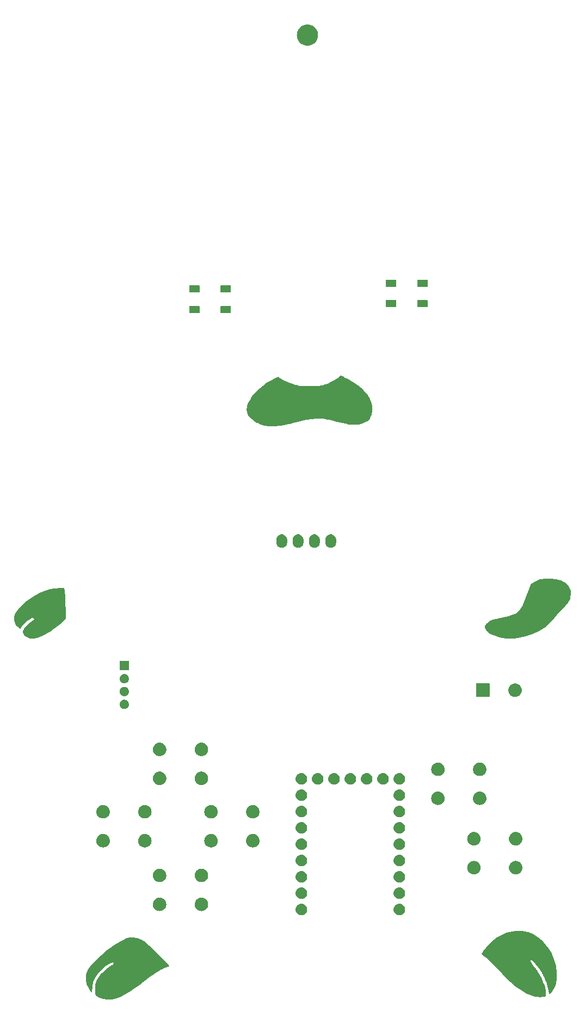
<source format=gbr>
G04 #@! TF.GenerationSoftware,KiCad,Pcbnew,8.0.5-8.0.5-0~ubuntu24.04.1*
G04 #@! TF.CreationDate,2024-10-08T07:53:09+09:00*
G04 #@! TF.ProjectId,gopher_party_rp2040_sw,676f7068-6572-45f7-9061-7274795f7270,rev?*
G04 #@! TF.SameCoordinates,Original*
G04 #@! TF.FileFunction,Soldermask,Top*
G04 #@! TF.FilePolarity,Negative*
%FSLAX46Y46*%
G04 Gerber Fmt 4.6, Leading zero omitted, Abs format (unit mm)*
G04 Created by KiCad (PCBNEW 8.0.5-8.0.5-0~ubuntu24.04.1) date 2024-10-08 07:53:09*
%MOMM*%
%LPD*%
G01*
G04 APERTURE LIST*
G04 APERTURE END LIST*
G36*
X80734093Y-171665153D02*
G01*
X80737771Y-171665427D01*
X80737804Y-171665428D01*
X81394270Y-171714418D01*
X81394282Y-171714420D01*
X81404093Y-171715153D01*
X81420857Y-171719108D01*
X81429966Y-171722841D01*
X81429969Y-171722842D01*
X81828011Y-171885974D01*
X82030857Y-171969108D01*
X82037383Y-171972301D01*
X82040961Y-171974355D01*
X82040965Y-171974357D01*
X82351555Y-172152659D01*
X82577383Y-172282301D01*
X82585500Y-172287991D01*
X83295500Y-172887991D01*
X83298479Y-172890702D01*
X83300117Y-172892306D01*
X83300127Y-172892315D01*
X83778262Y-173360488D01*
X83778408Y-173360632D01*
X83778479Y-173360702D01*
X83778891Y-173361109D01*
X84728891Y-174311109D01*
X84729698Y-174311933D01*
X84730130Y-174312384D01*
X84730152Y-174312406D01*
X84840929Y-174427931D01*
X85429698Y-175041933D01*
X85429697Y-175041933D01*
X85429722Y-175041959D01*
X85959214Y-175591431D01*
X86332104Y-175964322D01*
X86408891Y-176041109D01*
X86418127Y-176063408D01*
X86418938Y-176064749D01*
X86418981Y-176065470D01*
X86425000Y-176080000D01*
X86408891Y-176118891D01*
X86388796Y-176131689D01*
X86169194Y-176211544D01*
X85623936Y-176419732D01*
X85619421Y-176421664D01*
X85224644Y-176609182D01*
X85102435Y-176673681D01*
X84866755Y-176798069D01*
X84461271Y-177035425D01*
X84457650Y-177037715D01*
X84021382Y-177335171D01*
X83822338Y-177476428D01*
X83712325Y-177554502D01*
X83402791Y-177784157D01*
X82003525Y-178833606D01*
X81797793Y-178995564D01*
X81534021Y-179203216D01*
X81531968Y-179204755D01*
X80831968Y-179704755D01*
X80831307Y-179705221D01*
X80441307Y-179975221D01*
X80439150Y-179976640D01*
X80039150Y-180226640D01*
X80037923Y-180227385D01*
X79477923Y-180557385D01*
X79475520Y-180558721D01*
X78845520Y-180888721D01*
X78840080Y-180891204D01*
X78330080Y-181091204D01*
X78324104Y-181093161D01*
X77834104Y-181223161D01*
X77828758Y-181224298D01*
X77518758Y-181274298D01*
X77513518Y-181274887D01*
X76733518Y-181324887D01*
X76722784Y-181324525D01*
X76042784Y-181234525D01*
X76030688Y-181231498D01*
X75390688Y-180991498D01*
X75379859Y-180986005D01*
X75285337Y-180924077D01*
X75101680Y-180803750D01*
X75101679Y-180803749D01*
X75089859Y-180796005D01*
X75072838Y-180778297D01*
X75033528Y-180712780D01*
X74987748Y-180636481D01*
X74987747Y-180636478D01*
X74982838Y-180628297D01*
X74976519Y-180612836D01*
X74974292Y-180603560D01*
X74974289Y-180603551D01*
X74917648Y-180367544D01*
X74917646Y-180367532D01*
X74916519Y-180362836D01*
X74915180Y-180354445D01*
X74914549Y-180346662D01*
X74885444Y-179987709D01*
X74885443Y-179987696D01*
X74885180Y-179984445D01*
X74885015Y-179978706D01*
X74885453Y-179960098D01*
X74904883Y-179134282D01*
X74904884Y-179134273D01*
X74905015Y-179128706D01*
X74906116Y-179118978D01*
X74907231Y-179113524D01*
X74907233Y-179113511D01*
X74995019Y-178684331D01*
X74995025Y-178684308D01*
X74996116Y-178678978D01*
X74998852Y-178669779D01*
X75000857Y-178664706D01*
X75000859Y-178664701D01*
X75166692Y-178245240D01*
X75166696Y-178245231D01*
X75168852Y-178239779D01*
X75173521Y-178230595D01*
X75176654Y-178225642D01*
X75176658Y-178225635D01*
X75481425Y-177743906D01*
X75481435Y-177743891D01*
X75483521Y-177740595D01*
X75487565Y-177735010D01*
X75929947Y-177198504D01*
X75954961Y-177168168D01*
X75954961Y-177168167D01*
X75957565Y-177165010D01*
X75962497Y-177159769D01*
X76350502Y-176798069D01*
X76549349Y-176612703D01*
X76549353Y-176612699D01*
X76552497Y-176609769D01*
X76558365Y-176605008D01*
X77198365Y-176155008D01*
X77462063Y-175969443D01*
X77468416Y-175964322D01*
X77687823Y-175762467D01*
X77706078Y-175732624D01*
X77725023Y-175664414D01*
X77701442Y-175592513D01*
X77670682Y-175568340D01*
X77653194Y-175554599D01*
X77620144Y-175541289D01*
X77579682Y-175537242D01*
X77553412Y-175540170D01*
X77317897Y-175618675D01*
X77307159Y-175623415D01*
X77123256Y-175726184D01*
X76981154Y-175805595D01*
X76976674Y-175808352D01*
X76584714Y-176072924D01*
X76580639Y-176075921D01*
X76234358Y-176352948D01*
X76185311Y-176392185D01*
X75946218Y-176601392D01*
X75790643Y-176737519D01*
X75786155Y-176741862D01*
X75366631Y-177190656D01*
X75360400Y-177198496D01*
X75034659Y-177683785D01*
X74881733Y-177911614D01*
X74876213Y-177921743D01*
X74576159Y-178618643D01*
X74571905Y-178633117D01*
X74554252Y-178739042D01*
X74554170Y-178739516D01*
X74472289Y-179205606D01*
X74425247Y-179473385D01*
X74424449Y-179479949D01*
X74419416Y-179553778D01*
X74395623Y-179902751D01*
X74394873Y-179913741D01*
X74394850Y-179914063D01*
X74374850Y-180184063D01*
X74363986Y-180205629D01*
X74363503Y-180207109D01*
X74362988Y-180207609D01*
X74355912Y-180221658D01*
X74315937Y-180234850D01*
X74299869Y-180226756D01*
X74298332Y-180226453D01*
X74296770Y-180225194D01*
X74278342Y-180215912D01*
X74273675Y-180209648D01*
X74262627Y-180192385D01*
X74113957Y-179960089D01*
X74054237Y-179870509D01*
X74053824Y-179869879D01*
X74053627Y-179869574D01*
X74053530Y-179869427D01*
X73944420Y-179700802D01*
X73944387Y-179700750D01*
X73943824Y-179699879D01*
X73942838Y-179698297D01*
X73942296Y-179697394D01*
X73862930Y-179565119D01*
X73859646Y-179562125D01*
X73855572Y-179552855D01*
X73852838Y-179548297D01*
X73852463Y-179545779D01*
X73571627Y-178906635D01*
X73571624Y-178906627D01*
X73569646Y-178902125D01*
X73566800Y-178893954D01*
X73406800Y-178283954D01*
X73405000Y-178270000D01*
X73405000Y-177700000D01*
X73405990Y-177689613D01*
X73407109Y-177683792D01*
X73407110Y-177683785D01*
X73455431Y-177432515D01*
X73455435Y-177432496D01*
X73455990Y-177429613D01*
X73457214Y-177424551D01*
X73458044Y-177421714D01*
X73458047Y-177421703D01*
X73575560Y-177020200D01*
X73575562Y-177020193D01*
X73577214Y-177014551D01*
X73581036Y-177004949D01*
X73583712Y-176999717D01*
X73583716Y-176999709D01*
X73798875Y-176579171D01*
X73798880Y-176579161D01*
X73801036Y-176574949D01*
X73805385Y-176567836D01*
X73884418Y-176458209D01*
X74113605Y-176140304D01*
X74113612Y-176140294D01*
X74115385Y-176137836D01*
X74118723Y-176133652D01*
X74120716Y-176131388D01*
X74120735Y-176131365D01*
X74707589Y-175464938D01*
X74707617Y-175464906D01*
X74708723Y-175463652D01*
X74710778Y-175461443D01*
X74711951Y-175460249D01*
X74711975Y-175460224D01*
X75289500Y-174872742D01*
X75289518Y-174872724D01*
X75290778Y-174871443D01*
X75293075Y-174869238D01*
X75783735Y-174424758D01*
X76142049Y-174100167D01*
X76142059Y-174100157D01*
X76143075Y-174099238D01*
X76144934Y-174097628D01*
X76145994Y-174096750D01*
X76146018Y-174096730D01*
X76722400Y-173619724D01*
X76722412Y-173619714D01*
X76724934Y-173617628D01*
X76729569Y-173614186D01*
X76732302Y-173612370D01*
X76732315Y-173612361D01*
X78098184Y-172705104D01*
X78098236Y-172705070D01*
X78099569Y-172704186D01*
X78102003Y-172702659D01*
X78103398Y-172701833D01*
X78103414Y-172701824D01*
X79030702Y-172153427D01*
X79030744Y-172153402D01*
X79032003Y-172152659D01*
X79034357Y-172151344D01*
X79035660Y-172150656D01*
X79035725Y-172150621D01*
X79767443Y-171764986D01*
X79767455Y-171764981D01*
X79774357Y-171761344D01*
X79787164Y-171756519D01*
X79794748Y-171754698D01*
X79794761Y-171754694D01*
X80031339Y-171697915D01*
X80031359Y-171697912D01*
X80037164Y-171696519D01*
X80047576Y-171695053D01*
X80727576Y-171665053D01*
X80734093Y-171665153D01*
G37*
G36*
X140325969Y-170615060D02*
G01*
X140325980Y-170615060D01*
X141244632Y-170624938D01*
X141244641Y-170624939D01*
X141250591Y-170625003D01*
X141260998Y-170626111D01*
X141266824Y-170627300D01*
X141266833Y-170627301D01*
X142236050Y-170825101D01*
X142236052Y-170825101D01*
X142240998Y-170826111D01*
X142249526Y-170828583D01*
X142254242Y-170830374D01*
X142254249Y-170830376D01*
X143033544Y-171126311D01*
X143033546Y-171126312D01*
X143039526Y-171128583D01*
X143049566Y-171133623D01*
X143054955Y-171137058D01*
X143054960Y-171137061D01*
X143844680Y-171640508D01*
X143849566Y-171643623D01*
X143857600Y-171649860D01*
X144204022Y-171974357D01*
X144529770Y-172279488D01*
X144647600Y-172389860D01*
X144653313Y-172396103D01*
X145373313Y-173316103D01*
X145376861Y-173321206D01*
X145886861Y-174151206D01*
X145890402Y-174157985D01*
X146270402Y-175027985D01*
X146271890Y-175031768D01*
X146531890Y-175771768D01*
X146533932Y-175779214D01*
X146613932Y-176179214D01*
X146614903Y-176186732D01*
X146664903Y-177026732D01*
X146664998Y-177030455D01*
X146654998Y-178240455D01*
X146654928Y-178242817D01*
X146634928Y-178632817D01*
X146633219Y-178643883D01*
X146573219Y-178873883D01*
X146572411Y-178876676D01*
X146502411Y-179096676D01*
X146499193Y-179104597D01*
X146259193Y-179584597D01*
X146256893Y-179588741D01*
X146066893Y-179898741D01*
X146065221Y-179901307D01*
X145975221Y-180031307D01*
X145972948Y-180034358D01*
X145852948Y-180184358D01*
X145848177Y-180189591D01*
X145845283Y-180192381D01*
X145845280Y-180192385D01*
X145808516Y-180227836D01*
X145568177Y-180459591D01*
X145545703Y-180468424D01*
X145544357Y-180469206D01*
X145543639Y-180469236D01*
X145529000Y-180474991D01*
X145490409Y-180458177D01*
X145479503Y-180435706D01*
X145478642Y-180434564D01*
X145478231Y-180433085D01*
X145475511Y-180427479D01*
X145474369Y-180419164D01*
X145474368Y-180419158D01*
X145406351Y-179923599D01*
X145405119Y-179917154D01*
X145246594Y-179273146D01*
X145246508Y-179272792D01*
X145138640Y-178821712D01*
X145135647Y-178812454D01*
X145052560Y-178610669D01*
X144929219Y-178311128D01*
X144928976Y-178310532D01*
X144921322Y-178291716D01*
X144692123Y-177728271D01*
X144688318Y-177720504D01*
X144582564Y-177537838D01*
X144582178Y-177537168D01*
X144422247Y-177257288D01*
X144364928Y-177156979D01*
X144065511Y-176633001D01*
X144061706Y-176627131D01*
X144042896Y-176601392D01*
X143828037Y-176307374D01*
X143687602Y-176115201D01*
X143685386Y-176112345D01*
X143408086Y-175775622D01*
X143053774Y-175372101D01*
X143047959Y-175366297D01*
X142937214Y-175269395D01*
X142827820Y-175173675D01*
X142811189Y-175163204D01*
X142701662Y-175116265D01*
X142701538Y-175116278D01*
X142584360Y-175211358D01*
X142610840Y-175343749D01*
X142616247Y-175359510D01*
X142627033Y-175381084D01*
X142629513Y-175385573D01*
X142794031Y-175656543D01*
X142797457Y-175661610D01*
X142882966Y-175775622D01*
X143064000Y-176017000D01*
X143064547Y-176017742D01*
X143274281Y-176307374D01*
X143754000Y-176947000D01*
X143757664Y-176952557D01*
X143759555Y-176955842D01*
X143759556Y-176955843D01*
X143805376Y-177035425D01*
X144327664Y-177942557D01*
X144331066Y-177949574D01*
X144332709Y-177953683D01*
X144332712Y-177953688D01*
X144690035Y-178846995D01*
X144690039Y-178847006D01*
X144691066Y-178849574D01*
X144692680Y-178854196D01*
X144693474Y-178856845D01*
X144693482Y-178856866D01*
X144867348Y-179436422D01*
X144872680Y-179454196D01*
X144874046Y-179459803D01*
X144974046Y-179989803D01*
X144974415Y-179991998D01*
X145024415Y-180331998D01*
X145025000Y-180340000D01*
X145025000Y-180630000D01*
X145020553Y-180651666D01*
X144960553Y-180791666D01*
X144943275Y-180808526D01*
X144939487Y-180813546D01*
X144936283Y-180815349D01*
X144930426Y-180821066D01*
X144928499Y-180821796D01*
X144788499Y-180871796D01*
X144777515Y-180874484D01*
X144487515Y-180914484D01*
X144482747Y-180914931D01*
X144082747Y-180934931D01*
X144078553Y-180934981D01*
X143698553Y-180924981D01*
X143692731Y-180924518D01*
X143392731Y-180884518D01*
X143384530Y-180882780D01*
X142804530Y-180712780D01*
X142797891Y-180710360D01*
X142614849Y-180630000D01*
X141980562Y-180351533D01*
X141980555Y-180351529D01*
X141977891Y-180350360D01*
X141973290Y-180348079D01*
X141163290Y-179898079D01*
X141159491Y-179895763D01*
X140469491Y-179435763D01*
X140467742Y-179434547D01*
X140466798Y-179433863D01*
X140466783Y-179433853D01*
X140244151Y-179272636D01*
X140177742Y-179224547D01*
X140172973Y-179220669D01*
X140170391Y-179218319D01*
X140170382Y-179218311D01*
X139504155Y-178611746D01*
X139504137Y-178611729D01*
X139502973Y-178610669D01*
X139500937Y-178608718D01*
X138380937Y-177478718D01*
X138379555Y-177477272D01*
X138248586Y-177335157D01*
X137441414Y-176459290D01*
X137439392Y-176457196D01*
X136571518Y-175599297D01*
X136346693Y-175381084D01*
X136234662Y-175272348D01*
X136231396Y-175269395D01*
X135664971Y-174792406D01*
X135548656Y-174698245D01*
X135455690Y-174622987D01*
X135215861Y-174433123D01*
X135210172Y-174427931D01*
X135010172Y-174217931D01*
X135001477Y-174195403D01*
X135000705Y-174194051D01*
X135000679Y-174193333D01*
X134995016Y-174178659D01*
X135003931Y-174149955D01*
X135010304Y-174140181D01*
X135010306Y-174140179D01*
X135152802Y-173921685D01*
X135152812Y-173921669D01*
X135153931Y-173919955D01*
X135156000Y-173917000D01*
X135157225Y-173915366D01*
X135157236Y-173915351D01*
X135365674Y-173637433D01*
X135365744Y-173637340D01*
X135366000Y-173637000D01*
X135366586Y-173636233D01*
X135366810Y-173635944D01*
X135366923Y-173635797D01*
X135645675Y-173277402D01*
X135645712Y-173277356D01*
X135646586Y-173276233D01*
X135648241Y-173274206D01*
X135649205Y-173273081D01*
X135766670Y-173136038D01*
X135766679Y-173136027D01*
X135768241Y-173134206D01*
X135771109Y-173131109D01*
X135772790Y-173129427D01*
X135772803Y-173129414D01*
X136329225Y-172572991D01*
X136331187Y-172570938D01*
X136535785Y-172346855D01*
X136535788Y-172346851D01*
X136539383Y-172342915D01*
X136546269Y-172336558D01*
X136550471Y-172333294D01*
X136550479Y-172333288D01*
X137392601Y-171679405D01*
X137392610Y-171679398D01*
X137396269Y-171676558D01*
X137403082Y-171672037D01*
X137407131Y-171669764D01*
X137407135Y-171669762D01*
X138378807Y-171124436D01*
X138378809Y-171124434D01*
X138383082Y-171122037D01*
X138390898Y-171118424D01*
X138395481Y-171116726D01*
X138395491Y-171116722D01*
X138930661Y-170918511D01*
X138930792Y-170918462D01*
X138930898Y-170918424D01*
X138931417Y-170918234D01*
X138931683Y-170918138D01*
X138931753Y-170918113D01*
X139316033Y-170780166D01*
X139316040Y-170780164D01*
X139321417Y-170778234D01*
X139331138Y-170775719D01*
X139336776Y-170774798D01*
X139336778Y-170774798D01*
X140305820Y-170616587D01*
X140305822Y-170616586D01*
X140311138Y-170615719D01*
X140320591Y-170615003D01*
X140325969Y-170615060D01*
G37*
G36*
X107003983Y-166403936D02*
G01*
X107054180Y-166403936D01*
X107097524Y-166413149D01*
X107135659Y-166416905D01*
X107183566Y-166431437D01*
X107238424Y-166443098D01*
X107273530Y-166458728D01*
X107304566Y-166468143D01*
X107353884Y-166494504D01*
X107410500Y-166519711D01*
X107436822Y-166538835D01*
X107460232Y-166551348D01*
X107507988Y-166590540D01*
X107562887Y-166630427D01*
X107580711Y-166650223D01*
X107596675Y-166663324D01*
X107639572Y-166715594D01*
X107688924Y-166770405D01*
X107699292Y-166788363D01*
X107708651Y-166799767D01*
X107743273Y-166864542D01*
X107783104Y-166933530D01*
X107787685Y-166947630D01*
X107791856Y-166955433D01*
X107814852Y-167031242D01*
X107841311Y-167112672D01*
X107842242Y-167121532D01*
X107843094Y-167124340D01*
X107851384Y-167208513D01*
X107861000Y-167300000D01*
X107851383Y-167391494D01*
X107843094Y-167475659D01*
X107842242Y-167478466D01*
X107841311Y-167487328D01*
X107814848Y-167568771D01*
X107791856Y-167644566D01*
X107787686Y-167652366D01*
X107783104Y-167666470D01*
X107743266Y-167735470D01*
X107708651Y-167800232D01*
X107699294Y-167811633D01*
X107688924Y-167829595D01*
X107639563Y-167884415D01*
X107596675Y-167936675D01*
X107580714Y-167949773D01*
X107562887Y-167969573D01*
X107507977Y-168009467D01*
X107460232Y-168048651D01*
X107436827Y-168061161D01*
X107410500Y-168080289D01*
X107353873Y-168105500D01*
X107304566Y-168131856D01*
X107273537Y-168141268D01*
X107238424Y-168156902D01*
X107183555Y-168168564D01*
X107135659Y-168183094D01*
X107097532Y-168186849D01*
X107054180Y-168196064D01*
X107003973Y-168196064D01*
X106960000Y-168200395D01*
X106916027Y-168196064D01*
X106865820Y-168196064D01*
X106822467Y-168186849D01*
X106784340Y-168183094D01*
X106736441Y-168168563D01*
X106681576Y-168156902D01*
X106646464Y-168141269D01*
X106615433Y-168131856D01*
X106566120Y-168105498D01*
X106509500Y-168080289D01*
X106483175Y-168061163D01*
X106459767Y-168048651D01*
X106412013Y-168009460D01*
X106357113Y-167969573D01*
X106339287Y-167949776D01*
X106323324Y-167936675D01*
X106280425Y-167884402D01*
X106231076Y-167829595D01*
X106220708Y-167811637D01*
X106211348Y-167800232D01*
X106176719Y-167735447D01*
X106136896Y-167666470D01*
X106132315Y-167652371D01*
X106128143Y-167644566D01*
X106105136Y-167568725D01*
X106078689Y-167487328D01*
X106077758Y-167478471D01*
X106076905Y-167475659D01*
X106068600Y-167391342D01*
X106059000Y-167300000D01*
X106068599Y-167208664D01*
X106076905Y-167124340D01*
X106077758Y-167121527D01*
X106078689Y-167112672D01*
X106105132Y-167031288D01*
X106128143Y-166955433D01*
X106132315Y-166947626D01*
X106136896Y-166933530D01*
X106176712Y-166864565D01*
X106211348Y-166799767D01*
X106220710Y-166788359D01*
X106231076Y-166770405D01*
X106280416Y-166715607D01*
X106323324Y-166663324D01*
X106339291Y-166650219D01*
X106357113Y-166630427D01*
X106412002Y-166590546D01*
X106459767Y-166551348D01*
X106483180Y-166538833D01*
X106509500Y-166519711D01*
X106566109Y-166494506D01*
X106615433Y-166468143D01*
X106646471Y-166458727D01*
X106681576Y-166443098D01*
X106736430Y-166431438D01*
X106784340Y-166416905D01*
X106822476Y-166413148D01*
X106865820Y-166403936D01*
X106916016Y-166403936D01*
X106960000Y-166399604D01*
X107003983Y-166403936D01*
G37*
G36*
X122243983Y-166403936D02*
G01*
X122294180Y-166403936D01*
X122337524Y-166413149D01*
X122375659Y-166416905D01*
X122423566Y-166431437D01*
X122478424Y-166443098D01*
X122513530Y-166458728D01*
X122544566Y-166468143D01*
X122593884Y-166494504D01*
X122650500Y-166519711D01*
X122676822Y-166538835D01*
X122700232Y-166551348D01*
X122747988Y-166590540D01*
X122802887Y-166630427D01*
X122820711Y-166650223D01*
X122836675Y-166663324D01*
X122879572Y-166715594D01*
X122928924Y-166770405D01*
X122939292Y-166788363D01*
X122948651Y-166799767D01*
X122983273Y-166864542D01*
X123023104Y-166933530D01*
X123027685Y-166947630D01*
X123031856Y-166955433D01*
X123054852Y-167031242D01*
X123081311Y-167112672D01*
X123082242Y-167121532D01*
X123083094Y-167124340D01*
X123091384Y-167208513D01*
X123101000Y-167300000D01*
X123091383Y-167391494D01*
X123083094Y-167475659D01*
X123082242Y-167478466D01*
X123081311Y-167487328D01*
X123054848Y-167568771D01*
X123031856Y-167644566D01*
X123027686Y-167652366D01*
X123023104Y-167666470D01*
X122983266Y-167735470D01*
X122948651Y-167800232D01*
X122939294Y-167811633D01*
X122928924Y-167829595D01*
X122879563Y-167884415D01*
X122836675Y-167936675D01*
X122820714Y-167949773D01*
X122802887Y-167969573D01*
X122747977Y-168009467D01*
X122700232Y-168048651D01*
X122676827Y-168061161D01*
X122650500Y-168080289D01*
X122593873Y-168105500D01*
X122544566Y-168131856D01*
X122513537Y-168141268D01*
X122478424Y-168156902D01*
X122423555Y-168168564D01*
X122375659Y-168183094D01*
X122337532Y-168186849D01*
X122294180Y-168196064D01*
X122243973Y-168196064D01*
X122200000Y-168200395D01*
X122156027Y-168196064D01*
X122105820Y-168196064D01*
X122062467Y-168186849D01*
X122024340Y-168183094D01*
X121976441Y-168168563D01*
X121921576Y-168156902D01*
X121886464Y-168141269D01*
X121855433Y-168131856D01*
X121806120Y-168105498D01*
X121749500Y-168080289D01*
X121723175Y-168061163D01*
X121699767Y-168048651D01*
X121652013Y-168009460D01*
X121597113Y-167969573D01*
X121579287Y-167949776D01*
X121563324Y-167936675D01*
X121520425Y-167884402D01*
X121471076Y-167829595D01*
X121460708Y-167811637D01*
X121451348Y-167800232D01*
X121416719Y-167735447D01*
X121376896Y-167666470D01*
X121372315Y-167652371D01*
X121368143Y-167644566D01*
X121345136Y-167568725D01*
X121318689Y-167487328D01*
X121317758Y-167478471D01*
X121316905Y-167475659D01*
X121308600Y-167391342D01*
X121299000Y-167300000D01*
X121308599Y-167208664D01*
X121316905Y-167124340D01*
X121317758Y-167121527D01*
X121318689Y-167112672D01*
X121345132Y-167031288D01*
X121368143Y-166955433D01*
X121372315Y-166947626D01*
X121376896Y-166933530D01*
X121416712Y-166864565D01*
X121451348Y-166799767D01*
X121460710Y-166788359D01*
X121471076Y-166770405D01*
X121520416Y-166715607D01*
X121563324Y-166663324D01*
X121579291Y-166650219D01*
X121597113Y-166630427D01*
X121652002Y-166590546D01*
X121699767Y-166551348D01*
X121723180Y-166538833D01*
X121749500Y-166519711D01*
X121806109Y-166494506D01*
X121855433Y-166468143D01*
X121886471Y-166458727D01*
X121921576Y-166443098D01*
X121976430Y-166431438D01*
X122024340Y-166416905D01*
X122062476Y-166413148D01*
X122105820Y-166403936D01*
X122156016Y-166403936D01*
X122200000Y-166399604D01*
X122243983Y-166403936D01*
G37*
G36*
X84950938Y-165454017D02*
G01*
X84996923Y-165454017D01*
X85048139Y-165463590D01*
X85105040Y-165469195D01*
X85148261Y-165482306D01*
X85187474Y-165489636D01*
X85241785Y-165510676D01*
X85302200Y-165529003D01*
X85336720Y-165547454D01*
X85368232Y-165559662D01*
X85422977Y-165593559D01*
X85483904Y-165626125D01*
X85509506Y-165647136D01*
X85533048Y-165661713D01*
X85585212Y-165709267D01*
X85643169Y-165756831D01*
X85660342Y-165777757D01*
X85676301Y-165792305D01*
X85722629Y-165853653D01*
X85773875Y-165916096D01*
X85783783Y-165934634D01*
X85793122Y-165947000D01*
X85830274Y-166021613D01*
X85870997Y-166097800D01*
X85875340Y-166112117D01*
X85879528Y-166120528D01*
X85904267Y-166207476D01*
X85930805Y-166294960D01*
X85931676Y-166303811D01*
X85932577Y-166306975D01*
X85941938Y-166408002D01*
X85951000Y-166500000D01*
X85941938Y-166592005D01*
X85932577Y-166693024D01*
X85931676Y-166696187D01*
X85930805Y-166705040D01*
X85904262Y-166792538D01*
X85879528Y-166879471D01*
X85875341Y-166887879D01*
X85870997Y-166902200D01*
X85830267Y-166978399D01*
X85793122Y-167052999D01*
X85783785Y-167065362D01*
X85773875Y-167083904D01*
X85722620Y-167146357D01*
X85676301Y-167207694D01*
X85660345Y-167222238D01*
X85643169Y-167243169D01*
X85585201Y-167290741D01*
X85533048Y-167338286D01*
X85509511Y-167352859D01*
X85483904Y-167373875D01*
X85422965Y-167406447D01*
X85368232Y-167440337D01*
X85336726Y-167452542D01*
X85302200Y-167470997D01*
X85241773Y-167489327D01*
X85187474Y-167510363D01*
X85148268Y-167517691D01*
X85105040Y-167530805D01*
X85048136Y-167536409D01*
X84996923Y-167545983D01*
X84950938Y-167545983D01*
X84900000Y-167551000D01*
X84849062Y-167545983D01*
X84803077Y-167545983D01*
X84751863Y-167536409D01*
X84694960Y-167530805D01*
X84651732Y-167517692D01*
X84612525Y-167510363D01*
X84558221Y-167489325D01*
X84497800Y-167470997D01*
X84463275Y-167452543D01*
X84431767Y-167440337D01*
X84377027Y-167406443D01*
X84316096Y-167373875D01*
X84290491Y-167352861D01*
X84266951Y-167338286D01*
X84214788Y-167290733D01*
X84156831Y-167243169D01*
X84139656Y-167222242D01*
X84123698Y-167207694D01*
X84077367Y-167146342D01*
X84026125Y-167083904D01*
X84016216Y-167065366D01*
X84006877Y-167052999D01*
X83969717Y-166978372D01*
X83929003Y-166902200D01*
X83924660Y-166887884D01*
X83920471Y-166879471D01*
X83895721Y-166792485D01*
X83869195Y-166705040D01*
X83868323Y-166696192D01*
X83867422Y-166693024D01*
X83858044Y-166591833D01*
X83849000Y-166500000D01*
X83858044Y-166408173D01*
X83867422Y-166306975D01*
X83868323Y-166303805D01*
X83869195Y-166294960D01*
X83895716Y-166207529D01*
X83920471Y-166120528D01*
X83924661Y-166112112D01*
X83929003Y-166097800D01*
X83969710Y-166021641D01*
X84006877Y-165947000D01*
X84016218Y-165934629D01*
X84026125Y-165916096D01*
X84077357Y-165853668D01*
X84123698Y-165792305D01*
X84139660Y-165777753D01*
X84156831Y-165756831D01*
X84214777Y-165709275D01*
X84266951Y-165661713D01*
X84290496Y-165647134D01*
X84316096Y-165626125D01*
X84377015Y-165593563D01*
X84431767Y-165559662D01*
X84463282Y-165547452D01*
X84497800Y-165529003D01*
X84558209Y-165510677D01*
X84612525Y-165489636D01*
X84651739Y-165482305D01*
X84694960Y-165469195D01*
X84751860Y-165463590D01*
X84803077Y-165454017D01*
X84849062Y-165454017D01*
X84900000Y-165449000D01*
X84950938Y-165454017D01*
G37*
G36*
X91450938Y-165454017D02*
G01*
X91496923Y-165454017D01*
X91548139Y-165463590D01*
X91605040Y-165469195D01*
X91648261Y-165482306D01*
X91687474Y-165489636D01*
X91741785Y-165510676D01*
X91802200Y-165529003D01*
X91836720Y-165547454D01*
X91868232Y-165559662D01*
X91922977Y-165593559D01*
X91983904Y-165626125D01*
X92009506Y-165647136D01*
X92033048Y-165661713D01*
X92085212Y-165709267D01*
X92143169Y-165756831D01*
X92160342Y-165777757D01*
X92176301Y-165792305D01*
X92222629Y-165853653D01*
X92273875Y-165916096D01*
X92283783Y-165934634D01*
X92293122Y-165947000D01*
X92330274Y-166021613D01*
X92370997Y-166097800D01*
X92375340Y-166112117D01*
X92379528Y-166120528D01*
X92404267Y-166207476D01*
X92430805Y-166294960D01*
X92431676Y-166303811D01*
X92432577Y-166306975D01*
X92441938Y-166408002D01*
X92451000Y-166500000D01*
X92441938Y-166592005D01*
X92432577Y-166693024D01*
X92431676Y-166696187D01*
X92430805Y-166705040D01*
X92404262Y-166792538D01*
X92379528Y-166879471D01*
X92375341Y-166887879D01*
X92370997Y-166902200D01*
X92330267Y-166978399D01*
X92293122Y-167052999D01*
X92283785Y-167065362D01*
X92273875Y-167083904D01*
X92222620Y-167146357D01*
X92176301Y-167207694D01*
X92160345Y-167222238D01*
X92143169Y-167243169D01*
X92085201Y-167290741D01*
X92033048Y-167338286D01*
X92009511Y-167352859D01*
X91983904Y-167373875D01*
X91922965Y-167406447D01*
X91868232Y-167440337D01*
X91836726Y-167452542D01*
X91802200Y-167470997D01*
X91741773Y-167489327D01*
X91687474Y-167510363D01*
X91648268Y-167517691D01*
X91605040Y-167530805D01*
X91548136Y-167536409D01*
X91496923Y-167545983D01*
X91450938Y-167545983D01*
X91400000Y-167551000D01*
X91349062Y-167545983D01*
X91303077Y-167545983D01*
X91251863Y-167536409D01*
X91194960Y-167530805D01*
X91151732Y-167517692D01*
X91112525Y-167510363D01*
X91058221Y-167489325D01*
X90997800Y-167470997D01*
X90963275Y-167452543D01*
X90931767Y-167440337D01*
X90877027Y-167406443D01*
X90816096Y-167373875D01*
X90790491Y-167352861D01*
X90766951Y-167338286D01*
X90714788Y-167290733D01*
X90656831Y-167243169D01*
X90639656Y-167222242D01*
X90623698Y-167207694D01*
X90577367Y-167146342D01*
X90526125Y-167083904D01*
X90516216Y-167065366D01*
X90506877Y-167052999D01*
X90469717Y-166978372D01*
X90429003Y-166902200D01*
X90424660Y-166887884D01*
X90420471Y-166879471D01*
X90395721Y-166792485D01*
X90369195Y-166705040D01*
X90368323Y-166696192D01*
X90367422Y-166693024D01*
X90358044Y-166591833D01*
X90349000Y-166500000D01*
X90358044Y-166408173D01*
X90367422Y-166306975D01*
X90368323Y-166303805D01*
X90369195Y-166294960D01*
X90395716Y-166207529D01*
X90420471Y-166120528D01*
X90424661Y-166112112D01*
X90429003Y-166097800D01*
X90469710Y-166021641D01*
X90506877Y-165947000D01*
X90516218Y-165934629D01*
X90526125Y-165916096D01*
X90577357Y-165853668D01*
X90623698Y-165792305D01*
X90639660Y-165777753D01*
X90656831Y-165756831D01*
X90714777Y-165709275D01*
X90766951Y-165661713D01*
X90790496Y-165647134D01*
X90816096Y-165626125D01*
X90877015Y-165593563D01*
X90931767Y-165559662D01*
X90963282Y-165547452D01*
X90997800Y-165529003D01*
X91058209Y-165510677D01*
X91112525Y-165489636D01*
X91151739Y-165482305D01*
X91194960Y-165469195D01*
X91251860Y-165463590D01*
X91303077Y-165454017D01*
X91349062Y-165454017D01*
X91400000Y-165449000D01*
X91450938Y-165454017D01*
G37*
G36*
X107003983Y-163863936D02*
G01*
X107054180Y-163863936D01*
X107097524Y-163873149D01*
X107135659Y-163876905D01*
X107183566Y-163891437D01*
X107238424Y-163903098D01*
X107273530Y-163918728D01*
X107304566Y-163928143D01*
X107353884Y-163954504D01*
X107410500Y-163979711D01*
X107436822Y-163998835D01*
X107460232Y-164011348D01*
X107507988Y-164050540D01*
X107562887Y-164090427D01*
X107580711Y-164110223D01*
X107596675Y-164123324D01*
X107639572Y-164175594D01*
X107688924Y-164230405D01*
X107699292Y-164248363D01*
X107708651Y-164259767D01*
X107743273Y-164324542D01*
X107783104Y-164393530D01*
X107787685Y-164407630D01*
X107791856Y-164415433D01*
X107814852Y-164491242D01*
X107841311Y-164572672D01*
X107842242Y-164581532D01*
X107843094Y-164584340D01*
X107851384Y-164668513D01*
X107861000Y-164760000D01*
X107851383Y-164851494D01*
X107843094Y-164935659D01*
X107842242Y-164938466D01*
X107841311Y-164947328D01*
X107814848Y-165028771D01*
X107791856Y-165104566D01*
X107787686Y-165112366D01*
X107783104Y-165126470D01*
X107743266Y-165195470D01*
X107708651Y-165260232D01*
X107699294Y-165271633D01*
X107688924Y-165289595D01*
X107639563Y-165344415D01*
X107596675Y-165396675D01*
X107580714Y-165409773D01*
X107562887Y-165429573D01*
X107507977Y-165469467D01*
X107460232Y-165508651D01*
X107436827Y-165521161D01*
X107410500Y-165540289D01*
X107353873Y-165565500D01*
X107304566Y-165591856D01*
X107273537Y-165601268D01*
X107238424Y-165616902D01*
X107183555Y-165628564D01*
X107135659Y-165643094D01*
X107097532Y-165646849D01*
X107054180Y-165656064D01*
X107003973Y-165656064D01*
X106960000Y-165660395D01*
X106916027Y-165656064D01*
X106865820Y-165656064D01*
X106822467Y-165646849D01*
X106784340Y-165643094D01*
X106736441Y-165628563D01*
X106681576Y-165616902D01*
X106646464Y-165601269D01*
X106615433Y-165591856D01*
X106566120Y-165565498D01*
X106509500Y-165540289D01*
X106483175Y-165521163D01*
X106459767Y-165508651D01*
X106412013Y-165469460D01*
X106357113Y-165429573D01*
X106339287Y-165409776D01*
X106323324Y-165396675D01*
X106280425Y-165344402D01*
X106231076Y-165289595D01*
X106220708Y-165271637D01*
X106211348Y-165260232D01*
X106176719Y-165195447D01*
X106136896Y-165126470D01*
X106132315Y-165112371D01*
X106128143Y-165104566D01*
X106105136Y-165028725D01*
X106078689Y-164947328D01*
X106077758Y-164938471D01*
X106076905Y-164935659D01*
X106068600Y-164851342D01*
X106059000Y-164760000D01*
X106068599Y-164668664D01*
X106076905Y-164584340D01*
X106077758Y-164581527D01*
X106078689Y-164572672D01*
X106105132Y-164491288D01*
X106128143Y-164415433D01*
X106132315Y-164407626D01*
X106136896Y-164393530D01*
X106176712Y-164324565D01*
X106211348Y-164259767D01*
X106220710Y-164248359D01*
X106231076Y-164230405D01*
X106280416Y-164175607D01*
X106323324Y-164123324D01*
X106339291Y-164110219D01*
X106357113Y-164090427D01*
X106412002Y-164050546D01*
X106459767Y-164011348D01*
X106483180Y-163998833D01*
X106509500Y-163979711D01*
X106566109Y-163954506D01*
X106615433Y-163928143D01*
X106646471Y-163918727D01*
X106681576Y-163903098D01*
X106736430Y-163891438D01*
X106784340Y-163876905D01*
X106822476Y-163873148D01*
X106865820Y-163863936D01*
X106916016Y-163863936D01*
X106960000Y-163859604D01*
X107003983Y-163863936D01*
G37*
G36*
X122243983Y-163863936D02*
G01*
X122294180Y-163863936D01*
X122337524Y-163873149D01*
X122375659Y-163876905D01*
X122423566Y-163891437D01*
X122478424Y-163903098D01*
X122513530Y-163918728D01*
X122544566Y-163928143D01*
X122593884Y-163954504D01*
X122650500Y-163979711D01*
X122676822Y-163998835D01*
X122700232Y-164011348D01*
X122747988Y-164050540D01*
X122802887Y-164090427D01*
X122820711Y-164110223D01*
X122836675Y-164123324D01*
X122879572Y-164175594D01*
X122928924Y-164230405D01*
X122939292Y-164248363D01*
X122948651Y-164259767D01*
X122983273Y-164324542D01*
X123023104Y-164393530D01*
X123027685Y-164407630D01*
X123031856Y-164415433D01*
X123054852Y-164491242D01*
X123081311Y-164572672D01*
X123082242Y-164581532D01*
X123083094Y-164584340D01*
X123091384Y-164668513D01*
X123101000Y-164760000D01*
X123091383Y-164851494D01*
X123083094Y-164935659D01*
X123082242Y-164938466D01*
X123081311Y-164947328D01*
X123054848Y-165028771D01*
X123031856Y-165104566D01*
X123027686Y-165112366D01*
X123023104Y-165126470D01*
X122983266Y-165195470D01*
X122948651Y-165260232D01*
X122939294Y-165271633D01*
X122928924Y-165289595D01*
X122879563Y-165344415D01*
X122836675Y-165396675D01*
X122820714Y-165409773D01*
X122802887Y-165429573D01*
X122747977Y-165469467D01*
X122700232Y-165508651D01*
X122676827Y-165521161D01*
X122650500Y-165540289D01*
X122593873Y-165565500D01*
X122544566Y-165591856D01*
X122513537Y-165601268D01*
X122478424Y-165616902D01*
X122423555Y-165628564D01*
X122375659Y-165643094D01*
X122337532Y-165646849D01*
X122294180Y-165656064D01*
X122243973Y-165656064D01*
X122200000Y-165660395D01*
X122156027Y-165656064D01*
X122105820Y-165656064D01*
X122062467Y-165646849D01*
X122024340Y-165643094D01*
X121976441Y-165628563D01*
X121921576Y-165616902D01*
X121886464Y-165601269D01*
X121855433Y-165591856D01*
X121806120Y-165565498D01*
X121749500Y-165540289D01*
X121723175Y-165521163D01*
X121699767Y-165508651D01*
X121652013Y-165469460D01*
X121597113Y-165429573D01*
X121579287Y-165409776D01*
X121563324Y-165396675D01*
X121520425Y-165344402D01*
X121471076Y-165289595D01*
X121460708Y-165271637D01*
X121451348Y-165260232D01*
X121416719Y-165195447D01*
X121376896Y-165126470D01*
X121372315Y-165112371D01*
X121368143Y-165104566D01*
X121345136Y-165028725D01*
X121318689Y-164947328D01*
X121317758Y-164938471D01*
X121316905Y-164935659D01*
X121308600Y-164851342D01*
X121299000Y-164760000D01*
X121308599Y-164668664D01*
X121316905Y-164584340D01*
X121317758Y-164581527D01*
X121318689Y-164572672D01*
X121345132Y-164491288D01*
X121368143Y-164415433D01*
X121372315Y-164407626D01*
X121376896Y-164393530D01*
X121416712Y-164324565D01*
X121451348Y-164259767D01*
X121460710Y-164248359D01*
X121471076Y-164230405D01*
X121520416Y-164175607D01*
X121563324Y-164123324D01*
X121579291Y-164110219D01*
X121597113Y-164090427D01*
X121652002Y-164050546D01*
X121699767Y-164011348D01*
X121723180Y-163998833D01*
X121749500Y-163979711D01*
X121806109Y-163954506D01*
X121855433Y-163928143D01*
X121886471Y-163918727D01*
X121921576Y-163903098D01*
X121976430Y-163891438D01*
X122024340Y-163876905D01*
X122062476Y-163873148D01*
X122105820Y-163863936D01*
X122156016Y-163863936D01*
X122200000Y-163859604D01*
X122243983Y-163863936D01*
G37*
G36*
X107003983Y-161323936D02*
G01*
X107054180Y-161323936D01*
X107097524Y-161333149D01*
X107135659Y-161336905D01*
X107183566Y-161351437D01*
X107238424Y-161363098D01*
X107273530Y-161378728D01*
X107304566Y-161388143D01*
X107353884Y-161414504D01*
X107410500Y-161439711D01*
X107436822Y-161458835D01*
X107460232Y-161471348D01*
X107507988Y-161510540D01*
X107562887Y-161550427D01*
X107580711Y-161570223D01*
X107596675Y-161583324D01*
X107639572Y-161635594D01*
X107688924Y-161690405D01*
X107699292Y-161708363D01*
X107708651Y-161719767D01*
X107743273Y-161784542D01*
X107783104Y-161853530D01*
X107787685Y-161867630D01*
X107791856Y-161875433D01*
X107814852Y-161951242D01*
X107841311Y-162032672D01*
X107842242Y-162041532D01*
X107843094Y-162044340D01*
X107851384Y-162128513D01*
X107861000Y-162220000D01*
X107851383Y-162311494D01*
X107843094Y-162395659D01*
X107842242Y-162398466D01*
X107841311Y-162407328D01*
X107814848Y-162488771D01*
X107791856Y-162564566D01*
X107787686Y-162572366D01*
X107783104Y-162586470D01*
X107743266Y-162655470D01*
X107708651Y-162720232D01*
X107699294Y-162731633D01*
X107688924Y-162749595D01*
X107639563Y-162804415D01*
X107596675Y-162856675D01*
X107580714Y-162869773D01*
X107562887Y-162889573D01*
X107507977Y-162929467D01*
X107460232Y-162968651D01*
X107436827Y-162981161D01*
X107410500Y-163000289D01*
X107353873Y-163025500D01*
X107304566Y-163051856D01*
X107273537Y-163061268D01*
X107238424Y-163076902D01*
X107183555Y-163088564D01*
X107135659Y-163103094D01*
X107097532Y-163106849D01*
X107054180Y-163116064D01*
X107003973Y-163116064D01*
X106960000Y-163120395D01*
X106916027Y-163116064D01*
X106865820Y-163116064D01*
X106822467Y-163106849D01*
X106784340Y-163103094D01*
X106736441Y-163088563D01*
X106681576Y-163076902D01*
X106646464Y-163061269D01*
X106615433Y-163051856D01*
X106566120Y-163025498D01*
X106509500Y-163000289D01*
X106483175Y-162981163D01*
X106459767Y-162968651D01*
X106412013Y-162929460D01*
X106357113Y-162889573D01*
X106339287Y-162869776D01*
X106323324Y-162856675D01*
X106280425Y-162804402D01*
X106231076Y-162749595D01*
X106220708Y-162731637D01*
X106211348Y-162720232D01*
X106176719Y-162655447D01*
X106136896Y-162586470D01*
X106132315Y-162572371D01*
X106128143Y-162564566D01*
X106105136Y-162488725D01*
X106078689Y-162407328D01*
X106077758Y-162398471D01*
X106076905Y-162395659D01*
X106068600Y-162311342D01*
X106059000Y-162220000D01*
X106068599Y-162128664D01*
X106076905Y-162044340D01*
X106077758Y-162041527D01*
X106078689Y-162032672D01*
X106105132Y-161951288D01*
X106128143Y-161875433D01*
X106132315Y-161867626D01*
X106136896Y-161853530D01*
X106176712Y-161784565D01*
X106211348Y-161719767D01*
X106220710Y-161708359D01*
X106231076Y-161690405D01*
X106280416Y-161635607D01*
X106323324Y-161583324D01*
X106339291Y-161570219D01*
X106357113Y-161550427D01*
X106412002Y-161510546D01*
X106459767Y-161471348D01*
X106483180Y-161458833D01*
X106509500Y-161439711D01*
X106566109Y-161414506D01*
X106615433Y-161388143D01*
X106646471Y-161378727D01*
X106681576Y-161363098D01*
X106736430Y-161351438D01*
X106784340Y-161336905D01*
X106822476Y-161333148D01*
X106865820Y-161323936D01*
X106916016Y-161323936D01*
X106960000Y-161319604D01*
X107003983Y-161323936D01*
G37*
G36*
X122243983Y-161323936D02*
G01*
X122294180Y-161323936D01*
X122337524Y-161333149D01*
X122375659Y-161336905D01*
X122423566Y-161351437D01*
X122478424Y-161363098D01*
X122513530Y-161378728D01*
X122544566Y-161388143D01*
X122593884Y-161414504D01*
X122650500Y-161439711D01*
X122676822Y-161458835D01*
X122700232Y-161471348D01*
X122747988Y-161510540D01*
X122802887Y-161550427D01*
X122820711Y-161570223D01*
X122836675Y-161583324D01*
X122879572Y-161635594D01*
X122928924Y-161690405D01*
X122939292Y-161708363D01*
X122948651Y-161719767D01*
X122983273Y-161784542D01*
X123023104Y-161853530D01*
X123027685Y-161867630D01*
X123031856Y-161875433D01*
X123054852Y-161951242D01*
X123081311Y-162032672D01*
X123082242Y-162041532D01*
X123083094Y-162044340D01*
X123091384Y-162128513D01*
X123101000Y-162220000D01*
X123091383Y-162311494D01*
X123083094Y-162395659D01*
X123082242Y-162398466D01*
X123081311Y-162407328D01*
X123054848Y-162488771D01*
X123031856Y-162564566D01*
X123027686Y-162572366D01*
X123023104Y-162586470D01*
X122983266Y-162655470D01*
X122948651Y-162720232D01*
X122939294Y-162731633D01*
X122928924Y-162749595D01*
X122879563Y-162804415D01*
X122836675Y-162856675D01*
X122820714Y-162869773D01*
X122802887Y-162889573D01*
X122747977Y-162929467D01*
X122700232Y-162968651D01*
X122676827Y-162981161D01*
X122650500Y-163000289D01*
X122593873Y-163025500D01*
X122544566Y-163051856D01*
X122513537Y-163061268D01*
X122478424Y-163076902D01*
X122423555Y-163088564D01*
X122375659Y-163103094D01*
X122337532Y-163106849D01*
X122294180Y-163116064D01*
X122243973Y-163116064D01*
X122200000Y-163120395D01*
X122156027Y-163116064D01*
X122105820Y-163116064D01*
X122062467Y-163106849D01*
X122024340Y-163103094D01*
X121976441Y-163088563D01*
X121921576Y-163076902D01*
X121886464Y-163061269D01*
X121855433Y-163051856D01*
X121806120Y-163025498D01*
X121749500Y-163000289D01*
X121723175Y-162981163D01*
X121699767Y-162968651D01*
X121652013Y-162929460D01*
X121597113Y-162889573D01*
X121579287Y-162869776D01*
X121563324Y-162856675D01*
X121520425Y-162804402D01*
X121471076Y-162749595D01*
X121460708Y-162731637D01*
X121451348Y-162720232D01*
X121416719Y-162655447D01*
X121376896Y-162586470D01*
X121372315Y-162572371D01*
X121368143Y-162564566D01*
X121345136Y-162488725D01*
X121318689Y-162407328D01*
X121317758Y-162398471D01*
X121316905Y-162395659D01*
X121308600Y-162311342D01*
X121299000Y-162220000D01*
X121308599Y-162128664D01*
X121316905Y-162044340D01*
X121317758Y-162041527D01*
X121318689Y-162032672D01*
X121345132Y-161951288D01*
X121368143Y-161875433D01*
X121372315Y-161867626D01*
X121376896Y-161853530D01*
X121416712Y-161784565D01*
X121451348Y-161719767D01*
X121460710Y-161708359D01*
X121471076Y-161690405D01*
X121520416Y-161635607D01*
X121563324Y-161583324D01*
X121579291Y-161570219D01*
X121597113Y-161550427D01*
X121652002Y-161510546D01*
X121699767Y-161471348D01*
X121723180Y-161458833D01*
X121749500Y-161439711D01*
X121806109Y-161414506D01*
X121855433Y-161388143D01*
X121886471Y-161378727D01*
X121921576Y-161363098D01*
X121976430Y-161351438D01*
X122024340Y-161336905D01*
X122062476Y-161333148D01*
X122105820Y-161323936D01*
X122156016Y-161323936D01*
X122200000Y-161319604D01*
X122243983Y-161323936D01*
G37*
G36*
X84950938Y-160954017D02*
G01*
X84996923Y-160954017D01*
X85048139Y-160963590D01*
X85105040Y-160969195D01*
X85148261Y-160982306D01*
X85187474Y-160989636D01*
X85241785Y-161010676D01*
X85302200Y-161029003D01*
X85336720Y-161047454D01*
X85368232Y-161059662D01*
X85422977Y-161093559D01*
X85483904Y-161126125D01*
X85509506Y-161147136D01*
X85533048Y-161161713D01*
X85585212Y-161209267D01*
X85643169Y-161256831D01*
X85660342Y-161277757D01*
X85676301Y-161292305D01*
X85722629Y-161353653D01*
X85773875Y-161416096D01*
X85783783Y-161434634D01*
X85793122Y-161447000D01*
X85830274Y-161521613D01*
X85870997Y-161597800D01*
X85875340Y-161612117D01*
X85879528Y-161620528D01*
X85904267Y-161707476D01*
X85930805Y-161794960D01*
X85931676Y-161803811D01*
X85932577Y-161806975D01*
X85941938Y-161908002D01*
X85951000Y-162000000D01*
X85941938Y-162092005D01*
X85932577Y-162193024D01*
X85931676Y-162196187D01*
X85930805Y-162205040D01*
X85904262Y-162292538D01*
X85879528Y-162379471D01*
X85875341Y-162387879D01*
X85870997Y-162402200D01*
X85830267Y-162478399D01*
X85793122Y-162552999D01*
X85783785Y-162565362D01*
X85773875Y-162583904D01*
X85722620Y-162646357D01*
X85676301Y-162707694D01*
X85660345Y-162722238D01*
X85643169Y-162743169D01*
X85585201Y-162790741D01*
X85533048Y-162838286D01*
X85509511Y-162852859D01*
X85483904Y-162873875D01*
X85422965Y-162906447D01*
X85368232Y-162940337D01*
X85336726Y-162952542D01*
X85302200Y-162970997D01*
X85241773Y-162989327D01*
X85187474Y-163010363D01*
X85148268Y-163017691D01*
X85105040Y-163030805D01*
X85048136Y-163036409D01*
X84996923Y-163045983D01*
X84950938Y-163045983D01*
X84900000Y-163051000D01*
X84849062Y-163045983D01*
X84803077Y-163045983D01*
X84751863Y-163036409D01*
X84694960Y-163030805D01*
X84651732Y-163017692D01*
X84612525Y-163010363D01*
X84558221Y-162989325D01*
X84497800Y-162970997D01*
X84463275Y-162952543D01*
X84431767Y-162940337D01*
X84377027Y-162906443D01*
X84316096Y-162873875D01*
X84290491Y-162852861D01*
X84266951Y-162838286D01*
X84214788Y-162790733D01*
X84156831Y-162743169D01*
X84139656Y-162722242D01*
X84123698Y-162707694D01*
X84077367Y-162646342D01*
X84026125Y-162583904D01*
X84016216Y-162565366D01*
X84006877Y-162552999D01*
X83969717Y-162478372D01*
X83929003Y-162402200D01*
X83924660Y-162387884D01*
X83920471Y-162379471D01*
X83895721Y-162292485D01*
X83869195Y-162205040D01*
X83868323Y-162196192D01*
X83867422Y-162193024D01*
X83858044Y-162091833D01*
X83849000Y-162000000D01*
X83858044Y-161908173D01*
X83867422Y-161806975D01*
X83868323Y-161803805D01*
X83869195Y-161794960D01*
X83895716Y-161707529D01*
X83920471Y-161620528D01*
X83924661Y-161612112D01*
X83929003Y-161597800D01*
X83969710Y-161521641D01*
X84006877Y-161447000D01*
X84016218Y-161434629D01*
X84026125Y-161416096D01*
X84077357Y-161353668D01*
X84123698Y-161292305D01*
X84139660Y-161277753D01*
X84156831Y-161256831D01*
X84214777Y-161209275D01*
X84266951Y-161161713D01*
X84290496Y-161147134D01*
X84316096Y-161126125D01*
X84377015Y-161093563D01*
X84431767Y-161059662D01*
X84463282Y-161047452D01*
X84497800Y-161029003D01*
X84558209Y-161010677D01*
X84612525Y-160989636D01*
X84651739Y-160982305D01*
X84694960Y-160969195D01*
X84751860Y-160963590D01*
X84803077Y-160954017D01*
X84849062Y-160954017D01*
X84900000Y-160949000D01*
X84950938Y-160954017D01*
G37*
G36*
X91450938Y-160954017D02*
G01*
X91496923Y-160954017D01*
X91548139Y-160963590D01*
X91605040Y-160969195D01*
X91648261Y-160982306D01*
X91687474Y-160989636D01*
X91741785Y-161010676D01*
X91802200Y-161029003D01*
X91836720Y-161047454D01*
X91868232Y-161059662D01*
X91922977Y-161093559D01*
X91983904Y-161126125D01*
X92009506Y-161147136D01*
X92033048Y-161161713D01*
X92085212Y-161209267D01*
X92143169Y-161256831D01*
X92160342Y-161277757D01*
X92176301Y-161292305D01*
X92222629Y-161353653D01*
X92273875Y-161416096D01*
X92283783Y-161434634D01*
X92293122Y-161447000D01*
X92330274Y-161521613D01*
X92370997Y-161597800D01*
X92375340Y-161612117D01*
X92379528Y-161620528D01*
X92404267Y-161707476D01*
X92430805Y-161794960D01*
X92431676Y-161803811D01*
X92432577Y-161806975D01*
X92441938Y-161908002D01*
X92451000Y-162000000D01*
X92441938Y-162092005D01*
X92432577Y-162193024D01*
X92431676Y-162196187D01*
X92430805Y-162205040D01*
X92404262Y-162292538D01*
X92379528Y-162379471D01*
X92375341Y-162387879D01*
X92370997Y-162402200D01*
X92330267Y-162478399D01*
X92293122Y-162552999D01*
X92283785Y-162565362D01*
X92273875Y-162583904D01*
X92222620Y-162646357D01*
X92176301Y-162707694D01*
X92160345Y-162722238D01*
X92143169Y-162743169D01*
X92085201Y-162790741D01*
X92033048Y-162838286D01*
X92009511Y-162852859D01*
X91983904Y-162873875D01*
X91922965Y-162906447D01*
X91868232Y-162940337D01*
X91836726Y-162952542D01*
X91802200Y-162970997D01*
X91741773Y-162989327D01*
X91687474Y-163010363D01*
X91648268Y-163017691D01*
X91605040Y-163030805D01*
X91548136Y-163036409D01*
X91496923Y-163045983D01*
X91450938Y-163045983D01*
X91400000Y-163051000D01*
X91349062Y-163045983D01*
X91303077Y-163045983D01*
X91251863Y-163036409D01*
X91194960Y-163030805D01*
X91151732Y-163017692D01*
X91112525Y-163010363D01*
X91058221Y-162989325D01*
X90997800Y-162970997D01*
X90963275Y-162952543D01*
X90931767Y-162940337D01*
X90877027Y-162906443D01*
X90816096Y-162873875D01*
X90790491Y-162852861D01*
X90766951Y-162838286D01*
X90714788Y-162790733D01*
X90656831Y-162743169D01*
X90639656Y-162722242D01*
X90623698Y-162707694D01*
X90577367Y-162646342D01*
X90526125Y-162583904D01*
X90516216Y-162565366D01*
X90506877Y-162552999D01*
X90469717Y-162478372D01*
X90429003Y-162402200D01*
X90424660Y-162387884D01*
X90420471Y-162379471D01*
X90395721Y-162292485D01*
X90369195Y-162205040D01*
X90368323Y-162196192D01*
X90367422Y-162193024D01*
X90358044Y-162091833D01*
X90349000Y-162000000D01*
X90358044Y-161908173D01*
X90367422Y-161806975D01*
X90368323Y-161803805D01*
X90369195Y-161794960D01*
X90395716Y-161707529D01*
X90420471Y-161620528D01*
X90424661Y-161612112D01*
X90429003Y-161597800D01*
X90469710Y-161521641D01*
X90506877Y-161447000D01*
X90516218Y-161434629D01*
X90526125Y-161416096D01*
X90577357Y-161353668D01*
X90623698Y-161292305D01*
X90639660Y-161277753D01*
X90656831Y-161256831D01*
X90714777Y-161209275D01*
X90766951Y-161161713D01*
X90790496Y-161147134D01*
X90816096Y-161126125D01*
X90877015Y-161093563D01*
X90931767Y-161059662D01*
X90963282Y-161047452D01*
X90997800Y-161029003D01*
X91058209Y-161010677D01*
X91112525Y-160989636D01*
X91151739Y-160982305D01*
X91194960Y-160969195D01*
X91251860Y-160963590D01*
X91303077Y-160954017D01*
X91349062Y-160954017D01*
X91400000Y-160949000D01*
X91450938Y-160954017D01*
G37*
G36*
X133850938Y-159754017D02*
G01*
X133896923Y-159754017D01*
X133948139Y-159763590D01*
X134005040Y-159769195D01*
X134048261Y-159782306D01*
X134087474Y-159789636D01*
X134141785Y-159810676D01*
X134202200Y-159829003D01*
X134236720Y-159847454D01*
X134268232Y-159859662D01*
X134322977Y-159893559D01*
X134383904Y-159926125D01*
X134409506Y-159947136D01*
X134433048Y-159961713D01*
X134485212Y-160009267D01*
X134543169Y-160056831D01*
X134560342Y-160077757D01*
X134576301Y-160092305D01*
X134622629Y-160153653D01*
X134673875Y-160216096D01*
X134683783Y-160234634D01*
X134693122Y-160247000D01*
X134730274Y-160321613D01*
X134770997Y-160397800D01*
X134775340Y-160412117D01*
X134779528Y-160420528D01*
X134804267Y-160507476D01*
X134830805Y-160594960D01*
X134831676Y-160603811D01*
X134832577Y-160606975D01*
X134841938Y-160708002D01*
X134851000Y-160800000D01*
X134841938Y-160892005D01*
X134832577Y-160993024D01*
X134831676Y-160996187D01*
X134830805Y-161005040D01*
X134804262Y-161092538D01*
X134779528Y-161179471D01*
X134775341Y-161187879D01*
X134770997Y-161202200D01*
X134730267Y-161278399D01*
X134693122Y-161352999D01*
X134683785Y-161365362D01*
X134673875Y-161383904D01*
X134622620Y-161446357D01*
X134576301Y-161507694D01*
X134560345Y-161522238D01*
X134543169Y-161543169D01*
X134485201Y-161590741D01*
X134433048Y-161638286D01*
X134409511Y-161652859D01*
X134383904Y-161673875D01*
X134322965Y-161706447D01*
X134268232Y-161740337D01*
X134236726Y-161752542D01*
X134202200Y-161770997D01*
X134141773Y-161789327D01*
X134087474Y-161810363D01*
X134048268Y-161817691D01*
X134005040Y-161830805D01*
X133948136Y-161836409D01*
X133896923Y-161845983D01*
X133850938Y-161845983D01*
X133800000Y-161851000D01*
X133749062Y-161845983D01*
X133703077Y-161845983D01*
X133651863Y-161836409D01*
X133594960Y-161830805D01*
X133551732Y-161817692D01*
X133512525Y-161810363D01*
X133458221Y-161789325D01*
X133397800Y-161770997D01*
X133363275Y-161752543D01*
X133331767Y-161740337D01*
X133277027Y-161706443D01*
X133216096Y-161673875D01*
X133190491Y-161652861D01*
X133166951Y-161638286D01*
X133114788Y-161590733D01*
X133056831Y-161543169D01*
X133039656Y-161522242D01*
X133023698Y-161507694D01*
X132977367Y-161446342D01*
X132926125Y-161383904D01*
X132916216Y-161365366D01*
X132906877Y-161352999D01*
X132869717Y-161278372D01*
X132829003Y-161202200D01*
X132824660Y-161187884D01*
X132820471Y-161179471D01*
X132795721Y-161092485D01*
X132769195Y-161005040D01*
X132768323Y-160996192D01*
X132767422Y-160993024D01*
X132758044Y-160891833D01*
X132749000Y-160800000D01*
X132758044Y-160708173D01*
X132767422Y-160606975D01*
X132768323Y-160603805D01*
X132769195Y-160594960D01*
X132795716Y-160507529D01*
X132820471Y-160420528D01*
X132824661Y-160412112D01*
X132829003Y-160397800D01*
X132869710Y-160321641D01*
X132906877Y-160247000D01*
X132916218Y-160234629D01*
X132926125Y-160216096D01*
X132977357Y-160153668D01*
X133023698Y-160092305D01*
X133039660Y-160077753D01*
X133056831Y-160056831D01*
X133114777Y-160009275D01*
X133166951Y-159961713D01*
X133190496Y-159947134D01*
X133216096Y-159926125D01*
X133277015Y-159893563D01*
X133331767Y-159859662D01*
X133363282Y-159847452D01*
X133397800Y-159829003D01*
X133458209Y-159810677D01*
X133512525Y-159789636D01*
X133551739Y-159782305D01*
X133594960Y-159769195D01*
X133651860Y-159763590D01*
X133703077Y-159754017D01*
X133749062Y-159754017D01*
X133800000Y-159749000D01*
X133850938Y-159754017D01*
G37*
G36*
X140350938Y-159754017D02*
G01*
X140396923Y-159754017D01*
X140448139Y-159763590D01*
X140505040Y-159769195D01*
X140548261Y-159782306D01*
X140587474Y-159789636D01*
X140641785Y-159810676D01*
X140702200Y-159829003D01*
X140736720Y-159847454D01*
X140768232Y-159859662D01*
X140822977Y-159893559D01*
X140883904Y-159926125D01*
X140909506Y-159947136D01*
X140933048Y-159961713D01*
X140985212Y-160009267D01*
X141043169Y-160056831D01*
X141060342Y-160077757D01*
X141076301Y-160092305D01*
X141122629Y-160153653D01*
X141173875Y-160216096D01*
X141183783Y-160234634D01*
X141193122Y-160247000D01*
X141230274Y-160321613D01*
X141270997Y-160397800D01*
X141275340Y-160412117D01*
X141279528Y-160420528D01*
X141304267Y-160507476D01*
X141330805Y-160594960D01*
X141331676Y-160603811D01*
X141332577Y-160606975D01*
X141341938Y-160708002D01*
X141351000Y-160800000D01*
X141341938Y-160892005D01*
X141332577Y-160993024D01*
X141331676Y-160996187D01*
X141330805Y-161005040D01*
X141304262Y-161092538D01*
X141279528Y-161179471D01*
X141275341Y-161187879D01*
X141270997Y-161202200D01*
X141230267Y-161278399D01*
X141193122Y-161352999D01*
X141183785Y-161365362D01*
X141173875Y-161383904D01*
X141122620Y-161446357D01*
X141076301Y-161507694D01*
X141060345Y-161522238D01*
X141043169Y-161543169D01*
X140985201Y-161590741D01*
X140933048Y-161638286D01*
X140909511Y-161652859D01*
X140883904Y-161673875D01*
X140822965Y-161706447D01*
X140768232Y-161740337D01*
X140736726Y-161752542D01*
X140702200Y-161770997D01*
X140641773Y-161789327D01*
X140587474Y-161810363D01*
X140548268Y-161817691D01*
X140505040Y-161830805D01*
X140448136Y-161836409D01*
X140396923Y-161845983D01*
X140350938Y-161845983D01*
X140300000Y-161851000D01*
X140249062Y-161845983D01*
X140203077Y-161845983D01*
X140151863Y-161836409D01*
X140094960Y-161830805D01*
X140051732Y-161817692D01*
X140012525Y-161810363D01*
X139958221Y-161789325D01*
X139897800Y-161770997D01*
X139863275Y-161752543D01*
X139831767Y-161740337D01*
X139777027Y-161706443D01*
X139716096Y-161673875D01*
X139690491Y-161652861D01*
X139666951Y-161638286D01*
X139614788Y-161590733D01*
X139556831Y-161543169D01*
X139539656Y-161522242D01*
X139523698Y-161507694D01*
X139477367Y-161446342D01*
X139426125Y-161383904D01*
X139416216Y-161365366D01*
X139406877Y-161352999D01*
X139369717Y-161278372D01*
X139329003Y-161202200D01*
X139324660Y-161187884D01*
X139320471Y-161179471D01*
X139295721Y-161092485D01*
X139269195Y-161005040D01*
X139268323Y-160996192D01*
X139267422Y-160993024D01*
X139258044Y-160891833D01*
X139249000Y-160800000D01*
X139258044Y-160708173D01*
X139267422Y-160606975D01*
X139268323Y-160603805D01*
X139269195Y-160594960D01*
X139295716Y-160507529D01*
X139320471Y-160420528D01*
X139324661Y-160412112D01*
X139329003Y-160397800D01*
X139369710Y-160321641D01*
X139406877Y-160247000D01*
X139416218Y-160234629D01*
X139426125Y-160216096D01*
X139477357Y-160153668D01*
X139523698Y-160092305D01*
X139539660Y-160077753D01*
X139556831Y-160056831D01*
X139614777Y-160009275D01*
X139666951Y-159961713D01*
X139690496Y-159947134D01*
X139716096Y-159926125D01*
X139777015Y-159893563D01*
X139831767Y-159859662D01*
X139863282Y-159847452D01*
X139897800Y-159829003D01*
X139958209Y-159810677D01*
X140012525Y-159789636D01*
X140051739Y-159782305D01*
X140094960Y-159769195D01*
X140151860Y-159763590D01*
X140203077Y-159754017D01*
X140249062Y-159754017D01*
X140300000Y-159749000D01*
X140350938Y-159754017D01*
G37*
G36*
X107003983Y-158783936D02*
G01*
X107054180Y-158783936D01*
X107097524Y-158793149D01*
X107135659Y-158796905D01*
X107183566Y-158811437D01*
X107238424Y-158823098D01*
X107273530Y-158838728D01*
X107304566Y-158848143D01*
X107353884Y-158874504D01*
X107410500Y-158899711D01*
X107436822Y-158918835D01*
X107460232Y-158931348D01*
X107507988Y-158970540D01*
X107562887Y-159010427D01*
X107580711Y-159030223D01*
X107596675Y-159043324D01*
X107639572Y-159095594D01*
X107688924Y-159150405D01*
X107699292Y-159168363D01*
X107708651Y-159179767D01*
X107743273Y-159244542D01*
X107783104Y-159313530D01*
X107787685Y-159327630D01*
X107791856Y-159335433D01*
X107814852Y-159411242D01*
X107841311Y-159492672D01*
X107842242Y-159501532D01*
X107843094Y-159504340D01*
X107851384Y-159588513D01*
X107861000Y-159680000D01*
X107851383Y-159771494D01*
X107843094Y-159855659D01*
X107842242Y-159858466D01*
X107841311Y-159867328D01*
X107814848Y-159948771D01*
X107791856Y-160024566D01*
X107787686Y-160032366D01*
X107783104Y-160046470D01*
X107743266Y-160115470D01*
X107708651Y-160180232D01*
X107699294Y-160191633D01*
X107688924Y-160209595D01*
X107639563Y-160264415D01*
X107596675Y-160316675D01*
X107580714Y-160329773D01*
X107562887Y-160349573D01*
X107507977Y-160389467D01*
X107460232Y-160428651D01*
X107436827Y-160441161D01*
X107410500Y-160460289D01*
X107353873Y-160485500D01*
X107304566Y-160511856D01*
X107273537Y-160521268D01*
X107238424Y-160536902D01*
X107183555Y-160548564D01*
X107135659Y-160563094D01*
X107097532Y-160566849D01*
X107054180Y-160576064D01*
X107003973Y-160576064D01*
X106960000Y-160580395D01*
X106916027Y-160576064D01*
X106865820Y-160576064D01*
X106822467Y-160566849D01*
X106784340Y-160563094D01*
X106736441Y-160548563D01*
X106681576Y-160536902D01*
X106646464Y-160521269D01*
X106615433Y-160511856D01*
X106566120Y-160485498D01*
X106509500Y-160460289D01*
X106483175Y-160441163D01*
X106459767Y-160428651D01*
X106412013Y-160389460D01*
X106357113Y-160349573D01*
X106339287Y-160329776D01*
X106323324Y-160316675D01*
X106280425Y-160264402D01*
X106231076Y-160209595D01*
X106220708Y-160191637D01*
X106211348Y-160180232D01*
X106176719Y-160115447D01*
X106136896Y-160046470D01*
X106132315Y-160032371D01*
X106128143Y-160024566D01*
X106105136Y-159948725D01*
X106078689Y-159867328D01*
X106077758Y-159858471D01*
X106076905Y-159855659D01*
X106068600Y-159771342D01*
X106059000Y-159680000D01*
X106068599Y-159588664D01*
X106076905Y-159504340D01*
X106077758Y-159501527D01*
X106078689Y-159492672D01*
X106105132Y-159411288D01*
X106128143Y-159335433D01*
X106132315Y-159327626D01*
X106136896Y-159313530D01*
X106176712Y-159244565D01*
X106211348Y-159179767D01*
X106220710Y-159168359D01*
X106231076Y-159150405D01*
X106280416Y-159095607D01*
X106323324Y-159043324D01*
X106339291Y-159030219D01*
X106357113Y-159010427D01*
X106412002Y-158970546D01*
X106459767Y-158931348D01*
X106483180Y-158918833D01*
X106509500Y-158899711D01*
X106566109Y-158874506D01*
X106615433Y-158848143D01*
X106646471Y-158838727D01*
X106681576Y-158823098D01*
X106736430Y-158811438D01*
X106784340Y-158796905D01*
X106822476Y-158793148D01*
X106865820Y-158783936D01*
X106916016Y-158783936D01*
X106960000Y-158779604D01*
X107003983Y-158783936D01*
G37*
G36*
X122243983Y-158783936D02*
G01*
X122294180Y-158783936D01*
X122337524Y-158793149D01*
X122375659Y-158796905D01*
X122423566Y-158811437D01*
X122478424Y-158823098D01*
X122513530Y-158838728D01*
X122544566Y-158848143D01*
X122593884Y-158874504D01*
X122650500Y-158899711D01*
X122676822Y-158918835D01*
X122700232Y-158931348D01*
X122747988Y-158970540D01*
X122802887Y-159010427D01*
X122820711Y-159030223D01*
X122836675Y-159043324D01*
X122879572Y-159095594D01*
X122928924Y-159150405D01*
X122939292Y-159168363D01*
X122948651Y-159179767D01*
X122983273Y-159244542D01*
X123023104Y-159313530D01*
X123027685Y-159327630D01*
X123031856Y-159335433D01*
X123054852Y-159411242D01*
X123081311Y-159492672D01*
X123082242Y-159501532D01*
X123083094Y-159504340D01*
X123091384Y-159588513D01*
X123101000Y-159680000D01*
X123091383Y-159771494D01*
X123083094Y-159855659D01*
X123082242Y-159858466D01*
X123081311Y-159867328D01*
X123054848Y-159948771D01*
X123031856Y-160024566D01*
X123027686Y-160032366D01*
X123023104Y-160046470D01*
X122983266Y-160115470D01*
X122948651Y-160180232D01*
X122939294Y-160191633D01*
X122928924Y-160209595D01*
X122879563Y-160264415D01*
X122836675Y-160316675D01*
X122820714Y-160329773D01*
X122802887Y-160349573D01*
X122747977Y-160389467D01*
X122700232Y-160428651D01*
X122676827Y-160441161D01*
X122650500Y-160460289D01*
X122593873Y-160485500D01*
X122544566Y-160511856D01*
X122513537Y-160521268D01*
X122478424Y-160536902D01*
X122423555Y-160548564D01*
X122375659Y-160563094D01*
X122337532Y-160566849D01*
X122294180Y-160576064D01*
X122243973Y-160576064D01*
X122200000Y-160580395D01*
X122156027Y-160576064D01*
X122105820Y-160576064D01*
X122062467Y-160566849D01*
X122024340Y-160563094D01*
X121976441Y-160548563D01*
X121921576Y-160536902D01*
X121886464Y-160521269D01*
X121855433Y-160511856D01*
X121806120Y-160485498D01*
X121749500Y-160460289D01*
X121723175Y-160441163D01*
X121699767Y-160428651D01*
X121652013Y-160389460D01*
X121597113Y-160349573D01*
X121579287Y-160329776D01*
X121563324Y-160316675D01*
X121520425Y-160264402D01*
X121471076Y-160209595D01*
X121460708Y-160191637D01*
X121451348Y-160180232D01*
X121416719Y-160115447D01*
X121376896Y-160046470D01*
X121372315Y-160032371D01*
X121368143Y-160024566D01*
X121345136Y-159948725D01*
X121318689Y-159867328D01*
X121317758Y-159858471D01*
X121316905Y-159855659D01*
X121308600Y-159771342D01*
X121299000Y-159680000D01*
X121308599Y-159588664D01*
X121316905Y-159504340D01*
X121317758Y-159501527D01*
X121318689Y-159492672D01*
X121345132Y-159411288D01*
X121368143Y-159335433D01*
X121372315Y-159327626D01*
X121376896Y-159313530D01*
X121416712Y-159244565D01*
X121451348Y-159179767D01*
X121460710Y-159168359D01*
X121471076Y-159150405D01*
X121520416Y-159095607D01*
X121563324Y-159043324D01*
X121579291Y-159030219D01*
X121597113Y-159010427D01*
X121652002Y-158970546D01*
X121699767Y-158931348D01*
X121723180Y-158918833D01*
X121749500Y-158899711D01*
X121806109Y-158874506D01*
X121855433Y-158848143D01*
X121886471Y-158838727D01*
X121921576Y-158823098D01*
X121976430Y-158811438D01*
X122024340Y-158796905D01*
X122062476Y-158793148D01*
X122105820Y-158783936D01*
X122156016Y-158783936D01*
X122200000Y-158779604D01*
X122243983Y-158783936D01*
G37*
G36*
X107003983Y-156243936D02*
G01*
X107054180Y-156243936D01*
X107097524Y-156253149D01*
X107135659Y-156256905D01*
X107183566Y-156271437D01*
X107238424Y-156283098D01*
X107273530Y-156298728D01*
X107304566Y-156308143D01*
X107353884Y-156334504D01*
X107410500Y-156359711D01*
X107436822Y-156378835D01*
X107460232Y-156391348D01*
X107507988Y-156430540D01*
X107562887Y-156470427D01*
X107580711Y-156490223D01*
X107596675Y-156503324D01*
X107639572Y-156555594D01*
X107688924Y-156610405D01*
X107699292Y-156628363D01*
X107708651Y-156639767D01*
X107743273Y-156704542D01*
X107783104Y-156773530D01*
X107787685Y-156787630D01*
X107791856Y-156795433D01*
X107814852Y-156871242D01*
X107841311Y-156952672D01*
X107842242Y-156961532D01*
X107843094Y-156964340D01*
X107851384Y-157048513D01*
X107861000Y-157140000D01*
X107851383Y-157231494D01*
X107843094Y-157315659D01*
X107842242Y-157318466D01*
X107841311Y-157327328D01*
X107814848Y-157408771D01*
X107791856Y-157484566D01*
X107787686Y-157492366D01*
X107783104Y-157506470D01*
X107743266Y-157575470D01*
X107708651Y-157640232D01*
X107699294Y-157651633D01*
X107688924Y-157669595D01*
X107639563Y-157724415D01*
X107596675Y-157776675D01*
X107580714Y-157789773D01*
X107562887Y-157809573D01*
X107507977Y-157849467D01*
X107460232Y-157888651D01*
X107436827Y-157901161D01*
X107410500Y-157920289D01*
X107353873Y-157945500D01*
X107304566Y-157971856D01*
X107273537Y-157981268D01*
X107238424Y-157996902D01*
X107183555Y-158008564D01*
X107135659Y-158023094D01*
X107097532Y-158026849D01*
X107054180Y-158036064D01*
X107003973Y-158036064D01*
X106960000Y-158040395D01*
X106916027Y-158036064D01*
X106865820Y-158036064D01*
X106822467Y-158026849D01*
X106784340Y-158023094D01*
X106736441Y-158008563D01*
X106681576Y-157996902D01*
X106646464Y-157981269D01*
X106615433Y-157971856D01*
X106566120Y-157945498D01*
X106509500Y-157920289D01*
X106483175Y-157901163D01*
X106459767Y-157888651D01*
X106412013Y-157849460D01*
X106357113Y-157809573D01*
X106339287Y-157789776D01*
X106323324Y-157776675D01*
X106280425Y-157724402D01*
X106231076Y-157669595D01*
X106220708Y-157651637D01*
X106211348Y-157640232D01*
X106176719Y-157575447D01*
X106136896Y-157506470D01*
X106132315Y-157492371D01*
X106128143Y-157484566D01*
X106105136Y-157408725D01*
X106078689Y-157327328D01*
X106077758Y-157318471D01*
X106076905Y-157315659D01*
X106068600Y-157231342D01*
X106059000Y-157140000D01*
X106068599Y-157048664D01*
X106076905Y-156964340D01*
X106077758Y-156961527D01*
X106078689Y-156952672D01*
X106105132Y-156871288D01*
X106128143Y-156795433D01*
X106132315Y-156787626D01*
X106136896Y-156773530D01*
X106176712Y-156704565D01*
X106211348Y-156639767D01*
X106220710Y-156628359D01*
X106231076Y-156610405D01*
X106280416Y-156555607D01*
X106323324Y-156503324D01*
X106339291Y-156490219D01*
X106357113Y-156470427D01*
X106412002Y-156430546D01*
X106459767Y-156391348D01*
X106483180Y-156378833D01*
X106509500Y-156359711D01*
X106566109Y-156334506D01*
X106615433Y-156308143D01*
X106646471Y-156298727D01*
X106681576Y-156283098D01*
X106736430Y-156271438D01*
X106784340Y-156256905D01*
X106822476Y-156253148D01*
X106865820Y-156243936D01*
X106916016Y-156243936D01*
X106960000Y-156239604D01*
X107003983Y-156243936D01*
G37*
G36*
X122243983Y-156243936D02*
G01*
X122294180Y-156243936D01*
X122337524Y-156253149D01*
X122375659Y-156256905D01*
X122423566Y-156271437D01*
X122478424Y-156283098D01*
X122513530Y-156298728D01*
X122544566Y-156308143D01*
X122593884Y-156334504D01*
X122650500Y-156359711D01*
X122676822Y-156378835D01*
X122700232Y-156391348D01*
X122747988Y-156430540D01*
X122802887Y-156470427D01*
X122820711Y-156490223D01*
X122836675Y-156503324D01*
X122879572Y-156555594D01*
X122928924Y-156610405D01*
X122939292Y-156628363D01*
X122948651Y-156639767D01*
X122983273Y-156704542D01*
X123023104Y-156773530D01*
X123027685Y-156787630D01*
X123031856Y-156795433D01*
X123054852Y-156871242D01*
X123081311Y-156952672D01*
X123082242Y-156961532D01*
X123083094Y-156964340D01*
X123091384Y-157048513D01*
X123101000Y-157140000D01*
X123091383Y-157231494D01*
X123083094Y-157315659D01*
X123082242Y-157318466D01*
X123081311Y-157327328D01*
X123054848Y-157408771D01*
X123031856Y-157484566D01*
X123027686Y-157492366D01*
X123023104Y-157506470D01*
X122983266Y-157575470D01*
X122948651Y-157640232D01*
X122939294Y-157651633D01*
X122928924Y-157669595D01*
X122879563Y-157724415D01*
X122836675Y-157776675D01*
X122820714Y-157789773D01*
X122802887Y-157809573D01*
X122747977Y-157849467D01*
X122700232Y-157888651D01*
X122676827Y-157901161D01*
X122650500Y-157920289D01*
X122593873Y-157945500D01*
X122544566Y-157971856D01*
X122513537Y-157981268D01*
X122478424Y-157996902D01*
X122423555Y-158008564D01*
X122375659Y-158023094D01*
X122337532Y-158026849D01*
X122294180Y-158036064D01*
X122243973Y-158036064D01*
X122200000Y-158040395D01*
X122156027Y-158036064D01*
X122105820Y-158036064D01*
X122062467Y-158026849D01*
X122024340Y-158023094D01*
X121976441Y-158008563D01*
X121921576Y-157996902D01*
X121886464Y-157981269D01*
X121855433Y-157971856D01*
X121806120Y-157945498D01*
X121749500Y-157920289D01*
X121723175Y-157901163D01*
X121699767Y-157888651D01*
X121652013Y-157849460D01*
X121597113Y-157809573D01*
X121579287Y-157789776D01*
X121563324Y-157776675D01*
X121520425Y-157724402D01*
X121471076Y-157669595D01*
X121460708Y-157651637D01*
X121451348Y-157640232D01*
X121416719Y-157575447D01*
X121376896Y-157506470D01*
X121372315Y-157492371D01*
X121368143Y-157484566D01*
X121345136Y-157408725D01*
X121318689Y-157327328D01*
X121317758Y-157318471D01*
X121316905Y-157315659D01*
X121308600Y-157231342D01*
X121299000Y-157140000D01*
X121308599Y-157048664D01*
X121316905Y-156964340D01*
X121317758Y-156961527D01*
X121318689Y-156952672D01*
X121345132Y-156871288D01*
X121368143Y-156795433D01*
X121372315Y-156787626D01*
X121376896Y-156773530D01*
X121416712Y-156704565D01*
X121451348Y-156639767D01*
X121460710Y-156628359D01*
X121471076Y-156610405D01*
X121520416Y-156555607D01*
X121563324Y-156503324D01*
X121579291Y-156490219D01*
X121597113Y-156470427D01*
X121652002Y-156430546D01*
X121699767Y-156391348D01*
X121723180Y-156378833D01*
X121749500Y-156359711D01*
X121806109Y-156334506D01*
X121855433Y-156308143D01*
X121886471Y-156298727D01*
X121921576Y-156283098D01*
X121976430Y-156271438D01*
X122024340Y-156256905D01*
X122062476Y-156253148D01*
X122105820Y-156243936D01*
X122156016Y-156243936D01*
X122200000Y-156239604D01*
X122243983Y-156243936D01*
G37*
G36*
X76150938Y-155554017D02*
G01*
X76196923Y-155554017D01*
X76248139Y-155563590D01*
X76305040Y-155569195D01*
X76348261Y-155582306D01*
X76387474Y-155589636D01*
X76441785Y-155610676D01*
X76502200Y-155629003D01*
X76536720Y-155647454D01*
X76568232Y-155659662D01*
X76622977Y-155693559D01*
X76683904Y-155726125D01*
X76709506Y-155747136D01*
X76733048Y-155761713D01*
X76785212Y-155809267D01*
X76843169Y-155856831D01*
X76860342Y-155877757D01*
X76876301Y-155892305D01*
X76922629Y-155953653D01*
X76973875Y-156016096D01*
X76983783Y-156034634D01*
X76993122Y-156047000D01*
X77030274Y-156121613D01*
X77070997Y-156197800D01*
X77075340Y-156212117D01*
X77079528Y-156220528D01*
X77104267Y-156307476D01*
X77130805Y-156394960D01*
X77131676Y-156403811D01*
X77132577Y-156406975D01*
X77141938Y-156508002D01*
X77151000Y-156600000D01*
X77141938Y-156692005D01*
X77132577Y-156793024D01*
X77131676Y-156796187D01*
X77130805Y-156805040D01*
X77104262Y-156892538D01*
X77079528Y-156979471D01*
X77075341Y-156987879D01*
X77070997Y-157002200D01*
X77030267Y-157078399D01*
X76993122Y-157152999D01*
X76983785Y-157165362D01*
X76973875Y-157183904D01*
X76922620Y-157246357D01*
X76876301Y-157307694D01*
X76860345Y-157322238D01*
X76843169Y-157343169D01*
X76785201Y-157390741D01*
X76733048Y-157438286D01*
X76709511Y-157452859D01*
X76683904Y-157473875D01*
X76622965Y-157506447D01*
X76568232Y-157540337D01*
X76536726Y-157552542D01*
X76502200Y-157570997D01*
X76441773Y-157589327D01*
X76387474Y-157610363D01*
X76348268Y-157617691D01*
X76305040Y-157630805D01*
X76248136Y-157636409D01*
X76196923Y-157645983D01*
X76150938Y-157645983D01*
X76100000Y-157651000D01*
X76049062Y-157645983D01*
X76003077Y-157645983D01*
X75951863Y-157636409D01*
X75894960Y-157630805D01*
X75851732Y-157617692D01*
X75812525Y-157610363D01*
X75758221Y-157589325D01*
X75697800Y-157570997D01*
X75663275Y-157552543D01*
X75631767Y-157540337D01*
X75577027Y-157506443D01*
X75516096Y-157473875D01*
X75490491Y-157452861D01*
X75466951Y-157438286D01*
X75414788Y-157390733D01*
X75356831Y-157343169D01*
X75339656Y-157322242D01*
X75323698Y-157307694D01*
X75277367Y-157246342D01*
X75226125Y-157183904D01*
X75216216Y-157165366D01*
X75206877Y-157152999D01*
X75169717Y-157078372D01*
X75129003Y-157002200D01*
X75124660Y-156987884D01*
X75120471Y-156979471D01*
X75095721Y-156892485D01*
X75069195Y-156805040D01*
X75068323Y-156796192D01*
X75067422Y-156793024D01*
X75058044Y-156691833D01*
X75049000Y-156600000D01*
X75058044Y-156508173D01*
X75067422Y-156406975D01*
X75068323Y-156403805D01*
X75069195Y-156394960D01*
X75095716Y-156307529D01*
X75120471Y-156220528D01*
X75124661Y-156212112D01*
X75129003Y-156197800D01*
X75169710Y-156121641D01*
X75206877Y-156047000D01*
X75216218Y-156034629D01*
X75226125Y-156016096D01*
X75277357Y-155953668D01*
X75323698Y-155892305D01*
X75339660Y-155877753D01*
X75356831Y-155856831D01*
X75414777Y-155809275D01*
X75466951Y-155761713D01*
X75490496Y-155747134D01*
X75516096Y-155726125D01*
X75577015Y-155693563D01*
X75631767Y-155659662D01*
X75663282Y-155647452D01*
X75697800Y-155629003D01*
X75758209Y-155610677D01*
X75812525Y-155589636D01*
X75851739Y-155582305D01*
X75894960Y-155569195D01*
X75951860Y-155563590D01*
X76003077Y-155554017D01*
X76049062Y-155554017D01*
X76100000Y-155549000D01*
X76150938Y-155554017D01*
G37*
G36*
X82650938Y-155554017D02*
G01*
X82696923Y-155554017D01*
X82748139Y-155563590D01*
X82805040Y-155569195D01*
X82848261Y-155582306D01*
X82887474Y-155589636D01*
X82941785Y-155610676D01*
X83002200Y-155629003D01*
X83036720Y-155647454D01*
X83068232Y-155659662D01*
X83122977Y-155693559D01*
X83183904Y-155726125D01*
X83209506Y-155747136D01*
X83233048Y-155761713D01*
X83285212Y-155809267D01*
X83343169Y-155856831D01*
X83360342Y-155877757D01*
X83376301Y-155892305D01*
X83422629Y-155953653D01*
X83473875Y-156016096D01*
X83483783Y-156034634D01*
X83493122Y-156047000D01*
X83530274Y-156121613D01*
X83570997Y-156197800D01*
X83575340Y-156212117D01*
X83579528Y-156220528D01*
X83604267Y-156307476D01*
X83630805Y-156394960D01*
X83631676Y-156403811D01*
X83632577Y-156406975D01*
X83641938Y-156508002D01*
X83651000Y-156600000D01*
X83641938Y-156692005D01*
X83632577Y-156793024D01*
X83631676Y-156796187D01*
X83630805Y-156805040D01*
X83604262Y-156892538D01*
X83579528Y-156979471D01*
X83575341Y-156987879D01*
X83570997Y-157002200D01*
X83530267Y-157078399D01*
X83493122Y-157152999D01*
X83483785Y-157165362D01*
X83473875Y-157183904D01*
X83422620Y-157246357D01*
X83376301Y-157307694D01*
X83360345Y-157322238D01*
X83343169Y-157343169D01*
X83285201Y-157390741D01*
X83233048Y-157438286D01*
X83209511Y-157452859D01*
X83183904Y-157473875D01*
X83122965Y-157506447D01*
X83068232Y-157540337D01*
X83036726Y-157552542D01*
X83002200Y-157570997D01*
X82941773Y-157589327D01*
X82887474Y-157610363D01*
X82848268Y-157617691D01*
X82805040Y-157630805D01*
X82748136Y-157636409D01*
X82696923Y-157645983D01*
X82650938Y-157645983D01*
X82600000Y-157651000D01*
X82549062Y-157645983D01*
X82503077Y-157645983D01*
X82451863Y-157636409D01*
X82394960Y-157630805D01*
X82351732Y-157617692D01*
X82312525Y-157610363D01*
X82258221Y-157589325D01*
X82197800Y-157570997D01*
X82163275Y-157552543D01*
X82131767Y-157540337D01*
X82077027Y-157506443D01*
X82016096Y-157473875D01*
X81990491Y-157452861D01*
X81966951Y-157438286D01*
X81914788Y-157390733D01*
X81856831Y-157343169D01*
X81839656Y-157322242D01*
X81823698Y-157307694D01*
X81777367Y-157246342D01*
X81726125Y-157183904D01*
X81716216Y-157165366D01*
X81706877Y-157152999D01*
X81669717Y-157078372D01*
X81629003Y-157002200D01*
X81624660Y-156987884D01*
X81620471Y-156979471D01*
X81595721Y-156892485D01*
X81569195Y-156805040D01*
X81568323Y-156796192D01*
X81567422Y-156793024D01*
X81558044Y-156691833D01*
X81549000Y-156600000D01*
X81558044Y-156508173D01*
X81567422Y-156406975D01*
X81568323Y-156403805D01*
X81569195Y-156394960D01*
X81595716Y-156307529D01*
X81620471Y-156220528D01*
X81624661Y-156212112D01*
X81629003Y-156197800D01*
X81669710Y-156121641D01*
X81706877Y-156047000D01*
X81716218Y-156034629D01*
X81726125Y-156016096D01*
X81777357Y-155953668D01*
X81823698Y-155892305D01*
X81839660Y-155877753D01*
X81856831Y-155856831D01*
X81914777Y-155809275D01*
X81966951Y-155761713D01*
X81990496Y-155747134D01*
X82016096Y-155726125D01*
X82077015Y-155693563D01*
X82131767Y-155659662D01*
X82163282Y-155647452D01*
X82197800Y-155629003D01*
X82258209Y-155610677D01*
X82312525Y-155589636D01*
X82351739Y-155582305D01*
X82394960Y-155569195D01*
X82451860Y-155563590D01*
X82503077Y-155554017D01*
X82549062Y-155554017D01*
X82600000Y-155549000D01*
X82650938Y-155554017D01*
G37*
G36*
X92950938Y-155554017D02*
G01*
X92996923Y-155554017D01*
X93048139Y-155563590D01*
X93105040Y-155569195D01*
X93148261Y-155582306D01*
X93187474Y-155589636D01*
X93241785Y-155610676D01*
X93302200Y-155629003D01*
X93336720Y-155647454D01*
X93368232Y-155659662D01*
X93422977Y-155693559D01*
X93483904Y-155726125D01*
X93509506Y-155747136D01*
X93533048Y-155761713D01*
X93585212Y-155809267D01*
X93643169Y-155856831D01*
X93660342Y-155877757D01*
X93676301Y-155892305D01*
X93722629Y-155953653D01*
X93773875Y-156016096D01*
X93783783Y-156034634D01*
X93793122Y-156047000D01*
X93830274Y-156121613D01*
X93870997Y-156197800D01*
X93875340Y-156212117D01*
X93879528Y-156220528D01*
X93904267Y-156307476D01*
X93930805Y-156394960D01*
X93931676Y-156403811D01*
X93932577Y-156406975D01*
X93941938Y-156508002D01*
X93951000Y-156600000D01*
X93941938Y-156692005D01*
X93932577Y-156793024D01*
X93931676Y-156796187D01*
X93930805Y-156805040D01*
X93904262Y-156892538D01*
X93879528Y-156979471D01*
X93875341Y-156987879D01*
X93870997Y-157002200D01*
X93830267Y-157078399D01*
X93793122Y-157152999D01*
X93783785Y-157165362D01*
X93773875Y-157183904D01*
X93722620Y-157246357D01*
X93676301Y-157307694D01*
X93660345Y-157322238D01*
X93643169Y-157343169D01*
X93585201Y-157390741D01*
X93533048Y-157438286D01*
X93509511Y-157452859D01*
X93483904Y-157473875D01*
X93422965Y-157506447D01*
X93368232Y-157540337D01*
X93336726Y-157552542D01*
X93302200Y-157570997D01*
X93241773Y-157589327D01*
X93187474Y-157610363D01*
X93148268Y-157617691D01*
X93105040Y-157630805D01*
X93048136Y-157636409D01*
X92996923Y-157645983D01*
X92950938Y-157645983D01*
X92900000Y-157651000D01*
X92849062Y-157645983D01*
X92803077Y-157645983D01*
X92751863Y-157636409D01*
X92694960Y-157630805D01*
X92651732Y-157617692D01*
X92612525Y-157610363D01*
X92558221Y-157589325D01*
X92497800Y-157570997D01*
X92463275Y-157552543D01*
X92431767Y-157540337D01*
X92377027Y-157506443D01*
X92316096Y-157473875D01*
X92290491Y-157452861D01*
X92266951Y-157438286D01*
X92214788Y-157390733D01*
X92156831Y-157343169D01*
X92139656Y-157322242D01*
X92123698Y-157307694D01*
X92077367Y-157246342D01*
X92026125Y-157183904D01*
X92016216Y-157165366D01*
X92006877Y-157152999D01*
X91969717Y-157078372D01*
X91929003Y-157002200D01*
X91924660Y-156987884D01*
X91920471Y-156979471D01*
X91895721Y-156892485D01*
X91869195Y-156805040D01*
X91868323Y-156796192D01*
X91867422Y-156793024D01*
X91858044Y-156691833D01*
X91849000Y-156600000D01*
X91858044Y-156508173D01*
X91867422Y-156406975D01*
X91868323Y-156403805D01*
X91869195Y-156394960D01*
X91895716Y-156307529D01*
X91920471Y-156220528D01*
X91924661Y-156212112D01*
X91929003Y-156197800D01*
X91969710Y-156121641D01*
X92006877Y-156047000D01*
X92016218Y-156034629D01*
X92026125Y-156016096D01*
X92077357Y-155953668D01*
X92123698Y-155892305D01*
X92139660Y-155877753D01*
X92156831Y-155856831D01*
X92214777Y-155809275D01*
X92266951Y-155761713D01*
X92290496Y-155747134D01*
X92316096Y-155726125D01*
X92377015Y-155693563D01*
X92431767Y-155659662D01*
X92463282Y-155647452D01*
X92497800Y-155629003D01*
X92558209Y-155610677D01*
X92612525Y-155589636D01*
X92651739Y-155582305D01*
X92694960Y-155569195D01*
X92751860Y-155563590D01*
X92803077Y-155554017D01*
X92849062Y-155554017D01*
X92900000Y-155549000D01*
X92950938Y-155554017D01*
G37*
G36*
X99450938Y-155554017D02*
G01*
X99496923Y-155554017D01*
X99548139Y-155563590D01*
X99605040Y-155569195D01*
X99648261Y-155582306D01*
X99687474Y-155589636D01*
X99741785Y-155610676D01*
X99802200Y-155629003D01*
X99836720Y-155647454D01*
X99868232Y-155659662D01*
X99922977Y-155693559D01*
X99983904Y-155726125D01*
X100009506Y-155747136D01*
X100033048Y-155761713D01*
X100085212Y-155809267D01*
X100143169Y-155856831D01*
X100160342Y-155877757D01*
X100176301Y-155892305D01*
X100222629Y-155953653D01*
X100273875Y-156016096D01*
X100283783Y-156034634D01*
X100293122Y-156047000D01*
X100330274Y-156121613D01*
X100370997Y-156197800D01*
X100375340Y-156212117D01*
X100379528Y-156220528D01*
X100404267Y-156307476D01*
X100430805Y-156394960D01*
X100431676Y-156403811D01*
X100432577Y-156406975D01*
X100441938Y-156508002D01*
X100451000Y-156600000D01*
X100441938Y-156692005D01*
X100432577Y-156793024D01*
X100431676Y-156796187D01*
X100430805Y-156805040D01*
X100404262Y-156892538D01*
X100379528Y-156979471D01*
X100375341Y-156987879D01*
X100370997Y-157002200D01*
X100330267Y-157078399D01*
X100293122Y-157152999D01*
X100283785Y-157165362D01*
X100273875Y-157183904D01*
X100222620Y-157246357D01*
X100176301Y-157307694D01*
X100160345Y-157322238D01*
X100143169Y-157343169D01*
X100085201Y-157390741D01*
X100033048Y-157438286D01*
X100009511Y-157452859D01*
X99983904Y-157473875D01*
X99922965Y-157506447D01*
X99868232Y-157540337D01*
X99836726Y-157552542D01*
X99802200Y-157570997D01*
X99741773Y-157589327D01*
X99687474Y-157610363D01*
X99648268Y-157617691D01*
X99605040Y-157630805D01*
X99548136Y-157636409D01*
X99496923Y-157645983D01*
X99450938Y-157645983D01*
X99400000Y-157651000D01*
X99349062Y-157645983D01*
X99303077Y-157645983D01*
X99251863Y-157636409D01*
X99194960Y-157630805D01*
X99151732Y-157617692D01*
X99112525Y-157610363D01*
X99058221Y-157589325D01*
X98997800Y-157570997D01*
X98963275Y-157552543D01*
X98931767Y-157540337D01*
X98877027Y-157506443D01*
X98816096Y-157473875D01*
X98790491Y-157452861D01*
X98766951Y-157438286D01*
X98714788Y-157390733D01*
X98656831Y-157343169D01*
X98639656Y-157322242D01*
X98623698Y-157307694D01*
X98577367Y-157246342D01*
X98526125Y-157183904D01*
X98516216Y-157165366D01*
X98506877Y-157152999D01*
X98469717Y-157078372D01*
X98429003Y-157002200D01*
X98424660Y-156987884D01*
X98420471Y-156979471D01*
X98395721Y-156892485D01*
X98369195Y-156805040D01*
X98368323Y-156796192D01*
X98367422Y-156793024D01*
X98358044Y-156691833D01*
X98349000Y-156600000D01*
X98358044Y-156508173D01*
X98367422Y-156406975D01*
X98368323Y-156403805D01*
X98369195Y-156394960D01*
X98395716Y-156307529D01*
X98420471Y-156220528D01*
X98424661Y-156212112D01*
X98429003Y-156197800D01*
X98469710Y-156121641D01*
X98506877Y-156047000D01*
X98516218Y-156034629D01*
X98526125Y-156016096D01*
X98577357Y-155953668D01*
X98623698Y-155892305D01*
X98639660Y-155877753D01*
X98656831Y-155856831D01*
X98714777Y-155809275D01*
X98766951Y-155761713D01*
X98790496Y-155747134D01*
X98816096Y-155726125D01*
X98877015Y-155693563D01*
X98931767Y-155659662D01*
X98963282Y-155647452D01*
X98997800Y-155629003D01*
X99058209Y-155610677D01*
X99112525Y-155589636D01*
X99151739Y-155582305D01*
X99194960Y-155569195D01*
X99251860Y-155563590D01*
X99303077Y-155554017D01*
X99349062Y-155554017D01*
X99400000Y-155549000D01*
X99450938Y-155554017D01*
G37*
G36*
X133850938Y-155254017D02*
G01*
X133896923Y-155254017D01*
X133948139Y-155263590D01*
X134005040Y-155269195D01*
X134048261Y-155282306D01*
X134087474Y-155289636D01*
X134141785Y-155310676D01*
X134202200Y-155329003D01*
X134236720Y-155347454D01*
X134268232Y-155359662D01*
X134322977Y-155393559D01*
X134383904Y-155426125D01*
X134409506Y-155447136D01*
X134433048Y-155461713D01*
X134485212Y-155509267D01*
X134543169Y-155556831D01*
X134560342Y-155577757D01*
X134576301Y-155592305D01*
X134622629Y-155653653D01*
X134673875Y-155716096D01*
X134683783Y-155734634D01*
X134693122Y-155747000D01*
X134730274Y-155821613D01*
X134770997Y-155897800D01*
X134775340Y-155912117D01*
X134779528Y-155920528D01*
X134804267Y-156007476D01*
X134830805Y-156094960D01*
X134831676Y-156103811D01*
X134832577Y-156106975D01*
X134841938Y-156208002D01*
X134851000Y-156300000D01*
X134841938Y-156392005D01*
X134832577Y-156493024D01*
X134831676Y-156496187D01*
X134830805Y-156505040D01*
X134804262Y-156592538D01*
X134779528Y-156679471D01*
X134775341Y-156687879D01*
X134770997Y-156702200D01*
X134730267Y-156778399D01*
X134693122Y-156852999D01*
X134683785Y-156865362D01*
X134673875Y-156883904D01*
X134622620Y-156946357D01*
X134576301Y-157007694D01*
X134560345Y-157022238D01*
X134543169Y-157043169D01*
X134485201Y-157090741D01*
X134433048Y-157138286D01*
X134409511Y-157152859D01*
X134383904Y-157173875D01*
X134322965Y-157206447D01*
X134268232Y-157240337D01*
X134236726Y-157252542D01*
X134202200Y-157270997D01*
X134141773Y-157289327D01*
X134087474Y-157310363D01*
X134048268Y-157317691D01*
X134005040Y-157330805D01*
X133948136Y-157336409D01*
X133896923Y-157345983D01*
X133850938Y-157345983D01*
X133800000Y-157351000D01*
X133749062Y-157345983D01*
X133703077Y-157345983D01*
X133651863Y-157336409D01*
X133594960Y-157330805D01*
X133551732Y-157317692D01*
X133512525Y-157310363D01*
X133458221Y-157289325D01*
X133397800Y-157270997D01*
X133363275Y-157252543D01*
X133331767Y-157240337D01*
X133277027Y-157206443D01*
X133216096Y-157173875D01*
X133190491Y-157152861D01*
X133166951Y-157138286D01*
X133114788Y-157090733D01*
X133056831Y-157043169D01*
X133039656Y-157022242D01*
X133023698Y-157007694D01*
X132977367Y-156946342D01*
X132926125Y-156883904D01*
X132916216Y-156865366D01*
X132906877Y-156852999D01*
X132869717Y-156778372D01*
X132829003Y-156702200D01*
X132824660Y-156687884D01*
X132820471Y-156679471D01*
X132795721Y-156592485D01*
X132769195Y-156505040D01*
X132768323Y-156496192D01*
X132767422Y-156493024D01*
X132758044Y-156391833D01*
X132749000Y-156300000D01*
X132758044Y-156208173D01*
X132767422Y-156106975D01*
X132768323Y-156103805D01*
X132769195Y-156094960D01*
X132795716Y-156007529D01*
X132820471Y-155920528D01*
X132824661Y-155912112D01*
X132829003Y-155897800D01*
X132869710Y-155821641D01*
X132906877Y-155747000D01*
X132916218Y-155734629D01*
X132926125Y-155716096D01*
X132977357Y-155653668D01*
X133023698Y-155592305D01*
X133039660Y-155577753D01*
X133056831Y-155556831D01*
X133114777Y-155509275D01*
X133166951Y-155461713D01*
X133190496Y-155447134D01*
X133216096Y-155426125D01*
X133277015Y-155393563D01*
X133331767Y-155359662D01*
X133363282Y-155347452D01*
X133397800Y-155329003D01*
X133458209Y-155310677D01*
X133512525Y-155289636D01*
X133551739Y-155282305D01*
X133594960Y-155269195D01*
X133651860Y-155263590D01*
X133703077Y-155254017D01*
X133749062Y-155254017D01*
X133800000Y-155249000D01*
X133850938Y-155254017D01*
G37*
G36*
X140350938Y-155254017D02*
G01*
X140396923Y-155254017D01*
X140448139Y-155263590D01*
X140505040Y-155269195D01*
X140548261Y-155282306D01*
X140587474Y-155289636D01*
X140641785Y-155310676D01*
X140702200Y-155329003D01*
X140736720Y-155347454D01*
X140768232Y-155359662D01*
X140822977Y-155393559D01*
X140883904Y-155426125D01*
X140909506Y-155447136D01*
X140933048Y-155461713D01*
X140985212Y-155509267D01*
X141043169Y-155556831D01*
X141060342Y-155577757D01*
X141076301Y-155592305D01*
X141122629Y-155653653D01*
X141173875Y-155716096D01*
X141183783Y-155734634D01*
X141193122Y-155747000D01*
X141230274Y-155821613D01*
X141270997Y-155897800D01*
X141275340Y-155912117D01*
X141279528Y-155920528D01*
X141304267Y-156007476D01*
X141330805Y-156094960D01*
X141331676Y-156103811D01*
X141332577Y-156106975D01*
X141341938Y-156208002D01*
X141351000Y-156300000D01*
X141341938Y-156392005D01*
X141332577Y-156493024D01*
X141331676Y-156496187D01*
X141330805Y-156505040D01*
X141304262Y-156592538D01*
X141279528Y-156679471D01*
X141275341Y-156687879D01*
X141270997Y-156702200D01*
X141230267Y-156778399D01*
X141193122Y-156852999D01*
X141183785Y-156865362D01*
X141173875Y-156883904D01*
X141122620Y-156946357D01*
X141076301Y-157007694D01*
X141060345Y-157022238D01*
X141043169Y-157043169D01*
X140985201Y-157090741D01*
X140933048Y-157138286D01*
X140909511Y-157152859D01*
X140883904Y-157173875D01*
X140822965Y-157206447D01*
X140768232Y-157240337D01*
X140736726Y-157252542D01*
X140702200Y-157270997D01*
X140641773Y-157289327D01*
X140587474Y-157310363D01*
X140548268Y-157317691D01*
X140505040Y-157330805D01*
X140448136Y-157336409D01*
X140396923Y-157345983D01*
X140350938Y-157345983D01*
X140300000Y-157351000D01*
X140249062Y-157345983D01*
X140203077Y-157345983D01*
X140151863Y-157336409D01*
X140094960Y-157330805D01*
X140051732Y-157317692D01*
X140012525Y-157310363D01*
X139958221Y-157289325D01*
X139897800Y-157270997D01*
X139863275Y-157252543D01*
X139831767Y-157240337D01*
X139777027Y-157206443D01*
X139716096Y-157173875D01*
X139690491Y-157152861D01*
X139666951Y-157138286D01*
X139614788Y-157090733D01*
X139556831Y-157043169D01*
X139539656Y-157022242D01*
X139523698Y-157007694D01*
X139477367Y-156946342D01*
X139426125Y-156883904D01*
X139416216Y-156865366D01*
X139406877Y-156852999D01*
X139369717Y-156778372D01*
X139329003Y-156702200D01*
X139324660Y-156687884D01*
X139320471Y-156679471D01*
X139295721Y-156592485D01*
X139269195Y-156505040D01*
X139268323Y-156496192D01*
X139267422Y-156493024D01*
X139258044Y-156391833D01*
X139249000Y-156300000D01*
X139258044Y-156208173D01*
X139267422Y-156106975D01*
X139268323Y-156103805D01*
X139269195Y-156094960D01*
X139295716Y-156007529D01*
X139320471Y-155920528D01*
X139324661Y-155912112D01*
X139329003Y-155897800D01*
X139369710Y-155821641D01*
X139406877Y-155747000D01*
X139416218Y-155734629D01*
X139426125Y-155716096D01*
X139477357Y-155653668D01*
X139523698Y-155592305D01*
X139539660Y-155577753D01*
X139556831Y-155556831D01*
X139614777Y-155509275D01*
X139666951Y-155461713D01*
X139690496Y-155447134D01*
X139716096Y-155426125D01*
X139777015Y-155393563D01*
X139831767Y-155359662D01*
X139863282Y-155347452D01*
X139897800Y-155329003D01*
X139958209Y-155310677D01*
X140012525Y-155289636D01*
X140051739Y-155282305D01*
X140094960Y-155269195D01*
X140151860Y-155263590D01*
X140203077Y-155254017D01*
X140249062Y-155254017D01*
X140300000Y-155249000D01*
X140350938Y-155254017D01*
G37*
G36*
X107003983Y-153703936D02*
G01*
X107054180Y-153703936D01*
X107097524Y-153713149D01*
X107135659Y-153716905D01*
X107183566Y-153731437D01*
X107238424Y-153743098D01*
X107273530Y-153758728D01*
X107304566Y-153768143D01*
X107353884Y-153794504D01*
X107410500Y-153819711D01*
X107436822Y-153838835D01*
X107460232Y-153851348D01*
X107507988Y-153890540D01*
X107562887Y-153930427D01*
X107580711Y-153950223D01*
X107596675Y-153963324D01*
X107639572Y-154015594D01*
X107688924Y-154070405D01*
X107699292Y-154088363D01*
X107708651Y-154099767D01*
X107743273Y-154164542D01*
X107783104Y-154233530D01*
X107787685Y-154247630D01*
X107791856Y-154255433D01*
X107814852Y-154331242D01*
X107841311Y-154412672D01*
X107842242Y-154421532D01*
X107843094Y-154424340D01*
X107851384Y-154508513D01*
X107861000Y-154600000D01*
X107851383Y-154691494D01*
X107843094Y-154775659D01*
X107842242Y-154778466D01*
X107841311Y-154787328D01*
X107814848Y-154868771D01*
X107791856Y-154944566D01*
X107787686Y-154952366D01*
X107783104Y-154966470D01*
X107743266Y-155035470D01*
X107708651Y-155100232D01*
X107699294Y-155111633D01*
X107688924Y-155129595D01*
X107639563Y-155184415D01*
X107596675Y-155236675D01*
X107580714Y-155249773D01*
X107562887Y-155269573D01*
X107507977Y-155309467D01*
X107460232Y-155348651D01*
X107436827Y-155361161D01*
X107410500Y-155380289D01*
X107353873Y-155405500D01*
X107304566Y-155431856D01*
X107273537Y-155441268D01*
X107238424Y-155456902D01*
X107183555Y-155468564D01*
X107135659Y-155483094D01*
X107097532Y-155486849D01*
X107054180Y-155496064D01*
X107003973Y-155496064D01*
X106960000Y-155500395D01*
X106916027Y-155496064D01*
X106865820Y-155496064D01*
X106822467Y-155486849D01*
X106784340Y-155483094D01*
X106736441Y-155468563D01*
X106681576Y-155456902D01*
X106646464Y-155441269D01*
X106615433Y-155431856D01*
X106566120Y-155405498D01*
X106509500Y-155380289D01*
X106483175Y-155361163D01*
X106459767Y-155348651D01*
X106412013Y-155309460D01*
X106357113Y-155269573D01*
X106339287Y-155249776D01*
X106323324Y-155236675D01*
X106280425Y-155184402D01*
X106231076Y-155129595D01*
X106220708Y-155111637D01*
X106211348Y-155100232D01*
X106176719Y-155035447D01*
X106136896Y-154966470D01*
X106132315Y-154952371D01*
X106128143Y-154944566D01*
X106105136Y-154868725D01*
X106078689Y-154787328D01*
X106077758Y-154778471D01*
X106076905Y-154775659D01*
X106068600Y-154691342D01*
X106059000Y-154600000D01*
X106068599Y-154508664D01*
X106076905Y-154424340D01*
X106077758Y-154421527D01*
X106078689Y-154412672D01*
X106105132Y-154331288D01*
X106128143Y-154255433D01*
X106132315Y-154247626D01*
X106136896Y-154233530D01*
X106176712Y-154164565D01*
X106211348Y-154099767D01*
X106220710Y-154088359D01*
X106231076Y-154070405D01*
X106280416Y-154015607D01*
X106323324Y-153963324D01*
X106339291Y-153950219D01*
X106357113Y-153930427D01*
X106412002Y-153890546D01*
X106459767Y-153851348D01*
X106483180Y-153838833D01*
X106509500Y-153819711D01*
X106566109Y-153794506D01*
X106615433Y-153768143D01*
X106646471Y-153758727D01*
X106681576Y-153743098D01*
X106736430Y-153731438D01*
X106784340Y-153716905D01*
X106822476Y-153713148D01*
X106865820Y-153703936D01*
X106916016Y-153703936D01*
X106960000Y-153699604D01*
X107003983Y-153703936D01*
G37*
G36*
X122243983Y-153703936D02*
G01*
X122294180Y-153703936D01*
X122337524Y-153713149D01*
X122375659Y-153716905D01*
X122423566Y-153731437D01*
X122478424Y-153743098D01*
X122513530Y-153758728D01*
X122544566Y-153768143D01*
X122593884Y-153794504D01*
X122650500Y-153819711D01*
X122676822Y-153838835D01*
X122700232Y-153851348D01*
X122747988Y-153890540D01*
X122802887Y-153930427D01*
X122820711Y-153950223D01*
X122836675Y-153963324D01*
X122879572Y-154015594D01*
X122928924Y-154070405D01*
X122939292Y-154088363D01*
X122948651Y-154099767D01*
X122983273Y-154164542D01*
X123023104Y-154233530D01*
X123027685Y-154247630D01*
X123031856Y-154255433D01*
X123054852Y-154331242D01*
X123081311Y-154412672D01*
X123082242Y-154421532D01*
X123083094Y-154424340D01*
X123091384Y-154508513D01*
X123101000Y-154600000D01*
X123091383Y-154691494D01*
X123083094Y-154775659D01*
X123082242Y-154778466D01*
X123081311Y-154787328D01*
X123054848Y-154868771D01*
X123031856Y-154944566D01*
X123027686Y-154952366D01*
X123023104Y-154966470D01*
X122983266Y-155035470D01*
X122948651Y-155100232D01*
X122939294Y-155111633D01*
X122928924Y-155129595D01*
X122879563Y-155184415D01*
X122836675Y-155236675D01*
X122820714Y-155249773D01*
X122802887Y-155269573D01*
X122747977Y-155309467D01*
X122700232Y-155348651D01*
X122676827Y-155361161D01*
X122650500Y-155380289D01*
X122593873Y-155405500D01*
X122544566Y-155431856D01*
X122513537Y-155441268D01*
X122478424Y-155456902D01*
X122423555Y-155468564D01*
X122375659Y-155483094D01*
X122337532Y-155486849D01*
X122294180Y-155496064D01*
X122243973Y-155496064D01*
X122200000Y-155500395D01*
X122156027Y-155496064D01*
X122105820Y-155496064D01*
X122062467Y-155486849D01*
X122024340Y-155483094D01*
X121976441Y-155468563D01*
X121921576Y-155456902D01*
X121886464Y-155441269D01*
X121855433Y-155431856D01*
X121806120Y-155405498D01*
X121749500Y-155380289D01*
X121723175Y-155361163D01*
X121699767Y-155348651D01*
X121652013Y-155309460D01*
X121597113Y-155269573D01*
X121579287Y-155249776D01*
X121563324Y-155236675D01*
X121520425Y-155184402D01*
X121471076Y-155129595D01*
X121460708Y-155111637D01*
X121451348Y-155100232D01*
X121416719Y-155035447D01*
X121376896Y-154966470D01*
X121372315Y-154952371D01*
X121368143Y-154944566D01*
X121345136Y-154868725D01*
X121318689Y-154787328D01*
X121317758Y-154778471D01*
X121316905Y-154775659D01*
X121308600Y-154691342D01*
X121299000Y-154600000D01*
X121308599Y-154508664D01*
X121316905Y-154424340D01*
X121317758Y-154421527D01*
X121318689Y-154412672D01*
X121345132Y-154331288D01*
X121368143Y-154255433D01*
X121372315Y-154247626D01*
X121376896Y-154233530D01*
X121416712Y-154164565D01*
X121451348Y-154099767D01*
X121460710Y-154088359D01*
X121471076Y-154070405D01*
X121520416Y-154015607D01*
X121563324Y-153963324D01*
X121579291Y-153950219D01*
X121597113Y-153930427D01*
X121652002Y-153890546D01*
X121699767Y-153851348D01*
X121723180Y-153838833D01*
X121749500Y-153819711D01*
X121806109Y-153794506D01*
X121855433Y-153768143D01*
X121886471Y-153758727D01*
X121921576Y-153743098D01*
X121976430Y-153731438D01*
X122024340Y-153716905D01*
X122062476Y-153713148D01*
X122105820Y-153703936D01*
X122156016Y-153703936D01*
X122200000Y-153699604D01*
X122243983Y-153703936D01*
G37*
G36*
X76150938Y-151054017D02*
G01*
X76196923Y-151054017D01*
X76248139Y-151063590D01*
X76305040Y-151069195D01*
X76348261Y-151082306D01*
X76387474Y-151089636D01*
X76441785Y-151110676D01*
X76502200Y-151129003D01*
X76536720Y-151147454D01*
X76568232Y-151159662D01*
X76622977Y-151193559D01*
X76683904Y-151226125D01*
X76709506Y-151247136D01*
X76733048Y-151261713D01*
X76785212Y-151309267D01*
X76843169Y-151356831D01*
X76860342Y-151377757D01*
X76876301Y-151392305D01*
X76922629Y-151453653D01*
X76973875Y-151516096D01*
X76983783Y-151534634D01*
X76993122Y-151547000D01*
X77030274Y-151621613D01*
X77070997Y-151697800D01*
X77075340Y-151712117D01*
X77079528Y-151720528D01*
X77104267Y-151807476D01*
X77130805Y-151894960D01*
X77131676Y-151903811D01*
X77132577Y-151906975D01*
X77141938Y-152008002D01*
X77151000Y-152100000D01*
X77141938Y-152192005D01*
X77132577Y-152293024D01*
X77131676Y-152296187D01*
X77130805Y-152305040D01*
X77104262Y-152392538D01*
X77079528Y-152479471D01*
X77075341Y-152487879D01*
X77070997Y-152502200D01*
X77030267Y-152578399D01*
X76993122Y-152652999D01*
X76983785Y-152665362D01*
X76973875Y-152683904D01*
X76922620Y-152746357D01*
X76876301Y-152807694D01*
X76860345Y-152822238D01*
X76843169Y-152843169D01*
X76785201Y-152890741D01*
X76733048Y-152938286D01*
X76709511Y-152952859D01*
X76683904Y-152973875D01*
X76622965Y-153006447D01*
X76568232Y-153040337D01*
X76536726Y-153052542D01*
X76502200Y-153070997D01*
X76441773Y-153089327D01*
X76387474Y-153110363D01*
X76348268Y-153117691D01*
X76305040Y-153130805D01*
X76248136Y-153136409D01*
X76196923Y-153145983D01*
X76150938Y-153145983D01*
X76100000Y-153151000D01*
X76049062Y-153145983D01*
X76003077Y-153145983D01*
X75951863Y-153136409D01*
X75894960Y-153130805D01*
X75851732Y-153117692D01*
X75812525Y-153110363D01*
X75758221Y-153089325D01*
X75697800Y-153070997D01*
X75663275Y-153052543D01*
X75631767Y-153040337D01*
X75577027Y-153006443D01*
X75516096Y-152973875D01*
X75490491Y-152952861D01*
X75466951Y-152938286D01*
X75414788Y-152890733D01*
X75356831Y-152843169D01*
X75339656Y-152822242D01*
X75323698Y-152807694D01*
X75277367Y-152746342D01*
X75226125Y-152683904D01*
X75216216Y-152665366D01*
X75206877Y-152652999D01*
X75169717Y-152578372D01*
X75129003Y-152502200D01*
X75124660Y-152487884D01*
X75120471Y-152479471D01*
X75095721Y-152392485D01*
X75069195Y-152305040D01*
X75068323Y-152296192D01*
X75067422Y-152293024D01*
X75058044Y-152191833D01*
X75049000Y-152100000D01*
X75058044Y-152008173D01*
X75067422Y-151906975D01*
X75068323Y-151903805D01*
X75069195Y-151894960D01*
X75095716Y-151807529D01*
X75120471Y-151720528D01*
X75124661Y-151712112D01*
X75129003Y-151697800D01*
X75169710Y-151621641D01*
X75206877Y-151547000D01*
X75216218Y-151534629D01*
X75226125Y-151516096D01*
X75277357Y-151453668D01*
X75323698Y-151392305D01*
X75339660Y-151377753D01*
X75356831Y-151356831D01*
X75414777Y-151309275D01*
X75466951Y-151261713D01*
X75490496Y-151247134D01*
X75516096Y-151226125D01*
X75577015Y-151193563D01*
X75631767Y-151159662D01*
X75663282Y-151147452D01*
X75697800Y-151129003D01*
X75758209Y-151110677D01*
X75812525Y-151089636D01*
X75851739Y-151082305D01*
X75894960Y-151069195D01*
X75951860Y-151063590D01*
X76003077Y-151054017D01*
X76049062Y-151054017D01*
X76100000Y-151049000D01*
X76150938Y-151054017D01*
G37*
G36*
X82650938Y-151054017D02*
G01*
X82696923Y-151054017D01*
X82748139Y-151063590D01*
X82805040Y-151069195D01*
X82848261Y-151082306D01*
X82887474Y-151089636D01*
X82941785Y-151110676D01*
X83002200Y-151129003D01*
X83036720Y-151147454D01*
X83068232Y-151159662D01*
X83122977Y-151193559D01*
X83183904Y-151226125D01*
X83209506Y-151247136D01*
X83233048Y-151261713D01*
X83285212Y-151309267D01*
X83343169Y-151356831D01*
X83360342Y-151377757D01*
X83376301Y-151392305D01*
X83422629Y-151453653D01*
X83473875Y-151516096D01*
X83483783Y-151534634D01*
X83493122Y-151547000D01*
X83530274Y-151621613D01*
X83570997Y-151697800D01*
X83575340Y-151712117D01*
X83579528Y-151720528D01*
X83604267Y-151807476D01*
X83630805Y-151894960D01*
X83631676Y-151903811D01*
X83632577Y-151906975D01*
X83641938Y-152008002D01*
X83651000Y-152100000D01*
X83641938Y-152192005D01*
X83632577Y-152293024D01*
X83631676Y-152296187D01*
X83630805Y-152305040D01*
X83604262Y-152392538D01*
X83579528Y-152479471D01*
X83575341Y-152487879D01*
X83570997Y-152502200D01*
X83530267Y-152578399D01*
X83493122Y-152652999D01*
X83483785Y-152665362D01*
X83473875Y-152683904D01*
X83422620Y-152746357D01*
X83376301Y-152807694D01*
X83360345Y-152822238D01*
X83343169Y-152843169D01*
X83285201Y-152890741D01*
X83233048Y-152938286D01*
X83209511Y-152952859D01*
X83183904Y-152973875D01*
X83122965Y-153006447D01*
X83068232Y-153040337D01*
X83036726Y-153052542D01*
X83002200Y-153070997D01*
X82941773Y-153089327D01*
X82887474Y-153110363D01*
X82848268Y-153117691D01*
X82805040Y-153130805D01*
X82748136Y-153136409D01*
X82696923Y-153145983D01*
X82650938Y-153145983D01*
X82600000Y-153151000D01*
X82549062Y-153145983D01*
X82503077Y-153145983D01*
X82451863Y-153136409D01*
X82394960Y-153130805D01*
X82351732Y-153117692D01*
X82312525Y-153110363D01*
X82258221Y-153089325D01*
X82197800Y-153070997D01*
X82163275Y-153052543D01*
X82131767Y-153040337D01*
X82077027Y-153006443D01*
X82016096Y-152973875D01*
X81990491Y-152952861D01*
X81966951Y-152938286D01*
X81914788Y-152890733D01*
X81856831Y-152843169D01*
X81839656Y-152822242D01*
X81823698Y-152807694D01*
X81777367Y-152746342D01*
X81726125Y-152683904D01*
X81716216Y-152665366D01*
X81706877Y-152652999D01*
X81669717Y-152578372D01*
X81629003Y-152502200D01*
X81624660Y-152487884D01*
X81620471Y-152479471D01*
X81595721Y-152392485D01*
X81569195Y-152305040D01*
X81568323Y-152296192D01*
X81567422Y-152293024D01*
X81558044Y-152191833D01*
X81549000Y-152100000D01*
X81558044Y-152008173D01*
X81567422Y-151906975D01*
X81568323Y-151903805D01*
X81569195Y-151894960D01*
X81595716Y-151807529D01*
X81620471Y-151720528D01*
X81624661Y-151712112D01*
X81629003Y-151697800D01*
X81669710Y-151621641D01*
X81706877Y-151547000D01*
X81716218Y-151534629D01*
X81726125Y-151516096D01*
X81777357Y-151453668D01*
X81823698Y-151392305D01*
X81839660Y-151377753D01*
X81856831Y-151356831D01*
X81914777Y-151309275D01*
X81966951Y-151261713D01*
X81990496Y-151247134D01*
X82016096Y-151226125D01*
X82077015Y-151193563D01*
X82131767Y-151159662D01*
X82163282Y-151147452D01*
X82197800Y-151129003D01*
X82258209Y-151110677D01*
X82312525Y-151089636D01*
X82351739Y-151082305D01*
X82394960Y-151069195D01*
X82451860Y-151063590D01*
X82503077Y-151054017D01*
X82549062Y-151054017D01*
X82600000Y-151049000D01*
X82650938Y-151054017D01*
G37*
G36*
X92950938Y-151054017D02*
G01*
X92996923Y-151054017D01*
X93048139Y-151063590D01*
X93105040Y-151069195D01*
X93148261Y-151082306D01*
X93187474Y-151089636D01*
X93241785Y-151110676D01*
X93302200Y-151129003D01*
X93336720Y-151147454D01*
X93368232Y-151159662D01*
X93422977Y-151193559D01*
X93483904Y-151226125D01*
X93509506Y-151247136D01*
X93533048Y-151261713D01*
X93585212Y-151309267D01*
X93643169Y-151356831D01*
X93660342Y-151377757D01*
X93676301Y-151392305D01*
X93722629Y-151453653D01*
X93773875Y-151516096D01*
X93783783Y-151534634D01*
X93793122Y-151547000D01*
X93830274Y-151621613D01*
X93870997Y-151697800D01*
X93875340Y-151712117D01*
X93879528Y-151720528D01*
X93904267Y-151807476D01*
X93930805Y-151894960D01*
X93931676Y-151903811D01*
X93932577Y-151906975D01*
X93941938Y-152008002D01*
X93951000Y-152100000D01*
X93941938Y-152192005D01*
X93932577Y-152293024D01*
X93931676Y-152296187D01*
X93930805Y-152305040D01*
X93904262Y-152392538D01*
X93879528Y-152479471D01*
X93875341Y-152487879D01*
X93870997Y-152502200D01*
X93830267Y-152578399D01*
X93793122Y-152652999D01*
X93783785Y-152665362D01*
X93773875Y-152683904D01*
X93722620Y-152746357D01*
X93676301Y-152807694D01*
X93660345Y-152822238D01*
X93643169Y-152843169D01*
X93585201Y-152890741D01*
X93533048Y-152938286D01*
X93509511Y-152952859D01*
X93483904Y-152973875D01*
X93422965Y-153006447D01*
X93368232Y-153040337D01*
X93336726Y-153052542D01*
X93302200Y-153070997D01*
X93241773Y-153089327D01*
X93187474Y-153110363D01*
X93148268Y-153117691D01*
X93105040Y-153130805D01*
X93048136Y-153136409D01*
X92996923Y-153145983D01*
X92950938Y-153145983D01*
X92900000Y-153151000D01*
X92849062Y-153145983D01*
X92803077Y-153145983D01*
X92751863Y-153136409D01*
X92694960Y-153130805D01*
X92651732Y-153117692D01*
X92612525Y-153110363D01*
X92558221Y-153089325D01*
X92497800Y-153070997D01*
X92463275Y-153052543D01*
X92431767Y-153040337D01*
X92377027Y-153006443D01*
X92316096Y-152973875D01*
X92290491Y-152952861D01*
X92266951Y-152938286D01*
X92214788Y-152890733D01*
X92156831Y-152843169D01*
X92139656Y-152822242D01*
X92123698Y-152807694D01*
X92077367Y-152746342D01*
X92026125Y-152683904D01*
X92016216Y-152665366D01*
X92006877Y-152652999D01*
X91969717Y-152578372D01*
X91929003Y-152502200D01*
X91924660Y-152487884D01*
X91920471Y-152479471D01*
X91895721Y-152392485D01*
X91869195Y-152305040D01*
X91868323Y-152296192D01*
X91867422Y-152293024D01*
X91858044Y-152191833D01*
X91849000Y-152100000D01*
X91858044Y-152008173D01*
X91867422Y-151906975D01*
X91868323Y-151903805D01*
X91869195Y-151894960D01*
X91895716Y-151807529D01*
X91920471Y-151720528D01*
X91924661Y-151712112D01*
X91929003Y-151697800D01*
X91969710Y-151621641D01*
X92006877Y-151547000D01*
X92016218Y-151534629D01*
X92026125Y-151516096D01*
X92077357Y-151453668D01*
X92123698Y-151392305D01*
X92139660Y-151377753D01*
X92156831Y-151356831D01*
X92214777Y-151309275D01*
X92266951Y-151261713D01*
X92290496Y-151247134D01*
X92316096Y-151226125D01*
X92377015Y-151193563D01*
X92431767Y-151159662D01*
X92463282Y-151147452D01*
X92497800Y-151129003D01*
X92558209Y-151110677D01*
X92612525Y-151089636D01*
X92651739Y-151082305D01*
X92694960Y-151069195D01*
X92751860Y-151063590D01*
X92803077Y-151054017D01*
X92849062Y-151054017D01*
X92900000Y-151049000D01*
X92950938Y-151054017D01*
G37*
G36*
X99450938Y-151054017D02*
G01*
X99496923Y-151054017D01*
X99548139Y-151063590D01*
X99605040Y-151069195D01*
X99648261Y-151082306D01*
X99687474Y-151089636D01*
X99741785Y-151110676D01*
X99802200Y-151129003D01*
X99836720Y-151147454D01*
X99868232Y-151159662D01*
X99922977Y-151193559D01*
X99983904Y-151226125D01*
X100009506Y-151247136D01*
X100033048Y-151261713D01*
X100085212Y-151309267D01*
X100143169Y-151356831D01*
X100160342Y-151377757D01*
X100176301Y-151392305D01*
X100222629Y-151453653D01*
X100273875Y-151516096D01*
X100283783Y-151534634D01*
X100293122Y-151547000D01*
X100330274Y-151621613D01*
X100370997Y-151697800D01*
X100375340Y-151712117D01*
X100379528Y-151720528D01*
X100404267Y-151807476D01*
X100430805Y-151894960D01*
X100431676Y-151903811D01*
X100432577Y-151906975D01*
X100441938Y-152008002D01*
X100451000Y-152100000D01*
X100441938Y-152192005D01*
X100432577Y-152293024D01*
X100431676Y-152296187D01*
X100430805Y-152305040D01*
X100404262Y-152392538D01*
X100379528Y-152479471D01*
X100375341Y-152487879D01*
X100370997Y-152502200D01*
X100330267Y-152578399D01*
X100293122Y-152652999D01*
X100283785Y-152665362D01*
X100273875Y-152683904D01*
X100222620Y-152746357D01*
X100176301Y-152807694D01*
X100160345Y-152822238D01*
X100143169Y-152843169D01*
X100085201Y-152890741D01*
X100033048Y-152938286D01*
X100009511Y-152952859D01*
X99983904Y-152973875D01*
X99922965Y-153006447D01*
X99868232Y-153040337D01*
X99836726Y-153052542D01*
X99802200Y-153070997D01*
X99741773Y-153089327D01*
X99687474Y-153110363D01*
X99648268Y-153117691D01*
X99605040Y-153130805D01*
X99548136Y-153136409D01*
X99496923Y-153145983D01*
X99450938Y-153145983D01*
X99400000Y-153151000D01*
X99349062Y-153145983D01*
X99303077Y-153145983D01*
X99251863Y-153136409D01*
X99194960Y-153130805D01*
X99151732Y-153117692D01*
X99112525Y-153110363D01*
X99058221Y-153089325D01*
X98997800Y-153070997D01*
X98963275Y-153052543D01*
X98931767Y-153040337D01*
X98877027Y-153006443D01*
X98816096Y-152973875D01*
X98790491Y-152952861D01*
X98766951Y-152938286D01*
X98714788Y-152890733D01*
X98656831Y-152843169D01*
X98639656Y-152822242D01*
X98623698Y-152807694D01*
X98577367Y-152746342D01*
X98526125Y-152683904D01*
X98516216Y-152665366D01*
X98506877Y-152652999D01*
X98469717Y-152578372D01*
X98429003Y-152502200D01*
X98424660Y-152487884D01*
X98420471Y-152479471D01*
X98395721Y-152392485D01*
X98369195Y-152305040D01*
X98368323Y-152296192D01*
X98367422Y-152293024D01*
X98358044Y-152191833D01*
X98349000Y-152100000D01*
X98358044Y-152008173D01*
X98367422Y-151906975D01*
X98368323Y-151903805D01*
X98369195Y-151894960D01*
X98395716Y-151807529D01*
X98420471Y-151720528D01*
X98424661Y-151712112D01*
X98429003Y-151697800D01*
X98469710Y-151621641D01*
X98506877Y-151547000D01*
X98516218Y-151534629D01*
X98526125Y-151516096D01*
X98577357Y-151453668D01*
X98623698Y-151392305D01*
X98639660Y-151377753D01*
X98656831Y-151356831D01*
X98714777Y-151309275D01*
X98766951Y-151261713D01*
X98790496Y-151247134D01*
X98816096Y-151226125D01*
X98877015Y-151193563D01*
X98931767Y-151159662D01*
X98963282Y-151147452D01*
X98997800Y-151129003D01*
X99058209Y-151110677D01*
X99112525Y-151089636D01*
X99151739Y-151082305D01*
X99194960Y-151069195D01*
X99251860Y-151063590D01*
X99303077Y-151054017D01*
X99349062Y-151054017D01*
X99400000Y-151049000D01*
X99450938Y-151054017D01*
G37*
G36*
X107003983Y-151163936D02*
G01*
X107054180Y-151163936D01*
X107097524Y-151173149D01*
X107135659Y-151176905D01*
X107183566Y-151191437D01*
X107238424Y-151203098D01*
X107273530Y-151218728D01*
X107304566Y-151228143D01*
X107353884Y-151254504D01*
X107410500Y-151279711D01*
X107436822Y-151298835D01*
X107460232Y-151311348D01*
X107507988Y-151350540D01*
X107562887Y-151390427D01*
X107580711Y-151410223D01*
X107596675Y-151423324D01*
X107639572Y-151475594D01*
X107688924Y-151530405D01*
X107699292Y-151548363D01*
X107708651Y-151559767D01*
X107743273Y-151624542D01*
X107783104Y-151693530D01*
X107787685Y-151707630D01*
X107791856Y-151715433D01*
X107814852Y-151791242D01*
X107841311Y-151872672D01*
X107842242Y-151881532D01*
X107843094Y-151884340D01*
X107851384Y-151968513D01*
X107861000Y-152060000D01*
X107851383Y-152151494D01*
X107843094Y-152235659D01*
X107842242Y-152238466D01*
X107841311Y-152247328D01*
X107814848Y-152328771D01*
X107791856Y-152404566D01*
X107787686Y-152412366D01*
X107783104Y-152426470D01*
X107743266Y-152495470D01*
X107708651Y-152560232D01*
X107699294Y-152571633D01*
X107688924Y-152589595D01*
X107639563Y-152644415D01*
X107596675Y-152696675D01*
X107580714Y-152709773D01*
X107562887Y-152729573D01*
X107507977Y-152769467D01*
X107460232Y-152808651D01*
X107436827Y-152821161D01*
X107410500Y-152840289D01*
X107353873Y-152865500D01*
X107304566Y-152891856D01*
X107273537Y-152901268D01*
X107238424Y-152916902D01*
X107183555Y-152928564D01*
X107135659Y-152943094D01*
X107097532Y-152946849D01*
X107054180Y-152956064D01*
X107003973Y-152956064D01*
X106960000Y-152960395D01*
X106916027Y-152956064D01*
X106865820Y-152956064D01*
X106822467Y-152946849D01*
X106784340Y-152943094D01*
X106736441Y-152928563D01*
X106681576Y-152916902D01*
X106646464Y-152901269D01*
X106615433Y-152891856D01*
X106566120Y-152865498D01*
X106509500Y-152840289D01*
X106483175Y-152821163D01*
X106459767Y-152808651D01*
X106412013Y-152769460D01*
X106357113Y-152729573D01*
X106339287Y-152709776D01*
X106323324Y-152696675D01*
X106280425Y-152644402D01*
X106231076Y-152589595D01*
X106220708Y-152571637D01*
X106211348Y-152560232D01*
X106176719Y-152495447D01*
X106136896Y-152426470D01*
X106132315Y-152412371D01*
X106128143Y-152404566D01*
X106105136Y-152328725D01*
X106078689Y-152247328D01*
X106077758Y-152238471D01*
X106076905Y-152235659D01*
X106068600Y-152151342D01*
X106059000Y-152060000D01*
X106068599Y-151968664D01*
X106076905Y-151884340D01*
X106077758Y-151881527D01*
X106078689Y-151872672D01*
X106105132Y-151791288D01*
X106128143Y-151715433D01*
X106132315Y-151707626D01*
X106136896Y-151693530D01*
X106176712Y-151624565D01*
X106211348Y-151559767D01*
X106220710Y-151548359D01*
X106231076Y-151530405D01*
X106280416Y-151475607D01*
X106323324Y-151423324D01*
X106339291Y-151410219D01*
X106357113Y-151390427D01*
X106412002Y-151350546D01*
X106459767Y-151311348D01*
X106483180Y-151298833D01*
X106509500Y-151279711D01*
X106566109Y-151254506D01*
X106615433Y-151228143D01*
X106646471Y-151218727D01*
X106681576Y-151203098D01*
X106736430Y-151191438D01*
X106784340Y-151176905D01*
X106822476Y-151173148D01*
X106865820Y-151163936D01*
X106916016Y-151163936D01*
X106960000Y-151159604D01*
X107003983Y-151163936D01*
G37*
G36*
X122243983Y-151163936D02*
G01*
X122294180Y-151163936D01*
X122337524Y-151173149D01*
X122375659Y-151176905D01*
X122423566Y-151191437D01*
X122478424Y-151203098D01*
X122513530Y-151218728D01*
X122544566Y-151228143D01*
X122593884Y-151254504D01*
X122650500Y-151279711D01*
X122676822Y-151298835D01*
X122700232Y-151311348D01*
X122747988Y-151350540D01*
X122802887Y-151390427D01*
X122820711Y-151410223D01*
X122836675Y-151423324D01*
X122879572Y-151475594D01*
X122928924Y-151530405D01*
X122939292Y-151548363D01*
X122948651Y-151559767D01*
X122983273Y-151624542D01*
X123023104Y-151693530D01*
X123027685Y-151707630D01*
X123031856Y-151715433D01*
X123054852Y-151791242D01*
X123081311Y-151872672D01*
X123082242Y-151881532D01*
X123083094Y-151884340D01*
X123091384Y-151968513D01*
X123101000Y-152060000D01*
X123091383Y-152151494D01*
X123083094Y-152235659D01*
X123082242Y-152238466D01*
X123081311Y-152247328D01*
X123054848Y-152328771D01*
X123031856Y-152404566D01*
X123027686Y-152412366D01*
X123023104Y-152426470D01*
X122983266Y-152495470D01*
X122948651Y-152560232D01*
X122939294Y-152571633D01*
X122928924Y-152589595D01*
X122879563Y-152644415D01*
X122836675Y-152696675D01*
X122820714Y-152709773D01*
X122802887Y-152729573D01*
X122747977Y-152769467D01*
X122700232Y-152808651D01*
X122676827Y-152821161D01*
X122650500Y-152840289D01*
X122593873Y-152865500D01*
X122544566Y-152891856D01*
X122513537Y-152901268D01*
X122478424Y-152916902D01*
X122423555Y-152928564D01*
X122375659Y-152943094D01*
X122337532Y-152946849D01*
X122294180Y-152956064D01*
X122243973Y-152956064D01*
X122200000Y-152960395D01*
X122156027Y-152956064D01*
X122105820Y-152956064D01*
X122062467Y-152946849D01*
X122024340Y-152943094D01*
X121976441Y-152928563D01*
X121921576Y-152916902D01*
X121886464Y-152901269D01*
X121855433Y-152891856D01*
X121806120Y-152865498D01*
X121749500Y-152840289D01*
X121723175Y-152821163D01*
X121699767Y-152808651D01*
X121652013Y-152769460D01*
X121597113Y-152729573D01*
X121579287Y-152709776D01*
X121563324Y-152696675D01*
X121520425Y-152644402D01*
X121471076Y-152589595D01*
X121460708Y-152571637D01*
X121451348Y-152560232D01*
X121416719Y-152495447D01*
X121376896Y-152426470D01*
X121372315Y-152412371D01*
X121368143Y-152404566D01*
X121345136Y-152328725D01*
X121318689Y-152247328D01*
X121317758Y-152238471D01*
X121316905Y-152235659D01*
X121308600Y-152151342D01*
X121299000Y-152060000D01*
X121308599Y-151968664D01*
X121316905Y-151884340D01*
X121317758Y-151881527D01*
X121318689Y-151872672D01*
X121345132Y-151791288D01*
X121368143Y-151715433D01*
X121372315Y-151707626D01*
X121376896Y-151693530D01*
X121416712Y-151624565D01*
X121451348Y-151559767D01*
X121460710Y-151548359D01*
X121471076Y-151530405D01*
X121520416Y-151475607D01*
X121563324Y-151423324D01*
X121579291Y-151410219D01*
X121597113Y-151390427D01*
X121652002Y-151350546D01*
X121699767Y-151311348D01*
X121723180Y-151298833D01*
X121749500Y-151279711D01*
X121806109Y-151254506D01*
X121855433Y-151228143D01*
X121886471Y-151218727D01*
X121921576Y-151203098D01*
X121976430Y-151191438D01*
X122024340Y-151176905D01*
X122062476Y-151173148D01*
X122105820Y-151163936D01*
X122156016Y-151163936D01*
X122200000Y-151159604D01*
X122243983Y-151163936D01*
G37*
G36*
X128250938Y-148954017D02*
G01*
X128296923Y-148954017D01*
X128348139Y-148963590D01*
X128405040Y-148969195D01*
X128448261Y-148982306D01*
X128487474Y-148989636D01*
X128541785Y-149010676D01*
X128602200Y-149029003D01*
X128636720Y-149047454D01*
X128668232Y-149059662D01*
X128722977Y-149093559D01*
X128783904Y-149126125D01*
X128809506Y-149147136D01*
X128833048Y-149161713D01*
X128885212Y-149209267D01*
X128943169Y-149256831D01*
X128960342Y-149277757D01*
X128976301Y-149292305D01*
X129022629Y-149353653D01*
X129073875Y-149416096D01*
X129083783Y-149434634D01*
X129093122Y-149447000D01*
X129130274Y-149521613D01*
X129170997Y-149597800D01*
X129175340Y-149612117D01*
X129179528Y-149620528D01*
X129204267Y-149707476D01*
X129230805Y-149794960D01*
X129231676Y-149803811D01*
X129232577Y-149806975D01*
X129241938Y-149908002D01*
X129251000Y-150000000D01*
X129241938Y-150092005D01*
X129232577Y-150193024D01*
X129231676Y-150196187D01*
X129230805Y-150205040D01*
X129204262Y-150292538D01*
X129179528Y-150379471D01*
X129175341Y-150387879D01*
X129170997Y-150402200D01*
X129130267Y-150478399D01*
X129093122Y-150552999D01*
X129083785Y-150565362D01*
X129073875Y-150583904D01*
X129022620Y-150646357D01*
X128976301Y-150707694D01*
X128960345Y-150722238D01*
X128943169Y-150743169D01*
X128885201Y-150790741D01*
X128833048Y-150838286D01*
X128809511Y-150852859D01*
X128783904Y-150873875D01*
X128722965Y-150906447D01*
X128668232Y-150940337D01*
X128636726Y-150952542D01*
X128602200Y-150970997D01*
X128541773Y-150989327D01*
X128487474Y-151010363D01*
X128448268Y-151017691D01*
X128405040Y-151030805D01*
X128348136Y-151036409D01*
X128296923Y-151045983D01*
X128250938Y-151045983D01*
X128200000Y-151051000D01*
X128149062Y-151045983D01*
X128103077Y-151045983D01*
X128051863Y-151036409D01*
X127994960Y-151030805D01*
X127951732Y-151017692D01*
X127912525Y-151010363D01*
X127858221Y-150989325D01*
X127797800Y-150970997D01*
X127763275Y-150952543D01*
X127731767Y-150940337D01*
X127677027Y-150906443D01*
X127616096Y-150873875D01*
X127590491Y-150852861D01*
X127566951Y-150838286D01*
X127514788Y-150790733D01*
X127456831Y-150743169D01*
X127439656Y-150722242D01*
X127423698Y-150707694D01*
X127377367Y-150646342D01*
X127326125Y-150583904D01*
X127316216Y-150565366D01*
X127306877Y-150552999D01*
X127269717Y-150478372D01*
X127229003Y-150402200D01*
X127224660Y-150387884D01*
X127220471Y-150379471D01*
X127195721Y-150292485D01*
X127169195Y-150205040D01*
X127168323Y-150196192D01*
X127167422Y-150193024D01*
X127158044Y-150091833D01*
X127149000Y-150000000D01*
X127158044Y-149908173D01*
X127167422Y-149806975D01*
X127168323Y-149803805D01*
X127169195Y-149794960D01*
X127195716Y-149707529D01*
X127220471Y-149620528D01*
X127224661Y-149612112D01*
X127229003Y-149597800D01*
X127269710Y-149521641D01*
X127306877Y-149447000D01*
X127316218Y-149434629D01*
X127326125Y-149416096D01*
X127377357Y-149353668D01*
X127423698Y-149292305D01*
X127439660Y-149277753D01*
X127456831Y-149256831D01*
X127514777Y-149209275D01*
X127566951Y-149161713D01*
X127590496Y-149147134D01*
X127616096Y-149126125D01*
X127677015Y-149093563D01*
X127731767Y-149059662D01*
X127763282Y-149047452D01*
X127797800Y-149029003D01*
X127858209Y-149010677D01*
X127912525Y-148989636D01*
X127951739Y-148982305D01*
X127994960Y-148969195D01*
X128051860Y-148963590D01*
X128103077Y-148954017D01*
X128149062Y-148954017D01*
X128200000Y-148949000D01*
X128250938Y-148954017D01*
G37*
G36*
X134750938Y-148954017D02*
G01*
X134796923Y-148954017D01*
X134848139Y-148963590D01*
X134905040Y-148969195D01*
X134948261Y-148982306D01*
X134987474Y-148989636D01*
X135041785Y-149010676D01*
X135102200Y-149029003D01*
X135136720Y-149047454D01*
X135168232Y-149059662D01*
X135222977Y-149093559D01*
X135283904Y-149126125D01*
X135309506Y-149147136D01*
X135333048Y-149161713D01*
X135385212Y-149209267D01*
X135443169Y-149256831D01*
X135460342Y-149277757D01*
X135476301Y-149292305D01*
X135522629Y-149353653D01*
X135573875Y-149416096D01*
X135583783Y-149434634D01*
X135593122Y-149447000D01*
X135630274Y-149521613D01*
X135670997Y-149597800D01*
X135675340Y-149612117D01*
X135679528Y-149620528D01*
X135704267Y-149707476D01*
X135730805Y-149794960D01*
X135731676Y-149803811D01*
X135732577Y-149806975D01*
X135741938Y-149908002D01*
X135751000Y-150000000D01*
X135741938Y-150092005D01*
X135732577Y-150193024D01*
X135731676Y-150196187D01*
X135730805Y-150205040D01*
X135704262Y-150292538D01*
X135679528Y-150379471D01*
X135675341Y-150387879D01*
X135670997Y-150402200D01*
X135630267Y-150478399D01*
X135593122Y-150552999D01*
X135583785Y-150565362D01*
X135573875Y-150583904D01*
X135522620Y-150646357D01*
X135476301Y-150707694D01*
X135460345Y-150722238D01*
X135443169Y-150743169D01*
X135385201Y-150790741D01*
X135333048Y-150838286D01*
X135309511Y-150852859D01*
X135283904Y-150873875D01*
X135222965Y-150906447D01*
X135168232Y-150940337D01*
X135136726Y-150952542D01*
X135102200Y-150970997D01*
X135041773Y-150989327D01*
X134987474Y-151010363D01*
X134948268Y-151017691D01*
X134905040Y-151030805D01*
X134848136Y-151036409D01*
X134796923Y-151045983D01*
X134750938Y-151045983D01*
X134700000Y-151051000D01*
X134649062Y-151045983D01*
X134603077Y-151045983D01*
X134551863Y-151036409D01*
X134494960Y-151030805D01*
X134451732Y-151017692D01*
X134412525Y-151010363D01*
X134358221Y-150989325D01*
X134297800Y-150970997D01*
X134263275Y-150952543D01*
X134231767Y-150940337D01*
X134177027Y-150906443D01*
X134116096Y-150873875D01*
X134090491Y-150852861D01*
X134066951Y-150838286D01*
X134014788Y-150790733D01*
X133956831Y-150743169D01*
X133939656Y-150722242D01*
X133923698Y-150707694D01*
X133877367Y-150646342D01*
X133826125Y-150583904D01*
X133816216Y-150565366D01*
X133806877Y-150552999D01*
X133769717Y-150478372D01*
X133729003Y-150402200D01*
X133724660Y-150387884D01*
X133720471Y-150379471D01*
X133695721Y-150292485D01*
X133669195Y-150205040D01*
X133668323Y-150196192D01*
X133667422Y-150193024D01*
X133658044Y-150091833D01*
X133649000Y-150000000D01*
X133658044Y-149908173D01*
X133667422Y-149806975D01*
X133668323Y-149803805D01*
X133669195Y-149794960D01*
X133695716Y-149707529D01*
X133720471Y-149620528D01*
X133724661Y-149612112D01*
X133729003Y-149597800D01*
X133769710Y-149521641D01*
X133806877Y-149447000D01*
X133816218Y-149434629D01*
X133826125Y-149416096D01*
X133877357Y-149353668D01*
X133923698Y-149292305D01*
X133939660Y-149277753D01*
X133956831Y-149256831D01*
X134014777Y-149209275D01*
X134066951Y-149161713D01*
X134090496Y-149147134D01*
X134116096Y-149126125D01*
X134177015Y-149093563D01*
X134231767Y-149059662D01*
X134263282Y-149047452D01*
X134297800Y-149029003D01*
X134358209Y-149010677D01*
X134412525Y-148989636D01*
X134451739Y-148982305D01*
X134494960Y-148969195D01*
X134551860Y-148963590D01*
X134603077Y-148954017D01*
X134649062Y-148954017D01*
X134700000Y-148949000D01*
X134750938Y-148954017D01*
G37*
G36*
X107003983Y-148623936D02*
G01*
X107054180Y-148623936D01*
X107097524Y-148633149D01*
X107135659Y-148636905D01*
X107183566Y-148651437D01*
X107238424Y-148663098D01*
X107273530Y-148678728D01*
X107304566Y-148688143D01*
X107353884Y-148714504D01*
X107410500Y-148739711D01*
X107436822Y-148758835D01*
X107460232Y-148771348D01*
X107507988Y-148810540D01*
X107562887Y-148850427D01*
X107580711Y-148870223D01*
X107596675Y-148883324D01*
X107639572Y-148935594D01*
X107688924Y-148990405D01*
X107699292Y-149008363D01*
X107708651Y-149019767D01*
X107743273Y-149084542D01*
X107783104Y-149153530D01*
X107787685Y-149167630D01*
X107791856Y-149175433D01*
X107814852Y-149251242D01*
X107841311Y-149332672D01*
X107842242Y-149341532D01*
X107843094Y-149344340D01*
X107851384Y-149428513D01*
X107861000Y-149520000D01*
X107851383Y-149611494D01*
X107843094Y-149695659D01*
X107842242Y-149698466D01*
X107841311Y-149707328D01*
X107814848Y-149788771D01*
X107791856Y-149864566D01*
X107787686Y-149872366D01*
X107783104Y-149886470D01*
X107743266Y-149955470D01*
X107708651Y-150020232D01*
X107699294Y-150031633D01*
X107688924Y-150049595D01*
X107639563Y-150104415D01*
X107596675Y-150156675D01*
X107580714Y-150169773D01*
X107562887Y-150189573D01*
X107507977Y-150229467D01*
X107460232Y-150268651D01*
X107436827Y-150281161D01*
X107410500Y-150300289D01*
X107353873Y-150325500D01*
X107304566Y-150351856D01*
X107273537Y-150361268D01*
X107238424Y-150376902D01*
X107183555Y-150388564D01*
X107135659Y-150403094D01*
X107097532Y-150406849D01*
X107054180Y-150416064D01*
X107003973Y-150416064D01*
X106960000Y-150420395D01*
X106916027Y-150416064D01*
X106865820Y-150416064D01*
X106822467Y-150406849D01*
X106784340Y-150403094D01*
X106736441Y-150388563D01*
X106681576Y-150376902D01*
X106646464Y-150361269D01*
X106615433Y-150351856D01*
X106566120Y-150325498D01*
X106509500Y-150300289D01*
X106483175Y-150281163D01*
X106459767Y-150268651D01*
X106412013Y-150229460D01*
X106357113Y-150189573D01*
X106339287Y-150169776D01*
X106323324Y-150156675D01*
X106280425Y-150104402D01*
X106231076Y-150049595D01*
X106220708Y-150031637D01*
X106211348Y-150020232D01*
X106176719Y-149955447D01*
X106136896Y-149886470D01*
X106132315Y-149872371D01*
X106128143Y-149864566D01*
X106105136Y-149788725D01*
X106078689Y-149707328D01*
X106077758Y-149698471D01*
X106076905Y-149695659D01*
X106068600Y-149611342D01*
X106059000Y-149520000D01*
X106068599Y-149428664D01*
X106076905Y-149344340D01*
X106077758Y-149341527D01*
X106078689Y-149332672D01*
X106105132Y-149251288D01*
X106128143Y-149175433D01*
X106132315Y-149167626D01*
X106136896Y-149153530D01*
X106176712Y-149084565D01*
X106211348Y-149019767D01*
X106220710Y-149008359D01*
X106231076Y-148990405D01*
X106280416Y-148935607D01*
X106323324Y-148883324D01*
X106339291Y-148870219D01*
X106357113Y-148850427D01*
X106412002Y-148810546D01*
X106459767Y-148771348D01*
X106483180Y-148758833D01*
X106509500Y-148739711D01*
X106566109Y-148714506D01*
X106615433Y-148688143D01*
X106646471Y-148678727D01*
X106681576Y-148663098D01*
X106736430Y-148651438D01*
X106784340Y-148636905D01*
X106822476Y-148633148D01*
X106865820Y-148623936D01*
X106916016Y-148623936D01*
X106960000Y-148619604D01*
X107003983Y-148623936D01*
G37*
G36*
X122243983Y-148623936D02*
G01*
X122294180Y-148623936D01*
X122337524Y-148633149D01*
X122375659Y-148636905D01*
X122423566Y-148651437D01*
X122478424Y-148663098D01*
X122513530Y-148678728D01*
X122544566Y-148688143D01*
X122593884Y-148714504D01*
X122650500Y-148739711D01*
X122676822Y-148758835D01*
X122700232Y-148771348D01*
X122747988Y-148810540D01*
X122802887Y-148850427D01*
X122820711Y-148870223D01*
X122836675Y-148883324D01*
X122879572Y-148935594D01*
X122928924Y-148990405D01*
X122939292Y-149008363D01*
X122948651Y-149019767D01*
X122983273Y-149084542D01*
X123023104Y-149153530D01*
X123027685Y-149167630D01*
X123031856Y-149175433D01*
X123054852Y-149251242D01*
X123081311Y-149332672D01*
X123082242Y-149341532D01*
X123083094Y-149344340D01*
X123091384Y-149428513D01*
X123101000Y-149520000D01*
X123091383Y-149611494D01*
X123083094Y-149695659D01*
X123082242Y-149698466D01*
X123081311Y-149707328D01*
X123054848Y-149788771D01*
X123031856Y-149864566D01*
X123027686Y-149872366D01*
X123023104Y-149886470D01*
X122983266Y-149955470D01*
X122948651Y-150020232D01*
X122939294Y-150031633D01*
X122928924Y-150049595D01*
X122879563Y-150104415D01*
X122836675Y-150156675D01*
X122820714Y-150169773D01*
X122802887Y-150189573D01*
X122747977Y-150229467D01*
X122700232Y-150268651D01*
X122676827Y-150281161D01*
X122650500Y-150300289D01*
X122593873Y-150325500D01*
X122544566Y-150351856D01*
X122513537Y-150361268D01*
X122478424Y-150376902D01*
X122423555Y-150388564D01*
X122375659Y-150403094D01*
X122337532Y-150406849D01*
X122294180Y-150416064D01*
X122243973Y-150416064D01*
X122200000Y-150420395D01*
X122156027Y-150416064D01*
X122105820Y-150416064D01*
X122062467Y-150406849D01*
X122024340Y-150403094D01*
X121976441Y-150388563D01*
X121921576Y-150376902D01*
X121886464Y-150361269D01*
X121855433Y-150351856D01*
X121806120Y-150325498D01*
X121749500Y-150300289D01*
X121723175Y-150281163D01*
X121699767Y-150268651D01*
X121652013Y-150229460D01*
X121597113Y-150189573D01*
X121579287Y-150169776D01*
X121563324Y-150156675D01*
X121520425Y-150104402D01*
X121471076Y-150049595D01*
X121460708Y-150031637D01*
X121451348Y-150020232D01*
X121416719Y-149955447D01*
X121376896Y-149886470D01*
X121372315Y-149872371D01*
X121368143Y-149864566D01*
X121345136Y-149788725D01*
X121318689Y-149707328D01*
X121317758Y-149698471D01*
X121316905Y-149695659D01*
X121308600Y-149611342D01*
X121299000Y-149520000D01*
X121308599Y-149428664D01*
X121316905Y-149344340D01*
X121317758Y-149341527D01*
X121318689Y-149332672D01*
X121345132Y-149251288D01*
X121368143Y-149175433D01*
X121372315Y-149167626D01*
X121376896Y-149153530D01*
X121416712Y-149084565D01*
X121451348Y-149019767D01*
X121460710Y-149008359D01*
X121471076Y-148990405D01*
X121520416Y-148935607D01*
X121563324Y-148883324D01*
X121579291Y-148870219D01*
X121597113Y-148850427D01*
X121652002Y-148810546D01*
X121699767Y-148771348D01*
X121723180Y-148758833D01*
X121749500Y-148739711D01*
X121806109Y-148714506D01*
X121855433Y-148688143D01*
X121886471Y-148678727D01*
X121921576Y-148663098D01*
X121976430Y-148651438D01*
X122024340Y-148636905D01*
X122062476Y-148633148D01*
X122105820Y-148623936D01*
X122156016Y-148623936D01*
X122200000Y-148619604D01*
X122243983Y-148623936D01*
G37*
G36*
X84950938Y-145854017D02*
G01*
X84996923Y-145854017D01*
X85048139Y-145863590D01*
X85105040Y-145869195D01*
X85148261Y-145882306D01*
X85187474Y-145889636D01*
X85241785Y-145910676D01*
X85302200Y-145929003D01*
X85336720Y-145947454D01*
X85368232Y-145959662D01*
X85422977Y-145993559D01*
X85483904Y-146026125D01*
X85509506Y-146047136D01*
X85533048Y-146061713D01*
X85585212Y-146109267D01*
X85643169Y-146156831D01*
X85660342Y-146177757D01*
X85676301Y-146192305D01*
X85722629Y-146253653D01*
X85773875Y-146316096D01*
X85783783Y-146334634D01*
X85793122Y-146347000D01*
X85830274Y-146421613D01*
X85870997Y-146497800D01*
X85875340Y-146512117D01*
X85879528Y-146520528D01*
X85904267Y-146607476D01*
X85930805Y-146694960D01*
X85931676Y-146703811D01*
X85932577Y-146706975D01*
X85941938Y-146808002D01*
X85951000Y-146900000D01*
X85941938Y-146992005D01*
X85932577Y-147093024D01*
X85931676Y-147096187D01*
X85930805Y-147105040D01*
X85904262Y-147192538D01*
X85879528Y-147279471D01*
X85875341Y-147287879D01*
X85870997Y-147302200D01*
X85830267Y-147378399D01*
X85793122Y-147452999D01*
X85783785Y-147465362D01*
X85773875Y-147483904D01*
X85722620Y-147546357D01*
X85676301Y-147607694D01*
X85660345Y-147622238D01*
X85643169Y-147643169D01*
X85585201Y-147690741D01*
X85533048Y-147738286D01*
X85509511Y-147752859D01*
X85483904Y-147773875D01*
X85422965Y-147806447D01*
X85368232Y-147840337D01*
X85336726Y-147852542D01*
X85302200Y-147870997D01*
X85241773Y-147889327D01*
X85187474Y-147910363D01*
X85148268Y-147917691D01*
X85105040Y-147930805D01*
X85048136Y-147936409D01*
X84996923Y-147945983D01*
X84950938Y-147945983D01*
X84900000Y-147951000D01*
X84849062Y-147945983D01*
X84803077Y-147945983D01*
X84751863Y-147936409D01*
X84694960Y-147930805D01*
X84651732Y-147917692D01*
X84612525Y-147910363D01*
X84558221Y-147889325D01*
X84497800Y-147870997D01*
X84463275Y-147852543D01*
X84431767Y-147840337D01*
X84377027Y-147806443D01*
X84316096Y-147773875D01*
X84290491Y-147752861D01*
X84266951Y-147738286D01*
X84214788Y-147690733D01*
X84156831Y-147643169D01*
X84139656Y-147622242D01*
X84123698Y-147607694D01*
X84077367Y-147546342D01*
X84026125Y-147483904D01*
X84016216Y-147465366D01*
X84006877Y-147452999D01*
X83969717Y-147378372D01*
X83929003Y-147302200D01*
X83924660Y-147287884D01*
X83920471Y-147279471D01*
X83895721Y-147192485D01*
X83869195Y-147105040D01*
X83868323Y-147096192D01*
X83867422Y-147093024D01*
X83858044Y-146991833D01*
X83849000Y-146900000D01*
X83858044Y-146808173D01*
X83867422Y-146706975D01*
X83868323Y-146703805D01*
X83869195Y-146694960D01*
X83895716Y-146607529D01*
X83920471Y-146520528D01*
X83924661Y-146512112D01*
X83929003Y-146497800D01*
X83969710Y-146421641D01*
X84006877Y-146347000D01*
X84016218Y-146334629D01*
X84026125Y-146316096D01*
X84077357Y-146253668D01*
X84123698Y-146192305D01*
X84139660Y-146177753D01*
X84156831Y-146156831D01*
X84214777Y-146109275D01*
X84266951Y-146061713D01*
X84290496Y-146047134D01*
X84316096Y-146026125D01*
X84377015Y-145993563D01*
X84431767Y-145959662D01*
X84463282Y-145947452D01*
X84497800Y-145929003D01*
X84558209Y-145910677D01*
X84612525Y-145889636D01*
X84651739Y-145882305D01*
X84694960Y-145869195D01*
X84751860Y-145863590D01*
X84803077Y-145854017D01*
X84849062Y-145854017D01*
X84900000Y-145849000D01*
X84950938Y-145854017D01*
G37*
G36*
X91450938Y-145854017D02*
G01*
X91496923Y-145854017D01*
X91548139Y-145863590D01*
X91605040Y-145869195D01*
X91648261Y-145882306D01*
X91687474Y-145889636D01*
X91741785Y-145910676D01*
X91802200Y-145929003D01*
X91836720Y-145947454D01*
X91868232Y-145959662D01*
X91922977Y-145993559D01*
X91983904Y-146026125D01*
X92009506Y-146047136D01*
X92033048Y-146061713D01*
X92085212Y-146109267D01*
X92143169Y-146156831D01*
X92160342Y-146177757D01*
X92176301Y-146192305D01*
X92222629Y-146253653D01*
X92273875Y-146316096D01*
X92283783Y-146334634D01*
X92293122Y-146347000D01*
X92330274Y-146421613D01*
X92370997Y-146497800D01*
X92375340Y-146512117D01*
X92379528Y-146520528D01*
X92404267Y-146607476D01*
X92430805Y-146694960D01*
X92431676Y-146703811D01*
X92432577Y-146706975D01*
X92441938Y-146808002D01*
X92451000Y-146900000D01*
X92441938Y-146992005D01*
X92432577Y-147093024D01*
X92431676Y-147096187D01*
X92430805Y-147105040D01*
X92404262Y-147192538D01*
X92379528Y-147279471D01*
X92375341Y-147287879D01*
X92370997Y-147302200D01*
X92330267Y-147378399D01*
X92293122Y-147452999D01*
X92283785Y-147465362D01*
X92273875Y-147483904D01*
X92222620Y-147546357D01*
X92176301Y-147607694D01*
X92160345Y-147622238D01*
X92143169Y-147643169D01*
X92085201Y-147690741D01*
X92033048Y-147738286D01*
X92009511Y-147752859D01*
X91983904Y-147773875D01*
X91922965Y-147806447D01*
X91868232Y-147840337D01*
X91836726Y-147852542D01*
X91802200Y-147870997D01*
X91741773Y-147889327D01*
X91687474Y-147910363D01*
X91648268Y-147917691D01*
X91605040Y-147930805D01*
X91548136Y-147936409D01*
X91496923Y-147945983D01*
X91450938Y-147945983D01*
X91400000Y-147951000D01*
X91349062Y-147945983D01*
X91303077Y-147945983D01*
X91251863Y-147936409D01*
X91194960Y-147930805D01*
X91151732Y-147917692D01*
X91112525Y-147910363D01*
X91058221Y-147889325D01*
X90997800Y-147870997D01*
X90963275Y-147852543D01*
X90931767Y-147840337D01*
X90877027Y-147806443D01*
X90816096Y-147773875D01*
X90790491Y-147752861D01*
X90766951Y-147738286D01*
X90714788Y-147690733D01*
X90656831Y-147643169D01*
X90639656Y-147622242D01*
X90623698Y-147607694D01*
X90577367Y-147546342D01*
X90526125Y-147483904D01*
X90516216Y-147465366D01*
X90506877Y-147452999D01*
X90469717Y-147378372D01*
X90429003Y-147302200D01*
X90424660Y-147287884D01*
X90420471Y-147279471D01*
X90395721Y-147192485D01*
X90369195Y-147105040D01*
X90368323Y-147096192D01*
X90367422Y-147093024D01*
X90358044Y-146991833D01*
X90349000Y-146900000D01*
X90358044Y-146808173D01*
X90367422Y-146706975D01*
X90368323Y-146703805D01*
X90369195Y-146694960D01*
X90395716Y-146607529D01*
X90420471Y-146520528D01*
X90424661Y-146512112D01*
X90429003Y-146497800D01*
X90469710Y-146421641D01*
X90506877Y-146347000D01*
X90516218Y-146334629D01*
X90526125Y-146316096D01*
X90577357Y-146253668D01*
X90623698Y-146192305D01*
X90639660Y-146177753D01*
X90656831Y-146156831D01*
X90714777Y-146109275D01*
X90766951Y-146061713D01*
X90790496Y-146047134D01*
X90816096Y-146026125D01*
X90877015Y-145993563D01*
X90931767Y-145959662D01*
X90963282Y-145947452D01*
X90997800Y-145929003D01*
X91058209Y-145910677D01*
X91112525Y-145889636D01*
X91151739Y-145882305D01*
X91194960Y-145869195D01*
X91251860Y-145863590D01*
X91303077Y-145854017D01*
X91349062Y-145854017D01*
X91400000Y-145849000D01*
X91450938Y-145854017D01*
G37*
G36*
X107003983Y-146083936D02*
G01*
X107054180Y-146083936D01*
X107097524Y-146093149D01*
X107135659Y-146096905D01*
X107183566Y-146111437D01*
X107238424Y-146123098D01*
X107273530Y-146138728D01*
X107304566Y-146148143D01*
X107353884Y-146174504D01*
X107410500Y-146199711D01*
X107436822Y-146218835D01*
X107460232Y-146231348D01*
X107507988Y-146270540D01*
X107562887Y-146310427D01*
X107580711Y-146330223D01*
X107596675Y-146343324D01*
X107639572Y-146395594D01*
X107688924Y-146450405D01*
X107699292Y-146468363D01*
X107708651Y-146479767D01*
X107743273Y-146544542D01*
X107783104Y-146613530D01*
X107787685Y-146627630D01*
X107791856Y-146635433D01*
X107814852Y-146711242D01*
X107841311Y-146792672D01*
X107842242Y-146801532D01*
X107843094Y-146804340D01*
X107851384Y-146888513D01*
X107861000Y-146980000D01*
X107851383Y-147071494D01*
X107843094Y-147155659D01*
X107842242Y-147158466D01*
X107841311Y-147167328D01*
X107814848Y-147248771D01*
X107791856Y-147324566D01*
X107787686Y-147332366D01*
X107783104Y-147346470D01*
X107743266Y-147415470D01*
X107708651Y-147480232D01*
X107699294Y-147491633D01*
X107688924Y-147509595D01*
X107639563Y-147564415D01*
X107596675Y-147616675D01*
X107580714Y-147629773D01*
X107562887Y-147649573D01*
X107507977Y-147689467D01*
X107460232Y-147728651D01*
X107436827Y-147741161D01*
X107410500Y-147760289D01*
X107353873Y-147785500D01*
X107304566Y-147811856D01*
X107273537Y-147821268D01*
X107238424Y-147836902D01*
X107183555Y-147848564D01*
X107135659Y-147863094D01*
X107097532Y-147866849D01*
X107054180Y-147876064D01*
X107003973Y-147876064D01*
X106960000Y-147880395D01*
X106916027Y-147876064D01*
X106865820Y-147876064D01*
X106822467Y-147866849D01*
X106784340Y-147863094D01*
X106736441Y-147848563D01*
X106681576Y-147836902D01*
X106646464Y-147821269D01*
X106615433Y-147811856D01*
X106566120Y-147785498D01*
X106509500Y-147760289D01*
X106483175Y-147741163D01*
X106459767Y-147728651D01*
X106412013Y-147689460D01*
X106357113Y-147649573D01*
X106339287Y-147629776D01*
X106323324Y-147616675D01*
X106280425Y-147564402D01*
X106231076Y-147509595D01*
X106220708Y-147491637D01*
X106211348Y-147480232D01*
X106176719Y-147415447D01*
X106136896Y-147346470D01*
X106132315Y-147332371D01*
X106128143Y-147324566D01*
X106105136Y-147248725D01*
X106078689Y-147167328D01*
X106077758Y-147158471D01*
X106076905Y-147155659D01*
X106068600Y-147071342D01*
X106059000Y-146980000D01*
X106068599Y-146888664D01*
X106076905Y-146804340D01*
X106077758Y-146801527D01*
X106078689Y-146792672D01*
X106105132Y-146711288D01*
X106128143Y-146635433D01*
X106132315Y-146627626D01*
X106136896Y-146613530D01*
X106176712Y-146544565D01*
X106211348Y-146479767D01*
X106220710Y-146468359D01*
X106231076Y-146450405D01*
X106280416Y-146395607D01*
X106323324Y-146343324D01*
X106339291Y-146330219D01*
X106357113Y-146310427D01*
X106412002Y-146270546D01*
X106459767Y-146231348D01*
X106483180Y-146218833D01*
X106509500Y-146199711D01*
X106566109Y-146174506D01*
X106615433Y-146148143D01*
X106646471Y-146138727D01*
X106681576Y-146123098D01*
X106736430Y-146111438D01*
X106784340Y-146096905D01*
X106822476Y-146093148D01*
X106865820Y-146083936D01*
X106916016Y-146083936D01*
X106960000Y-146079604D01*
X107003983Y-146083936D01*
G37*
G36*
X109543983Y-146083936D02*
G01*
X109594180Y-146083936D01*
X109637524Y-146093149D01*
X109675659Y-146096905D01*
X109723566Y-146111437D01*
X109778424Y-146123098D01*
X109813530Y-146138728D01*
X109844566Y-146148143D01*
X109893884Y-146174504D01*
X109950500Y-146199711D01*
X109976822Y-146218835D01*
X110000232Y-146231348D01*
X110047988Y-146270540D01*
X110102887Y-146310427D01*
X110120711Y-146330223D01*
X110136675Y-146343324D01*
X110179572Y-146395594D01*
X110228924Y-146450405D01*
X110239292Y-146468363D01*
X110248651Y-146479767D01*
X110283273Y-146544542D01*
X110323104Y-146613530D01*
X110327685Y-146627630D01*
X110331856Y-146635433D01*
X110354852Y-146711242D01*
X110381311Y-146792672D01*
X110382242Y-146801532D01*
X110383094Y-146804340D01*
X110391384Y-146888513D01*
X110401000Y-146980000D01*
X110391383Y-147071494D01*
X110383094Y-147155659D01*
X110382242Y-147158466D01*
X110381311Y-147167328D01*
X110354848Y-147248771D01*
X110331856Y-147324566D01*
X110327686Y-147332366D01*
X110323104Y-147346470D01*
X110283266Y-147415470D01*
X110248651Y-147480232D01*
X110239294Y-147491633D01*
X110228924Y-147509595D01*
X110179563Y-147564415D01*
X110136675Y-147616675D01*
X110120714Y-147629773D01*
X110102887Y-147649573D01*
X110047977Y-147689467D01*
X110000232Y-147728651D01*
X109976827Y-147741161D01*
X109950500Y-147760289D01*
X109893873Y-147785500D01*
X109844566Y-147811856D01*
X109813537Y-147821268D01*
X109778424Y-147836902D01*
X109723555Y-147848564D01*
X109675659Y-147863094D01*
X109637532Y-147866849D01*
X109594180Y-147876064D01*
X109543973Y-147876064D01*
X109500000Y-147880395D01*
X109456027Y-147876064D01*
X109405820Y-147876064D01*
X109362467Y-147866849D01*
X109324340Y-147863094D01*
X109276441Y-147848563D01*
X109221576Y-147836902D01*
X109186464Y-147821269D01*
X109155433Y-147811856D01*
X109106120Y-147785498D01*
X109049500Y-147760289D01*
X109023175Y-147741163D01*
X108999767Y-147728651D01*
X108952013Y-147689460D01*
X108897113Y-147649573D01*
X108879287Y-147629776D01*
X108863324Y-147616675D01*
X108820425Y-147564402D01*
X108771076Y-147509595D01*
X108760708Y-147491637D01*
X108751348Y-147480232D01*
X108716719Y-147415447D01*
X108676896Y-147346470D01*
X108672315Y-147332371D01*
X108668143Y-147324566D01*
X108645136Y-147248725D01*
X108618689Y-147167328D01*
X108617758Y-147158471D01*
X108616905Y-147155659D01*
X108608600Y-147071342D01*
X108599000Y-146980000D01*
X108608599Y-146888664D01*
X108616905Y-146804340D01*
X108617758Y-146801527D01*
X108618689Y-146792672D01*
X108645132Y-146711288D01*
X108668143Y-146635433D01*
X108672315Y-146627626D01*
X108676896Y-146613530D01*
X108716712Y-146544565D01*
X108751348Y-146479767D01*
X108760710Y-146468359D01*
X108771076Y-146450405D01*
X108820416Y-146395607D01*
X108863324Y-146343324D01*
X108879291Y-146330219D01*
X108897113Y-146310427D01*
X108952002Y-146270546D01*
X108999767Y-146231348D01*
X109023180Y-146218833D01*
X109049500Y-146199711D01*
X109106109Y-146174506D01*
X109155433Y-146148143D01*
X109186471Y-146138727D01*
X109221576Y-146123098D01*
X109276430Y-146111438D01*
X109324340Y-146096905D01*
X109362476Y-146093148D01*
X109405820Y-146083936D01*
X109456016Y-146083936D01*
X109500000Y-146079604D01*
X109543983Y-146083936D01*
G37*
G36*
X112083983Y-146083936D02*
G01*
X112134180Y-146083936D01*
X112177524Y-146093149D01*
X112215659Y-146096905D01*
X112263566Y-146111437D01*
X112318424Y-146123098D01*
X112353530Y-146138728D01*
X112384566Y-146148143D01*
X112433884Y-146174504D01*
X112490500Y-146199711D01*
X112516822Y-146218835D01*
X112540232Y-146231348D01*
X112587988Y-146270540D01*
X112642887Y-146310427D01*
X112660711Y-146330223D01*
X112676675Y-146343324D01*
X112719572Y-146395594D01*
X112768924Y-146450405D01*
X112779292Y-146468363D01*
X112788651Y-146479767D01*
X112823273Y-146544542D01*
X112863104Y-146613530D01*
X112867685Y-146627630D01*
X112871856Y-146635433D01*
X112894852Y-146711242D01*
X112921311Y-146792672D01*
X112922242Y-146801532D01*
X112923094Y-146804340D01*
X112931384Y-146888513D01*
X112941000Y-146980000D01*
X112931383Y-147071494D01*
X112923094Y-147155659D01*
X112922242Y-147158466D01*
X112921311Y-147167328D01*
X112894848Y-147248771D01*
X112871856Y-147324566D01*
X112867686Y-147332366D01*
X112863104Y-147346470D01*
X112823266Y-147415470D01*
X112788651Y-147480232D01*
X112779294Y-147491633D01*
X112768924Y-147509595D01*
X112719563Y-147564415D01*
X112676675Y-147616675D01*
X112660714Y-147629773D01*
X112642887Y-147649573D01*
X112587977Y-147689467D01*
X112540232Y-147728651D01*
X112516827Y-147741161D01*
X112490500Y-147760289D01*
X112433873Y-147785500D01*
X112384566Y-147811856D01*
X112353537Y-147821268D01*
X112318424Y-147836902D01*
X112263555Y-147848564D01*
X112215659Y-147863094D01*
X112177532Y-147866849D01*
X112134180Y-147876064D01*
X112083973Y-147876064D01*
X112040000Y-147880395D01*
X111996027Y-147876064D01*
X111945820Y-147876064D01*
X111902467Y-147866849D01*
X111864340Y-147863094D01*
X111816441Y-147848563D01*
X111761576Y-147836902D01*
X111726464Y-147821269D01*
X111695433Y-147811856D01*
X111646120Y-147785498D01*
X111589500Y-147760289D01*
X111563175Y-147741163D01*
X111539767Y-147728651D01*
X111492013Y-147689460D01*
X111437113Y-147649573D01*
X111419287Y-147629776D01*
X111403324Y-147616675D01*
X111360425Y-147564402D01*
X111311076Y-147509595D01*
X111300708Y-147491637D01*
X111291348Y-147480232D01*
X111256719Y-147415447D01*
X111216896Y-147346470D01*
X111212315Y-147332371D01*
X111208143Y-147324566D01*
X111185136Y-147248725D01*
X111158689Y-147167328D01*
X111157758Y-147158471D01*
X111156905Y-147155659D01*
X111148600Y-147071342D01*
X111139000Y-146980000D01*
X111148599Y-146888664D01*
X111156905Y-146804340D01*
X111157758Y-146801527D01*
X111158689Y-146792672D01*
X111185132Y-146711288D01*
X111208143Y-146635433D01*
X111212315Y-146627626D01*
X111216896Y-146613530D01*
X111256712Y-146544565D01*
X111291348Y-146479767D01*
X111300710Y-146468359D01*
X111311076Y-146450405D01*
X111360416Y-146395607D01*
X111403324Y-146343324D01*
X111419291Y-146330219D01*
X111437113Y-146310427D01*
X111492002Y-146270546D01*
X111539767Y-146231348D01*
X111563180Y-146218833D01*
X111589500Y-146199711D01*
X111646109Y-146174506D01*
X111695433Y-146148143D01*
X111726471Y-146138727D01*
X111761576Y-146123098D01*
X111816430Y-146111438D01*
X111864340Y-146096905D01*
X111902476Y-146093148D01*
X111945820Y-146083936D01*
X111996016Y-146083936D01*
X112040000Y-146079604D01*
X112083983Y-146083936D01*
G37*
G36*
X114623983Y-146083936D02*
G01*
X114674180Y-146083936D01*
X114717524Y-146093149D01*
X114755659Y-146096905D01*
X114803566Y-146111437D01*
X114858424Y-146123098D01*
X114893530Y-146138728D01*
X114924566Y-146148143D01*
X114973884Y-146174504D01*
X115030500Y-146199711D01*
X115056822Y-146218835D01*
X115080232Y-146231348D01*
X115127988Y-146270540D01*
X115182887Y-146310427D01*
X115200711Y-146330223D01*
X115216675Y-146343324D01*
X115259572Y-146395594D01*
X115308924Y-146450405D01*
X115319292Y-146468363D01*
X115328651Y-146479767D01*
X115363273Y-146544542D01*
X115403104Y-146613530D01*
X115407685Y-146627630D01*
X115411856Y-146635433D01*
X115434852Y-146711242D01*
X115461311Y-146792672D01*
X115462242Y-146801532D01*
X115463094Y-146804340D01*
X115471384Y-146888513D01*
X115481000Y-146980000D01*
X115471383Y-147071494D01*
X115463094Y-147155659D01*
X115462242Y-147158466D01*
X115461311Y-147167328D01*
X115434848Y-147248771D01*
X115411856Y-147324566D01*
X115407686Y-147332366D01*
X115403104Y-147346470D01*
X115363266Y-147415470D01*
X115328651Y-147480232D01*
X115319294Y-147491633D01*
X115308924Y-147509595D01*
X115259563Y-147564415D01*
X115216675Y-147616675D01*
X115200714Y-147629773D01*
X115182887Y-147649573D01*
X115127977Y-147689467D01*
X115080232Y-147728651D01*
X115056827Y-147741161D01*
X115030500Y-147760289D01*
X114973873Y-147785500D01*
X114924566Y-147811856D01*
X114893537Y-147821268D01*
X114858424Y-147836902D01*
X114803555Y-147848564D01*
X114755659Y-147863094D01*
X114717532Y-147866849D01*
X114674180Y-147876064D01*
X114623973Y-147876064D01*
X114580000Y-147880395D01*
X114536027Y-147876064D01*
X114485820Y-147876064D01*
X114442467Y-147866849D01*
X114404340Y-147863094D01*
X114356441Y-147848563D01*
X114301576Y-147836902D01*
X114266464Y-147821269D01*
X114235433Y-147811856D01*
X114186120Y-147785498D01*
X114129500Y-147760289D01*
X114103175Y-147741163D01*
X114079767Y-147728651D01*
X114032013Y-147689460D01*
X113977113Y-147649573D01*
X113959287Y-147629776D01*
X113943324Y-147616675D01*
X113900425Y-147564402D01*
X113851076Y-147509595D01*
X113840708Y-147491637D01*
X113831348Y-147480232D01*
X113796719Y-147415447D01*
X113756896Y-147346470D01*
X113752315Y-147332371D01*
X113748143Y-147324566D01*
X113725136Y-147248725D01*
X113698689Y-147167328D01*
X113697758Y-147158471D01*
X113696905Y-147155659D01*
X113688600Y-147071342D01*
X113679000Y-146980000D01*
X113688599Y-146888664D01*
X113696905Y-146804340D01*
X113697758Y-146801527D01*
X113698689Y-146792672D01*
X113725132Y-146711288D01*
X113748143Y-146635433D01*
X113752315Y-146627626D01*
X113756896Y-146613530D01*
X113796712Y-146544565D01*
X113831348Y-146479767D01*
X113840710Y-146468359D01*
X113851076Y-146450405D01*
X113900416Y-146395607D01*
X113943324Y-146343324D01*
X113959291Y-146330219D01*
X113977113Y-146310427D01*
X114032002Y-146270546D01*
X114079767Y-146231348D01*
X114103180Y-146218833D01*
X114129500Y-146199711D01*
X114186109Y-146174506D01*
X114235433Y-146148143D01*
X114266471Y-146138727D01*
X114301576Y-146123098D01*
X114356430Y-146111438D01*
X114404340Y-146096905D01*
X114442476Y-146093148D01*
X114485820Y-146083936D01*
X114536016Y-146083936D01*
X114580000Y-146079604D01*
X114623983Y-146083936D01*
G37*
G36*
X117163983Y-146083936D02*
G01*
X117214180Y-146083936D01*
X117257524Y-146093149D01*
X117295659Y-146096905D01*
X117343566Y-146111437D01*
X117398424Y-146123098D01*
X117433530Y-146138728D01*
X117464566Y-146148143D01*
X117513884Y-146174504D01*
X117570500Y-146199711D01*
X117596822Y-146218835D01*
X117620232Y-146231348D01*
X117667988Y-146270540D01*
X117722887Y-146310427D01*
X117740711Y-146330223D01*
X117756675Y-146343324D01*
X117799572Y-146395594D01*
X117848924Y-146450405D01*
X117859292Y-146468363D01*
X117868651Y-146479767D01*
X117903273Y-146544542D01*
X117943104Y-146613530D01*
X117947685Y-146627630D01*
X117951856Y-146635433D01*
X117974852Y-146711242D01*
X118001311Y-146792672D01*
X118002242Y-146801532D01*
X118003094Y-146804340D01*
X118011384Y-146888513D01*
X118021000Y-146980000D01*
X118011383Y-147071494D01*
X118003094Y-147155659D01*
X118002242Y-147158466D01*
X118001311Y-147167328D01*
X117974848Y-147248771D01*
X117951856Y-147324566D01*
X117947686Y-147332366D01*
X117943104Y-147346470D01*
X117903266Y-147415470D01*
X117868651Y-147480232D01*
X117859294Y-147491633D01*
X117848924Y-147509595D01*
X117799563Y-147564415D01*
X117756675Y-147616675D01*
X117740714Y-147629773D01*
X117722887Y-147649573D01*
X117667977Y-147689467D01*
X117620232Y-147728651D01*
X117596827Y-147741161D01*
X117570500Y-147760289D01*
X117513873Y-147785500D01*
X117464566Y-147811856D01*
X117433537Y-147821268D01*
X117398424Y-147836902D01*
X117343555Y-147848564D01*
X117295659Y-147863094D01*
X117257532Y-147866849D01*
X117214180Y-147876064D01*
X117163973Y-147876064D01*
X117120000Y-147880395D01*
X117076027Y-147876064D01*
X117025820Y-147876064D01*
X116982467Y-147866849D01*
X116944340Y-147863094D01*
X116896441Y-147848563D01*
X116841576Y-147836902D01*
X116806464Y-147821269D01*
X116775433Y-147811856D01*
X116726120Y-147785498D01*
X116669500Y-147760289D01*
X116643175Y-147741163D01*
X116619767Y-147728651D01*
X116572013Y-147689460D01*
X116517113Y-147649573D01*
X116499287Y-147629776D01*
X116483324Y-147616675D01*
X116440425Y-147564402D01*
X116391076Y-147509595D01*
X116380708Y-147491637D01*
X116371348Y-147480232D01*
X116336719Y-147415447D01*
X116296896Y-147346470D01*
X116292315Y-147332371D01*
X116288143Y-147324566D01*
X116265136Y-147248725D01*
X116238689Y-147167328D01*
X116237758Y-147158471D01*
X116236905Y-147155659D01*
X116228600Y-147071342D01*
X116219000Y-146980000D01*
X116228599Y-146888664D01*
X116236905Y-146804340D01*
X116237758Y-146801527D01*
X116238689Y-146792672D01*
X116265132Y-146711288D01*
X116288143Y-146635433D01*
X116292315Y-146627626D01*
X116296896Y-146613530D01*
X116336712Y-146544565D01*
X116371348Y-146479767D01*
X116380710Y-146468359D01*
X116391076Y-146450405D01*
X116440416Y-146395607D01*
X116483324Y-146343324D01*
X116499291Y-146330219D01*
X116517113Y-146310427D01*
X116572002Y-146270546D01*
X116619767Y-146231348D01*
X116643180Y-146218833D01*
X116669500Y-146199711D01*
X116726109Y-146174506D01*
X116775433Y-146148143D01*
X116806471Y-146138727D01*
X116841576Y-146123098D01*
X116896430Y-146111438D01*
X116944340Y-146096905D01*
X116982476Y-146093148D01*
X117025820Y-146083936D01*
X117076016Y-146083936D01*
X117120000Y-146079604D01*
X117163983Y-146083936D01*
G37*
G36*
X119703983Y-146083936D02*
G01*
X119754180Y-146083936D01*
X119797524Y-146093149D01*
X119835659Y-146096905D01*
X119883566Y-146111437D01*
X119938424Y-146123098D01*
X119973530Y-146138728D01*
X120004566Y-146148143D01*
X120053884Y-146174504D01*
X120110500Y-146199711D01*
X120136822Y-146218835D01*
X120160232Y-146231348D01*
X120207988Y-146270540D01*
X120262887Y-146310427D01*
X120280711Y-146330223D01*
X120296675Y-146343324D01*
X120339572Y-146395594D01*
X120388924Y-146450405D01*
X120399292Y-146468363D01*
X120408651Y-146479767D01*
X120443273Y-146544542D01*
X120483104Y-146613530D01*
X120487685Y-146627630D01*
X120491856Y-146635433D01*
X120514852Y-146711242D01*
X120541311Y-146792672D01*
X120542242Y-146801532D01*
X120543094Y-146804340D01*
X120551384Y-146888513D01*
X120561000Y-146980000D01*
X120551383Y-147071494D01*
X120543094Y-147155659D01*
X120542242Y-147158466D01*
X120541311Y-147167328D01*
X120514848Y-147248771D01*
X120491856Y-147324566D01*
X120487686Y-147332366D01*
X120483104Y-147346470D01*
X120443266Y-147415470D01*
X120408651Y-147480232D01*
X120399294Y-147491633D01*
X120388924Y-147509595D01*
X120339563Y-147564415D01*
X120296675Y-147616675D01*
X120280714Y-147629773D01*
X120262887Y-147649573D01*
X120207977Y-147689467D01*
X120160232Y-147728651D01*
X120136827Y-147741161D01*
X120110500Y-147760289D01*
X120053873Y-147785500D01*
X120004566Y-147811856D01*
X119973537Y-147821268D01*
X119938424Y-147836902D01*
X119883555Y-147848564D01*
X119835659Y-147863094D01*
X119797532Y-147866849D01*
X119754180Y-147876064D01*
X119703973Y-147876064D01*
X119660000Y-147880395D01*
X119616027Y-147876064D01*
X119565820Y-147876064D01*
X119522467Y-147866849D01*
X119484340Y-147863094D01*
X119436441Y-147848563D01*
X119381576Y-147836902D01*
X119346464Y-147821269D01*
X119315433Y-147811856D01*
X119266120Y-147785498D01*
X119209500Y-147760289D01*
X119183175Y-147741163D01*
X119159767Y-147728651D01*
X119112013Y-147689460D01*
X119057113Y-147649573D01*
X119039287Y-147629776D01*
X119023324Y-147616675D01*
X118980425Y-147564402D01*
X118931076Y-147509595D01*
X118920708Y-147491637D01*
X118911348Y-147480232D01*
X118876719Y-147415447D01*
X118836896Y-147346470D01*
X118832315Y-147332371D01*
X118828143Y-147324566D01*
X118805136Y-147248725D01*
X118778689Y-147167328D01*
X118777758Y-147158471D01*
X118776905Y-147155659D01*
X118768600Y-147071342D01*
X118759000Y-146980000D01*
X118768599Y-146888664D01*
X118776905Y-146804340D01*
X118777758Y-146801527D01*
X118778689Y-146792672D01*
X118805132Y-146711288D01*
X118828143Y-146635433D01*
X118832315Y-146627626D01*
X118836896Y-146613530D01*
X118876712Y-146544565D01*
X118911348Y-146479767D01*
X118920710Y-146468359D01*
X118931076Y-146450405D01*
X118980416Y-146395607D01*
X119023324Y-146343324D01*
X119039291Y-146330219D01*
X119057113Y-146310427D01*
X119112002Y-146270546D01*
X119159767Y-146231348D01*
X119183180Y-146218833D01*
X119209500Y-146199711D01*
X119266109Y-146174506D01*
X119315433Y-146148143D01*
X119346471Y-146138727D01*
X119381576Y-146123098D01*
X119436430Y-146111438D01*
X119484340Y-146096905D01*
X119522476Y-146093148D01*
X119565820Y-146083936D01*
X119616016Y-146083936D01*
X119660000Y-146079604D01*
X119703983Y-146083936D01*
G37*
G36*
X122243983Y-146083936D02*
G01*
X122294180Y-146083936D01*
X122337524Y-146093149D01*
X122375659Y-146096905D01*
X122423566Y-146111437D01*
X122478424Y-146123098D01*
X122513530Y-146138728D01*
X122544566Y-146148143D01*
X122593884Y-146174504D01*
X122650500Y-146199711D01*
X122676822Y-146218835D01*
X122700232Y-146231348D01*
X122747988Y-146270540D01*
X122802887Y-146310427D01*
X122820711Y-146330223D01*
X122836675Y-146343324D01*
X122879572Y-146395594D01*
X122928924Y-146450405D01*
X122939292Y-146468363D01*
X122948651Y-146479767D01*
X122983273Y-146544542D01*
X123023104Y-146613530D01*
X123027685Y-146627630D01*
X123031856Y-146635433D01*
X123054852Y-146711242D01*
X123081311Y-146792672D01*
X123082242Y-146801532D01*
X123083094Y-146804340D01*
X123091384Y-146888513D01*
X123101000Y-146980000D01*
X123091383Y-147071494D01*
X123083094Y-147155659D01*
X123082242Y-147158466D01*
X123081311Y-147167328D01*
X123054848Y-147248771D01*
X123031856Y-147324566D01*
X123027686Y-147332366D01*
X123023104Y-147346470D01*
X122983266Y-147415470D01*
X122948651Y-147480232D01*
X122939294Y-147491633D01*
X122928924Y-147509595D01*
X122879563Y-147564415D01*
X122836675Y-147616675D01*
X122820714Y-147629773D01*
X122802887Y-147649573D01*
X122747977Y-147689467D01*
X122700232Y-147728651D01*
X122676827Y-147741161D01*
X122650500Y-147760289D01*
X122593873Y-147785500D01*
X122544566Y-147811856D01*
X122513537Y-147821268D01*
X122478424Y-147836902D01*
X122423555Y-147848564D01*
X122375659Y-147863094D01*
X122337532Y-147866849D01*
X122294180Y-147876064D01*
X122243973Y-147876064D01*
X122200000Y-147880395D01*
X122156027Y-147876064D01*
X122105820Y-147876064D01*
X122062467Y-147866849D01*
X122024340Y-147863094D01*
X121976441Y-147848563D01*
X121921576Y-147836902D01*
X121886464Y-147821269D01*
X121855433Y-147811856D01*
X121806120Y-147785498D01*
X121749500Y-147760289D01*
X121723175Y-147741163D01*
X121699767Y-147728651D01*
X121652013Y-147689460D01*
X121597113Y-147649573D01*
X121579287Y-147629776D01*
X121563324Y-147616675D01*
X121520425Y-147564402D01*
X121471076Y-147509595D01*
X121460708Y-147491637D01*
X121451348Y-147480232D01*
X121416719Y-147415447D01*
X121376896Y-147346470D01*
X121372315Y-147332371D01*
X121368143Y-147324566D01*
X121345136Y-147248725D01*
X121318689Y-147167328D01*
X121317758Y-147158471D01*
X121316905Y-147155659D01*
X121308600Y-147071342D01*
X121299000Y-146980000D01*
X121308599Y-146888664D01*
X121316905Y-146804340D01*
X121317758Y-146801527D01*
X121318689Y-146792672D01*
X121345132Y-146711288D01*
X121368143Y-146635433D01*
X121372315Y-146627626D01*
X121376896Y-146613530D01*
X121416712Y-146544565D01*
X121451348Y-146479767D01*
X121460710Y-146468359D01*
X121471076Y-146450405D01*
X121520416Y-146395607D01*
X121563324Y-146343324D01*
X121579291Y-146330219D01*
X121597113Y-146310427D01*
X121652002Y-146270546D01*
X121699767Y-146231348D01*
X121723180Y-146218833D01*
X121749500Y-146199711D01*
X121806109Y-146174506D01*
X121855433Y-146148143D01*
X121886471Y-146138727D01*
X121921576Y-146123098D01*
X121976430Y-146111438D01*
X122024340Y-146096905D01*
X122062476Y-146093148D01*
X122105820Y-146083936D01*
X122156016Y-146083936D01*
X122200000Y-146079604D01*
X122243983Y-146083936D01*
G37*
G36*
X128250938Y-144454017D02*
G01*
X128296923Y-144454017D01*
X128348139Y-144463590D01*
X128405040Y-144469195D01*
X128448261Y-144482306D01*
X128487474Y-144489636D01*
X128541785Y-144510676D01*
X128602200Y-144529003D01*
X128636720Y-144547454D01*
X128668232Y-144559662D01*
X128722977Y-144593559D01*
X128783904Y-144626125D01*
X128809506Y-144647136D01*
X128833048Y-144661713D01*
X128885212Y-144709267D01*
X128943169Y-144756831D01*
X128960342Y-144777757D01*
X128976301Y-144792305D01*
X129022629Y-144853653D01*
X129073875Y-144916096D01*
X129083783Y-144934634D01*
X129093122Y-144947000D01*
X129130274Y-145021613D01*
X129170997Y-145097800D01*
X129175340Y-145112117D01*
X129179528Y-145120528D01*
X129204267Y-145207476D01*
X129230805Y-145294960D01*
X129231676Y-145303811D01*
X129232577Y-145306975D01*
X129241938Y-145408002D01*
X129251000Y-145500000D01*
X129241938Y-145592005D01*
X129232577Y-145693024D01*
X129231676Y-145696187D01*
X129230805Y-145705040D01*
X129204262Y-145792538D01*
X129179528Y-145879471D01*
X129175341Y-145887879D01*
X129170997Y-145902200D01*
X129130267Y-145978399D01*
X129093122Y-146052999D01*
X129083785Y-146065362D01*
X129073875Y-146083904D01*
X129022620Y-146146357D01*
X128976301Y-146207694D01*
X128960345Y-146222238D01*
X128943169Y-146243169D01*
X128885201Y-146290741D01*
X128833048Y-146338286D01*
X128809511Y-146352859D01*
X128783904Y-146373875D01*
X128722965Y-146406447D01*
X128668232Y-146440337D01*
X128636726Y-146452542D01*
X128602200Y-146470997D01*
X128541773Y-146489327D01*
X128487474Y-146510363D01*
X128448268Y-146517691D01*
X128405040Y-146530805D01*
X128348136Y-146536409D01*
X128296923Y-146545983D01*
X128250938Y-146545983D01*
X128200000Y-146551000D01*
X128149062Y-146545983D01*
X128103077Y-146545983D01*
X128051863Y-146536409D01*
X127994960Y-146530805D01*
X127951732Y-146517692D01*
X127912525Y-146510363D01*
X127858221Y-146489325D01*
X127797800Y-146470997D01*
X127763275Y-146452543D01*
X127731767Y-146440337D01*
X127677027Y-146406443D01*
X127616096Y-146373875D01*
X127590491Y-146352861D01*
X127566951Y-146338286D01*
X127514788Y-146290733D01*
X127456831Y-146243169D01*
X127439656Y-146222242D01*
X127423698Y-146207694D01*
X127377367Y-146146342D01*
X127326125Y-146083904D01*
X127316216Y-146065366D01*
X127306877Y-146052999D01*
X127269717Y-145978372D01*
X127229003Y-145902200D01*
X127224660Y-145887884D01*
X127220471Y-145879471D01*
X127195721Y-145792485D01*
X127169195Y-145705040D01*
X127168323Y-145696192D01*
X127167422Y-145693024D01*
X127158044Y-145591833D01*
X127149000Y-145500000D01*
X127158044Y-145408173D01*
X127167422Y-145306975D01*
X127168323Y-145303805D01*
X127169195Y-145294960D01*
X127195716Y-145207529D01*
X127220471Y-145120528D01*
X127224661Y-145112112D01*
X127229003Y-145097800D01*
X127269710Y-145021641D01*
X127306877Y-144947000D01*
X127316218Y-144934629D01*
X127326125Y-144916096D01*
X127377357Y-144853668D01*
X127423698Y-144792305D01*
X127439660Y-144777753D01*
X127456831Y-144756831D01*
X127514777Y-144709275D01*
X127566951Y-144661713D01*
X127590496Y-144647134D01*
X127616096Y-144626125D01*
X127677015Y-144593563D01*
X127731767Y-144559662D01*
X127763282Y-144547452D01*
X127797800Y-144529003D01*
X127858209Y-144510677D01*
X127912525Y-144489636D01*
X127951739Y-144482305D01*
X127994960Y-144469195D01*
X128051860Y-144463590D01*
X128103077Y-144454017D01*
X128149062Y-144454017D01*
X128200000Y-144449000D01*
X128250938Y-144454017D01*
G37*
G36*
X134750938Y-144454017D02*
G01*
X134796923Y-144454017D01*
X134848139Y-144463590D01*
X134905040Y-144469195D01*
X134948261Y-144482306D01*
X134987474Y-144489636D01*
X135041785Y-144510676D01*
X135102200Y-144529003D01*
X135136720Y-144547454D01*
X135168232Y-144559662D01*
X135222977Y-144593559D01*
X135283904Y-144626125D01*
X135309506Y-144647136D01*
X135333048Y-144661713D01*
X135385212Y-144709267D01*
X135443169Y-144756831D01*
X135460342Y-144777757D01*
X135476301Y-144792305D01*
X135522629Y-144853653D01*
X135573875Y-144916096D01*
X135583783Y-144934634D01*
X135593122Y-144947000D01*
X135630274Y-145021613D01*
X135670997Y-145097800D01*
X135675340Y-145112117D01*
X135679528Y-145120528D01*
X135704267Y-145207476D01*
X135730805Y-145294960D01*
X135731676Y-145303811D01*
X135732577Y-145306975D01*
X135741938Y-145408002D01*
X135751000Y-145500000D01*
X135741938Y-145592005D01*
X135732577Y-145693024D01*
X135731676Y-145696187D01*
X135730805Y-145705040D01*
X135704262Y-145792538D01*
X135679528Y-145879471D01*
X135675341Y-145887879D01*
X135670997Y-145902200D01*
X135630267Y-145978399D01*
X135593122Y-146052999D01*
X135583785Y-146065362D01*
X135573875Y-146083904D01*
X135522620Y-146146357D01*
X135476301Y-146207694D01*
X135460345Y-146222238D01*
X135443169Y-146243169D01*
X135385201Y-146290741D01*
X135333048Y-146338286D01*
X135309511Y-146352859D01*
X135283904Y-146373875D01*
X135222965Y-146406447D01*
X135168232Y-146440337D01*
X135136726Y-146452542D01*
X135102200Y-146470997D01*
X135041773Y-146489327D01*
X134987474Y-146510363D01*
X134948268Y-146517691D01*
X134905040Y-146530805D01*
X134848136Y-146536409D01*
X134796923Y-146545983D01*
X134750938Y-146545983D01*
X134700000Y-146551000D01*
X134649062Y-146545983D01*
X134603077Y-146545983D01*
X134551863Y-146536409D01*
X134494960Y-146530805D01*
X134451732Y-146517692D01*
X134412525Y-146510363D01*
X134358221Y-146489325D01*
X134297800Y-146470997D01*
X134263275Y-146452543D01*
X134231767Y-146440337D01*
X134177027Y-146406443D01*
X134116096Y-146373875D01*
X134090491Y-146352861D01*
X134066951Y-146338286D01*
X134014788Y-146290733D01*
X133956831Y-146243169D01*
X133939656Y-146222242D01*
X133923698Y-146207694D01*
X133877367Y-146146342D01*
X133826125Y-146083904D01*
X133816216Y-146065366D01*
X133806877Y-146052999D01*
X133769717Y-145978372D01*
X133729003Y-145902200D01*
X133724660Y-145887884D01*
X133720471Y-145879471D01*
X133695721Y-145792485D01*
X133669195Y-145705040D01*
X133668323Y-145696192D01*
X133667422Y-145693024D01*
X133658044Y-145591833D01*
X133649000Y-145500000D01*
X133658044Y-145408173D01*
X133667422Y-145306975D01*
X133668323Y-145303805D01*
X133669195Y-145294960D01*
X133695716Y-145207529D01*
X133720471Y-145120528D01*
X133724661Y-145112112D01*
X133729003Y-145097800D01*
X133769710Y-145021641D01*
X133806877Y-144947000D01*
X133816218Y-144934629D01*
X133826125Y-144916096D01*
X133877357Y-144853668D01*
X133923698Y-144792305D01*
X133939660Y-144777753D01*
X133956831Y-144756831D01*
X134014777Y-144709275D01*
X134066951Y-144661713D01*
X134090496Y-144647134D01*
X134116096Y-144626125D01*
X134177015Y-144593563D01*
X134231767Y-144559662D01*
X134263282Y-144547452D01*
X134297800Y-144529003D01*
X134358209Y-144510677D01*
X134412525Y-144489636D01*
X134451739Y-144482305D01*
X134494960Y-144469195D01*
X134551860Y-144463590D01*
X134603077Y-144454017D01*
X134649062Y-144454017D01*
X134700000Y-144449000D01*
X134750938Y-144454017D01*
G37*
G36*
X84950938Y-141354017D02*
G01*
X84996923Y-141354017D01*
X85048139Y-141363590D01*
X85105040Y-141369195D01*
X85148261Y-141382306D01*
X85187474Y-141389636D01*
X85241785Y-141410676D01*
X85302200Y-141429003D01*
X85336720Y-141447454D01*
X85368232Y-141459662D01*
X85422977Y-141493559D01*
X85483904Y-141526125D01*
X85509506Y-141547136D01*
X85533048Y-141561713D01*
X85585212Y-141609267D01*
X85643169Y-141656831D01*
X85660342Y-141677757D01*
X85676301Y-141692305D01*
X85722629Y-141753653D01*
X85773875Y-141816096D01*
X85783783Y-141834634D01*
X85793122Y-141847000D01*
X85830274Y-141921613D01*
X85870997Y-141997800D01*
X85875340Y-142012117D01*
X85879528Y-142020528D01*
X85904267Y-142107476D01*
X85930805Y-142194960D01*
X85931676Y-142203811D01*
X85932577Y-142206975D01*
X85941938Y-142308002D01*
X85951000Y-142400000D01*
X85941938Y-142492005D01*
X85932577Y-142593024D01*
X85931676Y-142596187D01*
X85930805Y-142605040D01*
X85904262Y-142692538D01*
X85879528Y-142779471D01*
X85875341Y-142787879D01*
X85870997Y-142802200D01*
X85830267Y-142878399D01*
X85793122Y-142952999D01*
X85783785Y-142965362D01*
X85773875Y-142983904D01*
X85722620Y-143046357D01*
X85676301Y-143107694D01*
X85660345Y-143122238D01*
X85643169Y-143143169D01*
X85585201Y-143190741D01*
X85533048Y-143238286D01*
X85509511Y-143252859D01*
X85483904Y-143273875D01*
X85422965Y-143306447D01*
X85368232Y-143340337D01*
X85336726Y-143352542D01*
X85302200Y-143370997D01*
X85241773Y-143389327D01*
X85187474Y-143410363D01*
X85148268Y-143417691D01*
X85105040Y-143430805D01*
X85048136Y-143436409D01*
X84996923Y-143445983D01*
X84950938Y-143445983D01*
X84900000Y-143451000D01*
X84849062Y-143445983D01*
X84803077Y-143445983D01*
X84751863Y-143436409D01*
X84694960Y-143430805D01*
X84651732Y-143417692D01*
X84612525Y-143410363D01*
X84558221Y-143389325D01*
X84497800Y-143370997D01*
X84463275Y-143352543D01*
X84431767Y-143340337D01*
X84377027Y-143306443D01*
X84316096Y-143273875D01*
X84290491Y-143252861D01*
X84266951Y-143238286D01*
X84214788Y-143190733D01*
X84156831Y-143143169D01*
X84139656Y-143122242D01*
X84123698Y-143107694D01*
X84077367Y-143046342D01*
X84026125Y-142983904D01*
X84016216Y-142965366D01*
X84006877Y-142952999D01*
X83969717Y-142878372D01*
X83929003Y-142802200D01*
X83924660Y-142787884D01*
X83920471Y-142779471D01*
X83895721Y-142692485D01*
X83869195Y-142605040D01*
X83868323Y-142596192D01*
X83867422Y-142593024D01*
X83858044Y-142491833D01*
X83849000Y-142400000D01*
X83858044Y-142308173D01*
X83867422Y-142206975D01*
X83868323Y-142203805D01*
X83869195Y-142194960D01*
X83895716Y-142107529D01*
X83920471Y-142020528D01*
X83924661Y-142012112D01*
X83929003Y-141997800D01*
X83969710Y-141921641D01*
X84006877Y-141847000D01*
X84016218Y-141834629D01*
X84026125Y-141816096D01*
X84077357Y-141753668D01*
X84123698Y-141692305D01*
X84139660Y-141677753D01*
X84156831Y-141656831D01*
X84214777Y-141609275D01*
X84266951Y-141561713D01*
X84290496Y-141547134D01*
X84316096Y-141526125D01*
X84377015Y-141493563D01*
X84431767Y-141459662D01*
X84463282Y-141447452D01*
X84497800Y-141429003D01*
X84558209Y-141410677D01*
X84612525Y-141389636D01*
X84651739Y-141382305D01*
X84694960Y-141369195D01*
X84751860Y-141363590D01*
X84803077Y-141354017D01*
X84849062Y-141354017D01*
X84900000Y-141349000D01*
X84950938Y-141354017D01*
G37*
G36*
X91450938Y-141354017D02*
G01*
X91496923Y-141354017D01*
X91548139Y-141363590D01*
X91605040Y-141369195D01*
X91648261Y-141382306D01*
X91687474Y-141389636D01*
X91741785Y-141410676D01*
X91802200Y-141429003D01*
X91836720Y-141447454D01*
X91868232Y-141459662D01*
X91922977Y-141493559D01*
X91983904Y-141526125D01*
X92009506Y-141547136D01*
X92033048Y-141561713D01*
X92085212Y-141609267D01*
X92143169Y-141656831D01*
X92160342Y-141677757D01*
X92176301Y-141692305D01*
X92222629Y-141753653D01*
X92273875Y-141816096D01*
X92283783Y-141834634D01*
X92293122Y-141847000D01*
X92330274Y-141921613D01*
X92370997Y-141997800D01*
X92375340Y-142012117D01*
X92379528Y-142020528D01*
X92404267Y-142107476D01*
X92430805Y-142194960D01*
X92431676Y-142203811D01*
X92432577Y-142206975D01*
X92441938Y-142308002D01*
X92451000Y-142400000D01*
X92441938Y-142492005D01*
X92432577Y-142593024D01*
X92431676Y-142596187D01*
X92430805Y-142605040D01*
X92404262Y-142692538D01*
X92379528Y-142779471D01*
X92375341Y-142787879D01*
X92370997Y-142802200D01*
X92330267Y-142878399D01*
X92293122Y-142952999D01*
X92283785Y-142965362D01*
X92273875Y-142983904D01*
X92222620Y-143046357D01*
X92176301Y-143107694D01*
X92160345Y-143122238D01*
X92143169Y-143143169D01*
X92085201Y-143190741D01*
X92033048Y-143238286D01*
X92009511Y-143252859D01*
X91983904Y-143273875D01*
X91922965Y-143306447D01*
X91868232Y-143340337D01*
X91836726Y-143352542D01*
X91802200Y-143370997D01*
X91741773Y-143389327D01*
X91687474Y-143410363D01*
X91648268Y-143417691D01*
X91605040Y-143430805D01*
X91548136Y-143436409D01*
X91496923Y-143445983D01*
X91450938Y-143445983D01*
X91400000Y-143451000D01*
X91349062Y-143445983D01*
X91303077Y-143445983D01*
X91251863Y-143436409D01*
X91194960Y-143430805D01*
X91151732Y-143417692D01*
X91112525Y-143410363D01*
X91058221Y-143389325D01*
X90997800Y-143370997D01*
X90963275Y-143352543D01*
X90931767Y-143340337D01*
X90877027Y-143306443D01*
X90816096Y-143273875D01*
X90790491Y-143252861D01*
X90766951Y-143238286D01*
X90714788Y-143190733D01*
X90656831Y-143143169D01*
X90639656Y-143122242D01*
X90623698Y-143107694D01*
X90577367Y-143046342D01*
X90526125Y-142983904D01*
X90516216Y-142965366D01*
X90506877Y-142952999D01*
X90469717Y-142878372D01*
X90429003Y-142802200D01*
X90424660Y-142787884D01*
X90420471Y-142779471D01*
X90395721Y-142692485D01*
X90369195Y-142605040D01*
X90368323Y-142596192D01*
X90367422Y-142593024D01*
X90358044Y-142491833D01*
X90349000Y-142400000D01*
X90358044Y-142308173D01*
X90367422Y-142206975D01*
X90368323Y-142203805D01*
X90369195Y-142194960D01*
X90395716Y-142107529D01*
X90420471Y-142020528D01*
X90424661Y-142012112D01*
X90429003Y-141997800D01*
X90469710Y-141921641D01*
X90506877Y-141847000D01*
X90516218Y-141834629D01*
X90526125Y-141816096D01*
X90577357Y-141753668D01*
X90623698Y-141692305D01*
X90639660Y-141677753D01*
X90656831Y-141656831D01*
X90714777Y-141609275D01*
X90766951Y-141561713D01*
X90790496Y-141547134D01*
X90816096Y-141526125D01*
X90877015Y-141493563D01*
X90931767Y-141459662D01*
X90963282Y-141447452D01*
X90997800Y-141429003D01*
X91058209Y-141410677D01*
X91112525Y-141389636D01*
X91151739Y-141382305D01*
X91194960Y-141369195D01*
X91251860Y-141363590D01*
X91303077Y-141354017D01*
X91349062Y-141354017D01*
X91400000Y-141349000D01*
X91450938Y-141354017D01*
G37*
G36*
X79441377Y-134678662D02*
G01*
X79475818Y-134678662D01*
X79514668Y-134686919D01*
X79561550Y-134692202D01*
X79595638Y-134704130D01*
X79624134Y-134710187D01*
X79665203Y-134728472D01*
X79715000Y-134745897D01*
X79740919Y-134762183D01*
X79762654Y-134771860D01*
X79803175Y-134801300D01*
X79852654Y-134832390D01*
X79870424Y-134850160D01*
X79885327Y-134860988D01*
X79922173Y-134901909D01*
X79967610Y-134947346D01*
X79978058Y-134963975D01*
X79986788Y-134973670D01*
X80016650Y-135025393D01*
X80054103Y-135085000D01*
X80058779Y-135098365D01*
X80062605Y-135104991D01*
X80082194Y-135165281D01*
X80107798Y-135238450D01*
X80108768Y-135247065D01*
X80109462Y-135249199D01*
X80115748Y-135309009D01*
X80126000Y-135400000D01*
X80115747Y-135490998D01*
X80109462Y-135550800D01*
X80108768Y-135552933D01*
X80107798Y-135561550D01*
X80082190Y-135634731D01*
X80062605Y-135695008D01*
X80058780Y-135701631D01*
X80054103Y-135715000D01*
X80016643Y-135774617D01*
X79986788Y-135826329D01*
X79978061Y-135836021D01*
X79967610Y-135852654D01*
X79922164Y-135898099D01*
X79885327Y-135939011D01*
X79870428Y-135949835D01*
X79852654Y-135967610D01*
X79803165Y-135998705D01*
X79762654Y-136028139D01*
X79740925Y-136037813D01*
X79715000Y-136054103D01*
X79665192Y-136071531D01*
X79624134Y-136089812D01*
X79595644Y-136095867D01*
X79561550Y-136107798D01*
X79514666Y-136113080D01*
X79475818Y-136121338D01*
X79441377Y-136121338D01*
X79400000Y-136126000D01*
X79358623Y-136121338D01*
X79324182Y-136121338D01*
X79285333Y-136113080D01*
X79238450Y-136107798D01*
X79204356Y-136095868D01*
X79175865Y-136089812D01*
X79134802Y-136071529D01*
X79085000Y-136054103D01*
X79059077Y-136037814D01*
X79037345Y-136028139D01*
X78996827Y-135998700D01*
X78947346Y-135967610D01*
X78929574Y-135949838D01*
X78914672Y-135939011D01*
X78877825Y-135898089D01*
X78832390Y-135852654D01*
X78821941Y-135836024D01*
X78813211Y-135826329D01*
X78783344Y-135774597D01*
X78745897Y-135715000D01*
X78741220Y-135701636D01*
X78737394Y-135695008D01*
X78717795Y-135634691D01*
X78692202Y-135561550D01*
X78691231Y-135552937D01*
X78690537Y-135550800D01*
X78684238Y-135490866D01*
X78674000Y-135400000D01*
X78684237Y-135309141D01*
X78690537Y-135249199D01*
X78691231Y-135247060D01*
X78692202Y-135238450D01*
X78717791Y-135165321D01*
X78737394Y-135104991D01*
X78741221Y-135098361D01*
X78745897Y-135085000D01*
X78783337Y-135025413D01*
X78813211Y-134973670D01*
X78821943Y-134963971D01*
X78832390Y-134947346D01*
X78877811Y-134901924D01*
X78914673Y-134860986D01*
X78929581Y-134850154D01*
X78947346Y-134832390D01*
X78996811Y-134801308D01*
X79037342Y-134771862D01*
X79059078Y-134762184D01*
X79085000Y-134745897D01*
X79134800Y-134728470D01*
X79175867Y-134710187D01*
X79204360Y-134704130D01*
X79238450Y-134692202D01*
X79285331Y-134686919D01*
X79324182Y-134678662D01*
X79358623Y-134678662D01*
X79400000Y-134674000D01*
X79441377Y-134678662D01*
G37*
G36*
X136219517Y-132152882D02*
G01*
X136236062Y-132163938D01*
X136247118Y-132180483D01*
X136251000Y-132200000D01*
X136251000Y-134200000D01*
X136247118Y-134219517D01*
X136236062Y-134236062D01*
X136219517Y-134247118D01*
X136200000Y-134251000D01*
X134200000Y-134251000D01*
X134180483Y-134247118D01*
X134163938Y-134236062D01*
X134152882Y-134219517D01*
X134149000Y-134200000D01*
X134149000Y-132200000D01*
X134152882Y-132180483D01*
X134163938Y-132163938D01*
X134180483Y-132152882D01*
X134200000Y-132149000D01*
X136200000Y-132149000D01*
X136219517Y-132152882D01*
G37*
G36*
X140250938Y-132154017D02*
G01*
X140296923Y-132154017D01*
X140348139Y-132163590D01*
X140405040Y-132169195D01*
X140448261Y-132182306D01*
X140487474Y-132189636D01*
X140541785Y-132210676D01*
X140602200Y-132229003D01*
X140636720Y-132247454D01*
X140668232Y-132259662D01*
X140722977Y-132293559D01*
X140783904Y-132326125D01*
X140809506Y-132347136D01*
X140833048Y-132361713D01*
X140885212Y-132409267D01*
X140943169Y-132456831D01*
X140960342Y-132477757D01*
X140976301Y-132492305D01*
X141022629Y-132553653D01*
X141073875Y-132616096D01*
X141083783Y-132634634D01*
X141093122Y-132647000D01*
X141130274Y-132721613D01*
X141170997Y-132797800D01*
X141175340Y-132812117D01*
X141179528Y-132820528D01*
X141204267Y-132907476D01*
X141230805Y-132994960D01*
X141231676Y-133003811D01*
X141232577Y-133006975D01*
X141241938Y-133108002D01*
X141251000Y-133200000D01*
X141241938Y-133292005D01*
X141232577Y-133393024D01*
X141231676Y-133396187D01*
X141230805Y-133405040D01*
X141204262Y-133492538D01*
X141179528Y-133579471D01*
X141175341Y-133587879D01*
X141170997Y-133602200D01*
X141130267Y-133678399D01*
X141093122Y-133752999D01*
X141083785Y-133765362D01*
X141073875Y-133783904D01*
X141022620Y-133846357D01*
X140976301Y-133907694D01*
X140960345Y-133922238D01*
X140943169Y-133943169D01*
X140885201Y-133990741D01*
X140833048Y-134038286D01*
X140809511Y-134052859D01*
X140783904Y-134073875D01*
X140722965Y-134106447D01*
X140668232Y-134140337D01*
X140636726Y-134152542D01*
X140602200Y-134170997D01*
X140541773Y-134189327D01*
X140487474Y-134210363D01*
X140448268Y-134217691D01*
X140405040Y-134230805D01*
X140348136Y-134236409D01*
X140296923Y-134245983D01*
X140250938Y-134245983D01*
X140200000Y-134251000D01*
X140149062Y-134245983D01*
X140103077Y-134245983D01*
X140051863Y-134236409D01*
X139994960Y-134230805D01*
X139951732Y-134217692D01*
X139912525Y-134210363D01*
X139858221Y-134189325D01*
X139797800Y-134170997D01*
X139763275Y-134152543D01*
X139731767Y-134140337D01*
X139677027Y-134106443D01*
X139616096Y-134073875D01*
X139590491Y-134052861D01*
X139566951Y-134038286D01*
X139514788Y-133990733D01*
X139456831Y-133943169D01*
X139439656Y-133922242D01*
X139423698Y-133907694D01*
X139377367Y-133846342D01*
X139326125Y-133783904D01*
X139316216Y-133765366D01*
X139306877Y-133752999D01*
X139269717Y-133678372D01*
X139229003Y-133602200D01*
X139224660Y-133587884D01*
X139220471Y-133579471D01*
X139195721Y-133492485D01*
X139169195Y-133405040D01*
X139168323Y-133396192D01*
X139167422Y-133393024D01*
X139158044Y-133291833D01*
X139149000Y-133200000D01*
X139158044Y-133108173D01*
X139167422Y-133006975D01*
X139168323Y-133003805D01*
X139169195Y-132994960D01*
X139195716Y-132907529D01*
X139220471Y-132820528D01*
X139224661Y-132812112D01*
X139229003Y-132797800D01*
X139269710Y-132721641D01*
X139306877Y-132647000D01*
X139316218Y-132634629D01*
X139326125Y-132616096D01*
X139377357Y-132553668D01*
X139423698Y-132492305D01*
X139439660Y-132477753D01*
X139456831Y-132456831D01*
X139514777Y-132409275D01*
X139566951Y-132361713D01*
X139590496Y-132347134D01*
X139616096Y-132326125D01*
X139677015Y-132293563D01*
X139731767Y-132259662D01*
X139763282Y-132247452D01*
X139797800Y-132229003D01*
X139858209Y-132210677D01*
X139912525Y-132189636D01*
X139951739Y-132182305D01*
X139994960Y-132169195D01*
X140051860Y-132163590D01*
X140103077Y-132154017D01*
X140149062Y-132154017D01*
X140200000Y-132149000D01*
X140250938Y-132154017D01*
G37*
G36*
X79441377Y-132678662D02*
G01*
X79475818Y-132678662D01*
X79514668Y-132686919D01*
X79561550Y-132692202D01*
X79595638Y-132704130D01*
X79624134Y-132710187D01*
X79665203Y-132728472D01*
X79715000Y-132745897D01*
X79740919Y-132762183D01*
X79762654Y-132771860D01*
X79803175Y-132801300D01*
X79852654Y-132832390D01*
X79870424Y-132850160D01*
X79885327Y-132860988D01*
X79922173Y-132901909D01*
X79967610Y-132947346D01*
X79978058Y-132963975D01*
X79986788Y-132973670D01*
X80016650Y-133025393D01*
X80054103Y-133085000D01*
X80058779Y-133098365D01*
X80062605Y-133104991D01*
X80082194Y-133165281D01*
X80107798Y-133238450D01*
X80108768Y-133247065D01*
X80109462Y-133249199D01*
X80115748Y-133309009D01*
X80126000Y-133400000D01*
X80115747Y-133490998D01*
X80109462Y-133550800D01*
X80108768Y-133552933D01*
X80107798Y-133561550D01*
X80082190Y-133634731D01*
X80062605Y-133695008D01*
X80058780Y-133701631D01*
X80054103Y-133715000D01*
X80016643Y-133774617D01*
X79986788Y-133826329D01*
X79978061Y-133836021D01*
X79967610Y-133852654D01*
X79922164Y-133898099D01*
X79885327Y-133939011D01*
X79870428Y-133949835D01*
X79852654Y-133967610D01*
X79803165Y-133998705D01*
X79762654Y-134028139D01*
X79740925Y-134037813D01*
X79715000Y-134054103D01*
X79665192Y-134071531D01*
X79624134Y-134089812D01*
X79595644Y-134095867D01*
X79561550Y-134107798D01*
X79514666Y-134113080D01*
X79475818Y-134121338D01*
X79441377Y-134121338D01*
X79400000Y-134126000D01*
X79358623Y-134121338D01*
X79324182Y-134121338D01*
X79285333Y-134113080D01*
X79238450Y-134107798D01*
X79204356Y-134095868D01*
X79175865Y-134089812D01*
X79134802Y-134071529D01*
X79085000Y-134054103D01*
X79059077Y-134037814D01*
X79037345Y-134028139D01*
X78996827Y-133998700D01*
X78947346Y-133967610D01*
X78929574Y-133949838D01*
X78914672Y-133939011D01*
X78877825Y-133898089D01*
X78832390Y-133852654D01*
X78821941Y-133836024D01*
X78813211Y-133826329D01*
X78783344Y-133774597D01*
X78745897Y-133715000D01*
X78741220Y-133701636D01*
X78737394Y-133695008D01*
X78717795Y-133634691D01*
X78692202Y-133561550D01*
X78691231Y-133552937D01*
X78690537Y-133550800D01*
X78684238Y-133490866D01*
X78674000Y-133400000D01*
X78684237Y-133309141D01*
X78690537Y-133249199D01*
X78691231Y-133247060D01*
X78692202Y-133238450D01*
X78717791Y-133165321D01*
X78737394Y-133104991D01*
X78741221Y-133098361D01*
X78745897Y-133085000D01*
X78783337Y-133025413D01*
X78813211Y-132973670D01*
X78821943Y-132963971D01*
X78832390Y-132947346D01*
X78877811Y-132901924D01*
X78914673Y-132860986D01*
X78929581Y-132850154D01*
X78947346Y-132832390D01*
X78996811Y-132801308D01*
X79037342Y-132771862D01*
X79059078Y-132762184D01*
X79085000Y-132745897D01*
X79134800Y-132728470D01*
X79175867Y-132710187D01*
X79204360Y-132704130D01*
X79238450Y-132692202D01*
X79285331Y-132686919D01*
X79324182Y-132678662D01*
X79358623Y-132678662D01*
X79400000Y-132674000D01*
X79441377Y-132678662D01*
G37*
G36*
X79441377Y-130678662D02*
G01*
X79475818Y-130678662D01*
X79514668Y-130686919D01*
X79561550Y-130692202D01*
X79595638Y-130704130D01*
X79624134Y-130710187D01*
X79665203Y-130728472D01*
X79715000Y-130745897D01*
X79740919Y-130762183D01*
X79762654Y-130771860D01*
X79803175Y-130801300D01*
X79852654Y-130832390D01*
X79870424Y-130850160D01*
X79885327Y-130860988D01*
X79922173Y-130901909D01*
X79967610Y-130947346D01*
X79978058Y-130963975D01*
X79986788Y-130973670D01*
X80016650Y-131025393D01*
X80054103Y-131085000D01*
X80058779Y-131098365D01*
X80062605Y-131104991D01*
X80082194Y-131165281D01*
X80107798Y-131238450D01*
X80108768Y-131247065D01*
X80109462Y-131249199D01*
X80115748Y-131309009D01*
X80126000Y-131400000D01*
X80115747Y-131490998D01*
X80109462Y-131550800D01*
X80108768Y-131552933D01*
X80107798Y-131561550D01*
X80082190Y-131634731D01*
X80062605Y-131695008D01*
X80058780Y-131701631D01*
X80054103Y-131715000D01*
X80016643Y-131774617D01*
X79986788Y-131826329D01*
X79978061Y-131836021D01*
X79967610Y-131852654D01*
X79922164Y-131898099D01*
X79885327Y-131939011D01*
X79870428Y-131949835D01*
X79852654Y-131967610D01*
X79803165Y-131998705D01*
X79762654Y-132028139D01*
X79740925Y-132037813D01*
X79715000Y-132054103D01*
X79665192Y-132071531D01*
X79624134Y-132089812D01*
X79595644Y-132095867D01*
X79561550Y-132107798D01*
X79514666Y-132113080D01*
X79475818Y-132121338D01*
X79441377Y-132121338D01*
X79400000Y-132126000D01*
X79358623Y-132121338D01*
X79324182Y-132121338D01*
X79285333Y-132113080D01*
X79238450Y-132107798D01*
X79204356Y-132095868D01*
X79175865Y-132089812D01*
X79134802Y-132071529D01*
X79085000Y-132054103D01*
X79059077Y-132037814D01*
X79037345Y-132028139D01*
X78996827Y-131998700D01*
X78947346Y-131967610D01*
X78929574Y-131949838D01*
X78914672Y-131939011D01*
X78877825Y-131898089D01*
X78832390Y-131852654D01*
X78821941Y-131836024D01*
X78813211Y-131826329D01*
X78783344Y-131774597D01*
X78745897Y-131715000D01*
X78741220Y-131701636D01*
X78737394Y-131695008D01*
X78717795Y-131634691D01*
X78692202Y-131561550D01*
X78691231Y-131552937D01*
X78690537Y-131550800D01*
X78684238Y-131490866D01*
X78674000Y-131400000D01*
X78684237Y-131309141D01*
X78690537Y-131249199D01*
X78691231Y-131247060D01*
X78692202Y-131238450D01*
X78717791Y-131165321D01*
X78737394Y-131104991D01*
X78741221Y-131098361D01*
X78745897Y-131085000D01*
X78783337Y-131025413D01*
X78813211Y-130973670D01*
X78821943Y-130963971D01*
X78832390Y-130947346D01*
X78877811Y-130901924D01*
X78914673Y-130860986D01*
X78929581Y-130850154D01*
X78947346Y-130832390D01*
X78996811Y-130801308D01*
X79037342Y-130771862D01*
X79059078Y-130762184D01*
X79085000Y-130745897D01*
X79134800Y-130728470D01*
X79175867Y-130710187D01*
X79204360Y-130704130D01*
X79238450Y-130692202D01*
X79285331Y-130686919D01*
X79324182Y-130678662D01*
X79358623Y-130678662D01*
X79400000Y-130674000D01*
X79441377Y-130678662D01*
G37*
G36*
X80094517Y-128677882D02*
G01*
X80111062Y-128688938D01*
X80122118Y-128705483D01*
X80126000Y-128725000D01*
X80126000Y-130075000D01*
X80122118Y-130094517D01*
X80111062Y-130111062D01*
X80094517Y-130122118D01*
X80075000Y-130126000D01*
X78725000Y-130126000D01*
X78705483Y-130122118D01*
X78688938Y-130111062D01*
X78677882Y-130094517D01*
X78674000Y-130075000D01*
X78674000Y-128725000D01*
X78677882Y-128705483D01*
X78688938Y-128688938D01*
X78705483Y-128677882D01*
X78725000Y-128674000D01*
X80075000Y-128674000D01*
X80094517Y-128677882D01*
G37*
G36*
X70059213Y-117272857D02*
G01*
X70060749Y-117273129D01*
X70061317Y-117273568D01*
X70076218Y-117278608D01*
X70094391Y-117311841D01*
X70096046Y-117322876D01*
X70096047Y-117322878D01*
X70153975Y-117709062D01*
X70153976Y-117709080D01*
X70154391Y-117711841D01*
X70154903Y-117716738D01*
X70214903Y-118726738D01*
X70214966Y-118728060D01*
X70244966Y-119578060D01*
X70244972Y-119578255D01*
X70284972Y-120838255D01*
X70284984Y-120838659D01*
X70314984Y-122068659D01*
X70306288Y-122091189D01*
X70305080Y-122096666D01*
X70303197Y-122099199D01*
X70299828Y-122107931D01*
X70297559Y-122110179D01*
X69377559Y-122970179D01*
X69376218Y-122971392D01*
X69056218Y-123251392D01*
X69051874Y-123254823D01*
X68152288Y-123894528D01*
X67922692Y-124064230D01*
X67916309Y-124068299D01*
X66686309Y-124738299D01*
X66679822Y-124741304D01*
X65799822Y-125081304D01*
X65788578Y-125084327D01*
X65218578Y-125174327D01*
X65206569Y-125174893D01*
X64726569Y-125144893D01*
X64708464Y-125140609D01*
X64238464Y-124940609D01*
X64226309Y-124933473D01*
X63826309Y-124623473D01*
X63811988Y-124606830D01*
X63805840Y-124595828D01*
X63805838Y-124595826D01*
X63629391Y-124280079D01*
X63629390Y-124280075D01*
X63621988Y-124266830D01*
X63615553Y-124232222D01*
X63616294Y-124227032D01*
X63616295Y-124227022D01*
X63664035Y-123892841D01*
X63664036Y-123892835D01*
X63665553Y-123882222D01*
X63671329Y-123864384D01*
X63871329Y-123484384D01*
X63879260Y-123473050D01*
X63884556Y-123467209D01*
X63884561Y-123467204D01*
X64265492Y-123047204D01*
X64265494Y-123047201D01*
X64269260Y-123043050D01*
X64276504Y-123036377D01*
X64280938Y-123032972D01*
X64280946Y-123032965D01*
X64836158Y-122606642D01*
X64836212Y-122606601D01*
X64836504Y-122606377D01*
X64837228Y-122605830D01*
X64837513Y-122605617D01*
X64837666Y-122605503D01*
X65140268Y-122380993D01*
X65147231Y-122374985D01*
X65351449Y-122170767D01*
X65362850Y-122133713D01*
X65345934Y-122029460D01*
X65268742Y-121990862D01*
X65241259Y-121977120D01*
X65200735Y-121971445D01*
X65094013Y-121991455D01*
X65079763Y-121995938D01*
X64788456Y-122127496D01*
X64782433Y-122130622D01*
X64405470Y-122352933D01*
X64397856Y-122358220D01*
X64037695Y-122650243D01*
X64034559Y-122652964D01*
X63772700Y-122896119D01*
X63758180Y-122909603D01*
X63703973Y-122963809D01*
X63698911Y-122969531D01*
X63459285Y-123276253D01*
X63453659Y-123284814D01*
X63278284Y-123606337D01*
X63259490Y-123621495D01*
X63258439Y-123622645D01*
X63257763Y-123622889D01*
X63245519Y-123632765D01*
X63203663Y-123628284D01*
X63196696Y-123623771D01*
X62736696Y-123273771D01*
X62726643Y-123263840D01*
X62546448Y-123032965D01*
X62412962Y-122861937D01*
X62412960Y-122861934D01*
X62406643Y-122853840D01*
X62398053Y-122838069D01*
X62238053Y-122378069D01*
X62235085Y-122356949D01*
X62235763Y-122344738D01*
X62264596Y-121825734D01*
X62264597Y-121825727D01*
X62265085Y-121816949D01*
X62268088Y-121801831D01*
X62270993Y-121793528D01*
X62270996Y-121793518D01*
X62475305Y-121209778D01*
X62475309Y-121209768D01*
X62478088Y-121201831D01*
X62484779Y-121188693D01*
X62616185Y-120998884D01*
X62842696Y-120671701D01*
X62842700Y-120671695D01*
X62844779Y-120668693D01*
X62848739Y-120663634D01*
X62851139Y-120660910D01*
X62851164Y-120660879D01*
X63366152Y-120076566D01*
X63366176Y-120076541D01*
X63368739Y-120073634D01*
X63373588Y-120068779D01*
X63376502Y-120066204D01*
X63376510Y-120066197D01*
X63971806Y-119540352D01*
X63971822Y-119540338D01*
X63973588Y-119538779D01*
X63976811Y-119536143D01*
X63978681Y-119534727D01*
X63978698Y-119534714D01*
X64714562Y-118977844D01*
X64714575Y-118977834D01*
X64716811Y-118976143D01*
X64720905Y-118973326D01*
X64723282Y-118971843D01*
X64723310Y-118971825D01*
X65489120Y-118494437D01*
X65489157Y-118494415D01*
X65490905Y-118493326D01*
X65494083Y-118491489D01*
X65495921Y-118490506D01*
X65495935Y-118490499D01*
X66221991Y-118102606D01*
X66222004Y-118102599D01*
X66224083Y-118101489D01*
X66227821Y-118099670D01*
X66229956Y-118098728D01*
X66229979Y-118098718D01*
X66815379Y-117840745D01*
X66815401Y-117840736D01*
X66817821Y-117839670D01*
X66822197Y-117837961D01*
X66824707Y-117837102D01*
X66824713Y-117837100D01*
X67579046Y-117579039D01*
X67582197Y-117577961D01*
X67587842Y-117576361D01*
X67591081Y-117575626D01*
X67591091Y-117575624D01*
X68333675Y-117407305D01*
X68333682Y-117407303D01*
X68337842Y-117406361D01*
X68345269Y-117405204D01*
X68349523Y-117404836D01*
X68349528Y-117404836D01*
X69734675Y-117285255D01*
X69734703Y-117285252D01*
X69735269Y-117285204D01*
X69736341Y-117285122D01*
X69736948Y-117285081D01*
X69736955Y-117285081D01*
X70021196Y-117266131D01*
X70021198Y-117266131D01*
X70036341Y-117265122D01*
X70059213Y-117272857D01*
G37*
G36*
X144994772Y-115875108D02*
G01*
X144994780Y-115875108D01*
X145739307Y-115894962D01*
X145739319Y-115894962D01*
X145741466Y-115895020D01*
X145745277Y-115895254D01*
X145747408Y-115895459D01*
X145747450Y-115895462D01*
X146571141Y-115974854D01*
X146571160Y-115974857D01*
X146575277Y-115975254D01*
X146582474Y-115976433D01*
X146586507Y-115977372D01*
X146586518Y-115977374D01*
X147306272Y-116144988D01*
X147306278Y-116144990D01*
X147312474Y-116146433D01*
X147323048Y-116150062D01*
X147328825Y-116152728D01*
X147328827Y-116152729D01*
X147588337Y-116272503D01*
X147973048Y-116450062D01*
X147985028Y-116457597D01*
X148445028Y-116837597D01*
X148457753Y-116852712D01*
X148737753Y-117342712D01*
X148740260Y-117347662D01*
X148900260Y-117707662D01*
X148904991Y-117729018D01*
X148914991Y-118289018D01*
X148913899Y-118300948D01*
X148912539Y-118307642D01*
X148912539Y-118307645D01*
X148827142Y-118728060D01*
X148783899Y-118940948D01*
X148780260Y-118952338D01*
X148500260Y-119582338D01*
X148492787Y-119594559D01*
X148072787Y-120114559D01*
X148066297Y-120121322D01*
X147329855Y-120768196D01*
X147326210Y-120771668D01*
X147026133Y-121081424D01*
X147019709Y-121089228D01*
X146705150Y-121541409D01*
X146703414Y-121543767D01*
X146353414Y-121993767D01*
X146349151Y-121998629D01*
X145609151Y-122748629D01*
X145606970Y-122750721D01*
X144846970Y-123440721D01*
X144837886Y-123447406D01*
X143817886Y-124047406D01*
X143812570Y-124050156D01*
X143012570Y-124410156D01*
X143009437Y-124411451D01*
X142109437Y-124751451D01*
X142103803Y-124753240D01*
X141023803Y-125033240D01*
X141018758Y-125034298D01*
X140708758Y-125084298D01*
X140704678Y-125084801D01*
X139884678Y-125154801D01*
X139880618Y-125154997D01*
X138990618Y-125164997D01*
X138984388Y-125164713D01*
X138204388Y-125084713D01*
X138197067Y-125083458D01*
X137577067Y-124933458D01*
X137572227Y-124932049D01*
X137162227Y-124792049D01*
X137156581Y-124789765D01*
X136649712Y-124551238D01*
X136646344Y-124549774D01*
X136454806Y-124473159D01*
X136454804Y-124473158D01*
X136449574Y-124471066D01*
X136440753Y-124466579D01*
X136435976Y-124463579D01*
X136435973Y-124463578D01*
X136016707Y-124200318D01*
X136016704Y-124200315D01*
X136010753Y-124196579D01*
X136001109Y-124188891D01*
X135661109Y-123848891D01*
X135649611Y-123832045D01*
X135509611Y-123512045D01*
X135505400Y-123483382D01*
X135506619Y-123473321D01*
X135506619Y-123473319D01*
X135543573Y-123168448D01*
X135543574Y-123168444D01*
X135545400Y-123153382D01*
X135555520Y-123127651D01*
X135562862Y-123117554D01*
X135562865Y-123117549D01*
X135791150Y-122803657D01*
X135791159Y-122803646D01*
X135795520Y-122797651D01*
X135804379Y-122788093D01*
X136004379Y-122618093D01*
X136012852Y-122612167D01*
X136017970Y-122609262D01*
X136017976Y-122609258D01*
X136378798Y-122404467D01*
X136378807Y-122404462D01*
X136382852Y-122402167D01*
X136390256Y-122398666D01*
X136394594Y-122396997D01*
X136394608Y-122396991D01*
X136777707Y-122249646D01*
X136777714Y-122249643D01*
X136780256Y-122248666D01*
X136784803Y-122247141D01*
X136787414Y-122246390D01*
X136787421Y-122246388D01*
X137582621Y-122017768D01*
X137582629Y-122017765D01*
X137584803Y-122017141D01*
X137588703Y-122016173D01*
X137590895Y-122015712D01*
X137590919Y-122015707D01*
X138398550Y-121846205D01*
X139106198Y-121696701D01*
X139120495Y-121691821D01*
X139128009Y-121688194D01*
X139132443Y-121682402D01*
X139146197Y-121676760D01*
X139415350Y-121606978D01*
X139816276Y-121489635D01*
X139824850Y-121486428D01*
X140307016Y-121264631D01*
X140317114Y-121258790D01*
X140676940Y-121003124D01*
X140687741Y-120993380D01*
X141032871Y-120600315D01*
X141038488Y-120592865D01*
X141123596Y-120460473D01*
X141216034Y-120313659D01*
X141285369Y-120203539D01*
X141285371Y-120203536D01*
X141293457Y-120190695D01*
X141313152Y-120176748D01*
X141314285Y-120175656D01*
X141314981Y-120175452D01*
X141327811Y-120166368D01*
X141334871Y-120167574D01*
X141374450Y-120131355D01*
X142313210Y-117729018D01*
X142738772Y-116639982D01*
X142760683Y-116615210D01*
X142761351Y-116614265D01*
X142761787Y-116613962D01*
X142763879Y-116611599D01*
X142769930Y-116608332D01*
X142769938Y-116608328D01*
X143392202Y-116272503D01*
X143392229Y-116272489D01*
X143393879Y-116271599D01*
X143396860Y-116270105D01*
X143398571Y-116269311D01*
X143398584Y-116269305D01*
X144076773Y-115954782D01*
X144076778Y-115954780D01*
X144086860Y-115950105D01*
X144105639Y-115945173D01*
X144116724Y-115944291D01*
X144116725Y-115944291D01*
X144982319Y-115875437D01*
X144982320Y-115875436D01*
X144985639Y-115875173D01*
X144991466Y-115875020D01*
X144994772Y-115875108D01*
G37*
G36*
X104147032Y-108985644D02*
G01*
X104301159Y-109049485D01*
X104439869Y-109142168D01*
X104557832Y-109260131D01*
X104650515Y-109398841D01*
X104714356Y-109552968D01*
X104746902Y-109716587D01*
X104751000Y-109800000D01*
X104751000Y-110200000D01*
X104746902Y-110283413D01*
X104714356Y-110447032D01*
X104650515Y-110601159D01*
X104557832Y-110739869D01*
X104439869Y-110857832D01*
X104301159Y-110950515D01*
X104147032Y-111014356D01*
X103983413Y-111046902D01*
X103816587Y-111046902D01*
X103652968Y-111014356D01*
X103498841Y-110950515D01*
X103360131Y-110857832D01*
X103242168Y-110739869D01*
X103149485Y-110601159D01*
X103085644Y-110447032D01*
X103053098Y-110283413D01*
X103049000Y-110200000D01*
X103049000Y-109800000D01*
X103053098Y-109716587D01*
X103085644Y-109552968D01*
X103149485Y-109398841D01*
X103242168Y-109260131D01*
X103360131Y-109142168D01*
X103498841Y-109049485D01*
X103652968Y-108985644D01*
X103816587Y-108953098D01*
X103983413Y-108953098D01*
X104147032Y-108985644D01*
G37*
G36*
X106687032Y-108985644D02*
G01*
X106841159Y-109049485D01*
X106979869Y-109142168D01*
X107097832Y-109260131D01*
X107190515Y-109398841D01*
X107254356Y-109552968D01*
X107286902Y-109716587D01*
X107291000Y-109800000D01*
X107291000Y-110200000D01*
X107286902Y-110283413D01*
X107254356Y-110447032D01*
X107190515Y-110601159D01*
X107097832Y-110739869D01*
X106979869Y-110857832D01*
X106841159Y-110950515D01*
X106687032Y-111014356D01*
X106523413Y-111046902D01*
X106356587Y-111046902D01*
X106192968Y-111014356D01*
X106038841Y-110950515D01*
X105900131Y-110857832D01*
X105782168Y-110739869D01*
X105689485Y-110601159D01*
X105625644Y-110447032D01*
X105593098Y-110283413D01*
X105589000Y-110200000D01*
X105589000Y-109800000D01*
X105593098Y-109716587D01*
X105625644Y-109552968D01*
X105689485Y-109398841D01*
X105782168Y-109260131D01*
X105900131Y-109142168D01*
X106038841Y-109049485D01*
X106192968Y-108985644D01*
X106356587Y-108953098D01*
X106523413Y-108953098D01*
X106687032Y-108985644D01*
G37*
G36*
X109227032Y-108985644D02*
G01*
X109381159Y-109049485D01*
X109519869Y-109142168D01*
X109637832Y-109260131D01*
X109730515Y-109398841D01*
X109794356Y-109552968D01*
X109826902Y-109716587D01*
X109831000Y-109800000D01*
X109831000Y-110200000D01*
X109826902Y-110283413D01*
X109794356Y-110447032D01*
X109730515Y-110601159D01*
X109637832Y-110739869D01*
X109519869Y-110857832D01*
X109381159Y-110950515D01*
X109227032Y-111014356D01*
X109063413Y-111046902D01*
X108896587Y-111046902D01*
X108732968Y-111014356D01*
X108578841Y-110950515D01*
X108440131Y-110857832D01*
X108322168Y-110739869D01*
X108229485Y-110601159D01*
X108165644Y-110447032D01*
X108133098Y-110283413D01*
X108129000Y-110200000D01*
X108129000Y-109800000D01*
X108133098Y-109716587D01*
X108165644Y-109552968D01*
X108229485Y-109398841D01*
X108322168Y-109260131D01*
X108440131Y-109142168D01*
X108578841Y-109049485D01*
X108732968Y-108985644D01*
X108896587Y-108953098D01*
X109063413Y-108953098D01*
X109227032Y-108985644D01*
G37*
G36*
X111767032Y-108985644D02*
G01*
X111921159Y-109049485D01*
X112059869Y-109142168D01*
X112177832Y-109260131D01*
X112270515Y-109398841D01*
X112334356Y-109552968D01*
X112366902Y-109716587D01*
X112371000Y-109800000D01*
X112371000Y-110200000D01*
X112366902Y-110283413D01*
X112334356Y-110447032D01*
X112270515Y-110601159D01*
X112177832Y-110739869D01*
X112059869Y-110857832D01*
X111921159Y-110950515D01*
X111767032Y-111014356D01*
X111603413Y-111046902D01*
X111436587Y-111046902D01*
X111272968Y-111014356D01*
X111118841Y-110950515D01*
X110980131Y-110857832D01*
X110862168Y-110739869D01*
X110769485Y-110601159D01*
X110705644Y-110447032D01*
X110673098Y-110283413D01*
X110669000Y-110200000D01*
X110669000Y-109800000D01*
X110673098Y-109716587D01*
X110705644Y-109552968D01*
X110769485Y-109398841D01*
X110862168Y-109260131D01*
X110980131Y-109142168D01*
X111118841Y-109049485D01*
X111272968Y-108985644D01*
X111436587Y-108953098D01*
X111603413Y-108953098D01*
X111767032Y-108985644D01*
G37*
G36*
X113124597Y-84240807D02*
G01*
X113129519Y-84243268D01*
X113129524Y-84243270D01*
X113404155Y-84380586D01*
X113404597Y-84380807D01*
X113405374Y-84381203D01*
X113405803Y-84381426D01*
X113405846Y-84381448D01*
X113641908Y-84504200D01*
X113641909Y-84504201D01*
X113655374Y-84511203D01*
X113670898Y-84529687D01*
X113672074Y-84530721D01*
X113672332Y-84531395D01*
X113682447Y-84543438D01*
X113681545Y-84553794D01*
X113713717Y-84588260D01*
X114020882Y-84731027D01*
X114363182Y-84890124D01*
X114369463Y-84893558D01*
X114372883Y-84895727D01*
X114372900Y-84895737D01*
X115298825Y-85483151D01*
X115768149Y-85762749D01*
X115775427Y-85767930D01*
X115779312Y-85771201D01*
X115779321Y-85771208D01*
X116532041Y-86405078D01*
X116532045Y-86405082D01*
X116535427Y-86407930D01*
X116541005Y-86413344D01*
X116659921Y-86546369D01*
X117127768Y-87069722D01*
X117127772Y-87069728D01*
X117131005Y-87073344D01*
X117136176Y-87080121D01*
X117138805Y-87084185D01*
X117138814Y-87084196D01*
X117572256Y-87754061D01*
X117572259Y-87754068D01*
X117576176Y-87760121D01*
X117581781Y-87771461D01*
X117871781Y-88581461D01*
X117873884Y-88588978D01*
X117874774Y-88593329D01*
X117874777Y-88593340D01*
X117963089Y-89025090D01*
X117963884Y-89028978D01*
X117964846Y-89035887D01*
X117994846Y-89435887D01*
X117994956Y-89442198D01*
X117984956Y-89692198D01*
X117984125Y-89699773D01*
X117854125Y-90419773D01*
X117849600Y-90433767D01*
X117619600Y-90913767D01*
X117609335Y-90928441D01*
X117179335Y-91368441D01*
X117165292Y-91378840D01*
X116605292Y-91668840D01*
X116594033Y-91673180D01*
X115874033Y-91863180D01*
X115868454Y-91864346D01*
X115418454Y-91934346D01*
X115410000Y-91935000D01*
X115405177Y-91935000D01*
X114863666Y-91935000D01*
X114860000Y-91935000D01*
X114853574Y-91934623D01*
X114260444Y-91864843D01*
X114176506Y-91854968D01*
X114176504Y-91854967D01*
X114173574Y-91854623D01*
X114168429Y-91853769D01*
X113378429Y-91683769D01*
X113375829Y-91683143D01*
X112475829Y-91443143D01*
X111726948Y-91243441D01*
X111188780Y-91123848D01*
X110625257Y-91014274D01*
X110476226Y-90985295D01*
X110469014Y-90984325D01*
X109821284Y-90935255D01*
X109815486Y-90935086D01*
X109245630Y-90944911D01*
X109240661Y-90945194D01*
X108530092Y-91014277D01*
X108525050Y-91014978D01*
X107700770Y-91163944D01*
X106742537Y-91373558D01*
X105623339Y-91653358D01*
X105623338Y-91653357D01*
X105623290Y-91653370D01*
X105093203Y-91787758D01*
X104913516Y-91833313D01*
X104910886Y-91833912D01*
X103870886Y-92043912D01*
X103863570Y-92044884D01*
X102633570Y-92124884D01*
X102629313Y-92124996D01*
X101829313Y-92114996D01*
X101826081Y-92114860D01*
X101824276Y-92114731D01*
X101824250Y-92114730D01*
X101410505Y-92085176D01*
X101406081Y-92084860D01*
X101398377Y-92083758D01*
X101148896Y-92029816D01*
X101032159Y-92004576D01*
X101032154Y-92004574D01*
X101028377Y-92003758D01*
X101021831Y-92001912D01*
X101018187Y-92000636D01*
X101018167Y-92000631D01*
X100624505Y-91862849D01*
X100624483Y-91862840D01*
X100621831Y-91861912D01*
X100617241Y-91860070D01*
X100162501Y-91653370D01*
X100070855Y-91611713D01*
X100070851Y-91611711D01*
X100067241Y-91610070D01*
X100061080Y-91606783D01*
X99511080Y-91266783D01*
X99505317Y-91262686D01*
X99481627Y-91243438D01*
X99030304Y-90876739D01*
X99030298Y-90876733D01*
X99025317Y-90872686D01*
X99017344Y-90864720D01*
X98667344Y-90434720D01*
X98659889Y-90422669D01*
X98469889Y-90002669D01*
X98465377Y-89986426D01*
X98464252Y-89976863D01*
X98464251Y-89976860D01*
X98426188Y-89653323D01*
X98426187Y-89653319D01*
X98425377Y-89646426D01*
X98425302Y-89634242D01*
X98426029Y-89627331D01*
X98484481Y-89072035D01*
X98484482Y-89072029D01*
X98485302Y-89064242D01*
X98488434Y-89050871D01*
X98492528Y-89039834D01*
X98716783Y-88435319D01*
X98716787Y-88435308D01*
X98718434Y-88430871D01*
X98721921Y-88423290D01*
X99071921Y-87793290D01*
X99076000Y-87787000D01*
X99078557Y-87783590D01*
X99078562Y-87783583D01*
X99553982Y-87149690D01*
X99553986Y-87149684D01*
X99556000Y-87147000D01*
X99559792Y-87142472D01*
X99627692Y-87069722D01*
X100116154Y-86546369D01*
X100116159Y-86546364D01*
X100119792Y-86542472D01*
X100126738Y-86536198D01*
X100130977Y-86532978D01*
X100130986Y-86532971D01*
X100989260Y-85881234D01*
X101012974Y-85844802D01*
X101016282Y-85830839D01*
X101015992Y-85830399D01*
X101024457Y-85789164D01*
X101038282Y-85775067D01*
X101548282Y-85415067D01*
X101552937Y-85412119D01*
X101555646Y-85410587D01*
X101555660Y-85410579D01*
X102241723Y-85022804D01*
X102241763Y-85022782D01*
X102242937Y-85022119D01*
X102245060Y-85020980D01*
X102246274Y-85020362D01*
X102246284Y-85020357D01*
X102814966Y-84731027D01*
X103203198Y-84531933D01*
X103203233Y-84531916D01*
X103204903Y-84531060D01*
X103207955Y-84529611D01*
X103367955Y-84459611D01*
X103392085Y-84459135D01*
X103393632Y-84458869D01*
X103394321Y-84459091D01*
X103410042Y-84458782D01*
X103421874Y-84465177D01*
X103703361Y-84665346D01*
X103869252Y-84783313D01*
X103872098Y-84785221D01*
X104242999Y-85019474D01*
X104250022Y-85023305D01*
X104672362Y-85219742D01*
X104672393Y-85219757D01*
X104673195Y-85220130D01*
X104674597Y-85220807D01*
X104675385Y-85221201D01*
X104987123Y-85377069D01*
X104995306Y-85380459D01*
X105883115Y-85676396D01*
X105887716Y-85677736D01*
X106199624Y-85755713D01*
X106203603Y-85756571D01*
X106743138Y-85854668D01*
X106750326Y-85855549D01*
X107520371Y-85904910D01*
X107523725Y-85905035D01*
X108145442Y-85911444D01*
X108489429Y-85914990D01*
X109461465Y-85885235D01*
X109468718Y-85884589D01*
X110260805Y-85767242D01*
X110272390Y-85764377D01*
X110611059Y-85645385D01*
X110997267Y-85509690D01*
X111001966Y-85507821D01*
X111646155Y-85220807D01*
X111996308Y-85064798D01*
X112007663Y-85058236D01*
X112545241Y-84667271D01*
X112547752Y-84665346D01*
X113053632Y-84256750D01*
X113053635Y-84256748D01*
X113065441Y-84247213D01*
X113088594Y-84240386D01*
X113090013Y-84239723D01*
X113090734Y-84239755D01*
X113105818Y-84235309D01*
X113124597Y-84240807D01*
G37*
G36*
X91069517Y-73452882D02*
G01*
X91086062Y-73463938D01*
X91097118Y-73480483D01*
X91101000Y-73500000D01*
X91101000Y-74500000D01*
X91097118Y-74519517D01*
X91086062Y-74536062D01*
X91069517Y-74547118D01*
X91050000Y-74551000D01*
X89550000Y-74551000D01*
X89530483Y-74547118D01*
X89513938Y-74536062D01*
X89502882Y-74519517D01*
X89499000Y-74500000D01*
X89499000Y-73500000D01*
X89502882Y-73480483D01*
X89513938Y-73463938D01*
X89530483Y-73452882D01*
X89550000Y-73449000D01*
X91050000Y-73449000D01*
X91069517Y-73452882D01*
G37*
G36*
X95969517Y-73452882D02*
G01*
X95986062Y-73463938D01*
X95997118Y-73480483D01*
X96001000Y-73500000D01*
X96001000Y-74500000D01*
X95997118Y-74519517D01*
X95986062Y-74536062D01*
X95969517Y-74547118D01*
X95950000Y-74551000D01*
X94450000Y-74551000D01*
X94430483Y-74547118D01*
X94413938Y-74536062D01*
X94402882Y-74519517D01*
X94399000Y-74500000D01*
X94399000Y-73500000D01*
X94402882Y-73480483D01*
X94413938Y-73463938D01*
X94430483Y-73452882D01*
X94450000Y-73449000D01*
X95950000Y-73449000D01*
X95969517Y-73452882D01*
G37*
G36*
X121669517Y-72552882D02*
G01*
X121686062Y-72563938D01*
X121697118Y-72580483D01*
X121701000Y-72600000D01*
X121701000Y-73600000D01*
X121697118Y-73619517D01*
X121686062Y-73636062D01*
X121669517Y-73647118D01*
X121650000Y-73651000D01*
X120150000Y-73651000D01*
X120130483Y-73647118D01*
X120113938Y-73636062D01*
X120102882Y-73619517D01*
X120099000Y-73600000D01*
X120099000Y-72600000D01*
X120102882Y-72580483D01*
X120113938Y-72563938D01*
X120130483Y-72552882D01*
X120150000Y-72549000D01*
X121650000Y-72549000D01*
X121669517Y-72552882D01*
G37*
G36*
X126569517Y-72552882D02*
G01*
X126586062Y-72563938D01*
X126597118Y-72580483D01*
X126601000Y-72600000D01*
X126601000Y-73600000D01*
X126597118Y-73619517D01*
X126586062Y-73636062D01*
X126569517Y-73647118D01*
X126550000Y-73651000D01*
X125050000Y-73651000D01*
X125030483Y-73647118D01*
X125013938Y-73636062D01*
X125002882Y-73619517D01*
X124999000Y-73600000D01*
X124999000Y-72600000D01*
X125002882Y-72580483D01*
X125013938Y-72563938D01*
X125030483Y-72552882D01*
X125050000Y-72549000D01*
X126550000Y-72549000D01*
X126569517Y-72552882D01*
G37*
G36*
X91069517Y-70252882D02*
G01*
X91086062Y-70263938D01*
X91097118Y-70280483D01*
X91101000Y-70300000D01*
X91101000Y-71300000D01*
X91097118Y-71319517D01*
X91086062Y-71336062D01*
X91069517Y-71347118D01*
X91050000Y-71351000D01*
X89550000Y-71351000D01*
... [5914 chars truncated]
</source>
